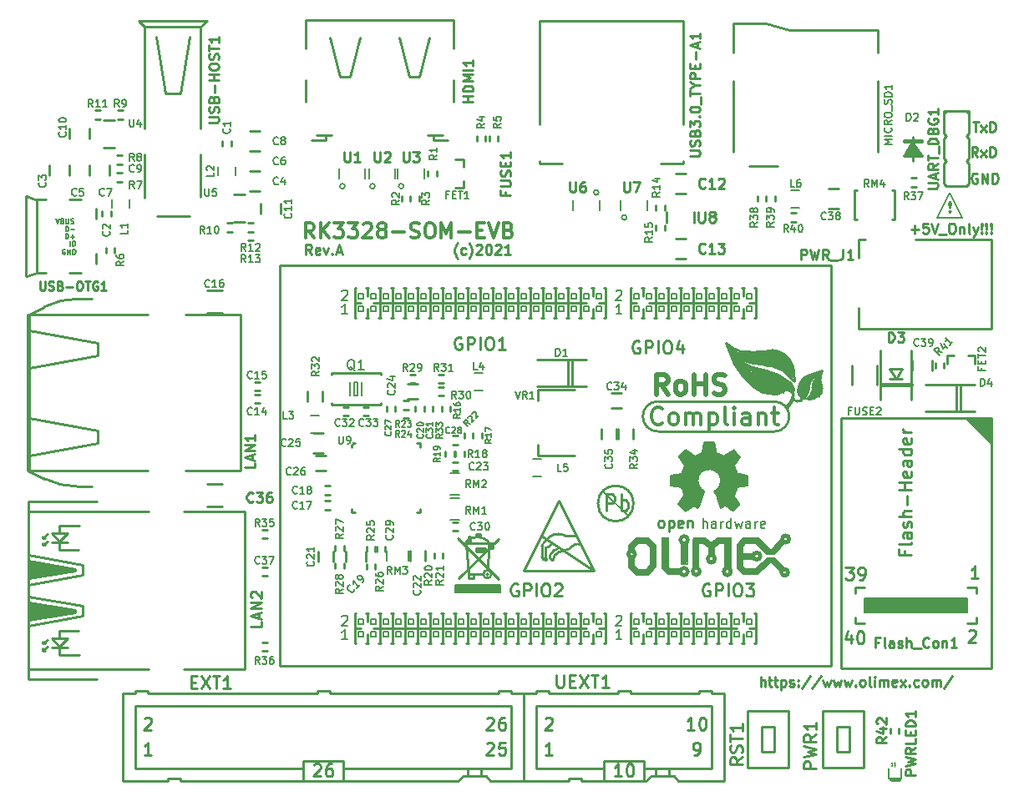
<source format=gbr>
%TF.GenerationSoftware,KiCad,Pcbnew,5.1.6-c6e7f7d~87~ubuntu18.04.1*%
%TF.CreationDate,2021-03-11T13:08:45+02:00*%
%TF.ProjectId,RK3328-SOM-EVB_Rev_A,524b3333-3238-42d5-934f-4d2d4556425f,A*%
%TF.SameCoordinates,Original*%
%TF.FileFunction,Legend,Top*%
%TF.FilePolarity,Positive*%
%FSLAX46Y46*%
G04 Gerber Fmt 4.6, Leading zero omitted, Abs format (unit mm)*
G04 Created by KiCad (PCBNEW 5.1.6-c6e7f7d~87~ubuntu18.04.1) date 2021-03-11 13:08:45*
%MOMM*%
%LPD*%
G01*
G04 APERTURE LIST*
%ADD10C,0.254000*%
%ADD11C,0.150000*%
%ADD12C,0.355600*%
%ADD13C,0.420000*%
%ADD14C,0.370000*%
%ADD15C,0.400000*%
%ADD16C,0.380000*%
%ADD17C,1.000000*%
%ADD18C,0.508000*%
%ADD19C,0.127000*%
%ADD20C,0.200000*%
%ADD21C,0.100000*%
%ADD22C,0.700000*%
%ADD23C,0.500000*%
%ADD24C,0.203200*%
%ADD25C,0.050000*%
%ADD26C,0.180000*%
%ADD27C,0.350000*%
%ADD28C,0.190500*%
%ADD29C,0.222250*%
%ADD30C,0.158750*%
G04 APERTURE END LIST*
D10*
X176403000Y-121236619D02*
X176403000Y-120220619D01*
X176838428Y-121236619D02*
X176838428Y-120704428D01*
X176790047Y-120607666D01*
X176693285Y-120559285D01*
X176548142Y-120559285D01*
X176451380Y-120607666D01*
X176403000Y-120656047D01*
X177177095Y-120559285D02*
X177564142Y-120559285D01*
X177322238Y-120220619D02*
X177322238Y-121091476D01*
X177370619Y-121188238D01*
X177467380Y-121236619D01*
X177564142Y-121236619D01*
X177757666Y-120559285D02*
X178144714Y-120559285D01*
X177902809Y-120220619D02*
X177902809Y-121091476D01*
X177951190Y-121188238D01*
X178047952Y-121236619D01*
X178144714Y-121236619D01*
X178483380Y-120559285D02*
X178483380Y-121575285D01*
X178483380Y-120607666D02*
X178580142Y-120559285D01*
X178773666Y-120559285D01*
X178870428Y-120607666D01*
X178918809Y-120656047D01*
X178967190Y-120752809D01*
X178967190Y-121043095D01*
X178918809Y-121139857D01*
X178870428Y-121188238D01*
X178773666Y-121236619D01*
X178580142Y-121236619D01*
X178483380Y-121188238D01*
X179354238Y-121188238D02*
X179451000Y-121236619D01*
X179644523Y-121236619D01*
X179741285Y-121188238D01*
X179789666Y-121091476D01*
X179789666Y-121043095D01*
X179741285Y-120946333D01*
X179644523Y-120897952D01*
X179499380Y-120897952D01*
X179402619Y-120849571D01*
X179354238Y-120752809D01*
X179354238Y-120704428D01*
X179402619Y-120607666D01*
X179499380Y-120559285D01*
X179644523Y-120559285D01*
X179741285Y-120607666D01*
X180225095Y-121139857D02*
X180273476Y-121188238D01*
X180225095Y-121236619D01*
X180176714Y-121188238D01*
X180225095Y-121139857D01*
X180225095Y-121236619D01*
X180225095Y-120607666D02*
X180273476Y-120656047D01*
X180225095Y-120704428D01*
X180176714Y-120656047D01*
X180225095Y-120607666D01*
X180225095Y-120704428D01*
X181434619Y-120172238D02*
X180563761Y-121478523D01*
X182499000Y-120172238D02*
X181628142Y-121478523D01*
X182740904Y-120559285D02*
X182934428Y-121236619D01*
X183127952Y-120752809D01*
X183321476Y-121236619D01*
X183515000Y-120559285D01*
X183805285Y-120559285D02*
X183998809Y-121236619D01*
X184192333Y-120752809D01*
X184385857Y-121236619D01*
X184579380Y-120559285D01*
X184869666Y-120559285D02*
X185063190Y-121236619D01*
X185256714Y-120752809D01*
X185450238Y-121236619D01*
X185643761Y-120559285D01*
X186030809Y-121139857D02*
X186079190Y-121188238D01*
X186030809Y-121236619D01*
X185982428Y-121188238D01*
X186030809Y-121139857D01*
X186030809Y-121236619D01*
X186659761Y-121236619D02*
X186563000Y-121188238D01*
X186514619Y-121139857D01*
X186466238Y-121043095D01*
X186466238Y-120752809D01*
X186514619Y-120656047D01*
X186563000Y-120607666D01*
X186659761Y-120559285D01*
X186804904Y-120559285D01*
X186901666Y-120607666D01*
X186950047Y-120656047D01*
X186998428Y-120752809D01*
X186998428Y-121043095D01*
X186950047Y-121139857D01*
X186901666Y-121188238D01*
X186804904Y-121236619D01*
X186659761Y-121236619D01*
X187579000Y-121236619D02*
X187482238Y-121188238D01*
X187433857Y-121091476D01*
X187433857Y-120220619D01*
X187966047Y-121236619D02*
X187966047Y-120559285D01*
X187966047Y-120220619D02*
X187917666Y-120269000D01*
X187966047Y-120317380D01*
X188014428Y-120269000D01*
X187966047Y-120220619D01*
X187966047Y-120317380D01*
X188449857Y-121236619D02*
X188449857Y-120559285D01*
X188449857Y-120656047D02*
X188498238Y-120607666D01*
X188595000Y-120559285D01*
X188740142Y-120559285D01*
X188836904Y-120607666D01*
X188885285Y-120704428D01*
X188885285Y-121236619D01*
X188885285Y-120704428D02*
X188933666Y-120607666D01*
X189030428Y-120559285D01*
X189175571Y-120559285D01*
X189272333Y-120607666D01*
X189320714Y-120704428D01*
X189320714Y-121236619D01*
X190191571Y-121188238D02*
X190094809Y-121236619D01*
X189901285Y-121236619D01*
X189804523Y-121188238D01*
X189756142Y-121091476D01*
X189756142Y-120704428D01*
X189804523Y-120607666D01*
X189901285Y-120559285D01*
X190094809Y-120559285D01*
X190191571Y-120607666D01*
X190239952Y-120704428D01*
X190239952Y-120801190D01*
X189756142Y-120897952D01*
X190578619Y-121236619D02*
X191110809Y-120559285D01*
X190578619Y-120559285D02*
X191110809Y-121236619D01*
X191497857Y-121139857D02*
X191546238Y-121188238D01*
X191497857Y-121236619D01*
X191449476Y-121188238D01*
X191497857Y-121139857D01*
X191497857Y-121236619D01*
X192417095Y-121188238D02*
X192320333Y-121236619D01*
X192126809Y-121236619D01*
X192030047Y-121188238D01*
X191981666Y-121139857D01*
X191933285Y-121043095D01*
X191933285Y-120752809D01*
X191981666Y-120656047D01*
X192030047Y-120607666D01*
X192126809Y-120559285D01*
X192320333Y-120559285D01*
X192417095Y-120607666D01*
X192997666Y-121236619D02*
X192900904Y-121188238D01*
X192852523Y-121139857D01*
X192804142Y-121043095D01*
X192804142Y-120752809D01*
X192852523Y-120656047D01*
X192900904Y-120607666D01*
X192997666Y-120559285D01*
X193142809Y-120559285D01*
X193239571Y-120607666D01*
X193287952Y-120656047D01*
X193336333Y-120752809D01*
X193336333Y-121043095D01*
X193287952Y-121139857D01*
X193239571Y-121188238D01*
X193142809Y-121236619D01*
X192997666Y-121236619D01*
X193771761Y-121236619D02*
X193771761Y-120559285D01*
X193771761Y-120656047D02*
X193820142Y-120607666D01*
X193916904Y-120559285D01*
X194062047Y-120559285D01*
X194158809Y-120607666D01*
X194207190Y-120704428D01*
X194207190Y-121236619D01*
X194207190Y-120704428D02*
X194255571Y-120607666D01*
X194352333Y-120559285D01*
X194497476Y-120559285D01*
X194594238Y-120607666D01*
X194642619Y-120704428D01*
X194642619Y-121236619D01*
X195852142Y-120172238D02*
X194981285Y-121478523D01*
X195580000Y-73006857D02*
X195628380Y-73055238D01*
X195580000Y-73103619D01*
X195531619Y-73055238D01*
X195580000Y-73006857D01*
X195580000Y-73103619D01*
X195580000Y-72716571D02*
X195531619Y-72136000D01*
X195580000Y-72087619D01*
X195628380Y-72136000D01*
X195580000Y-72716571D01*
X195580000Y-72087619D01*
D11*
X195580000Y-71120000D02*
X194310000Y-73660000D01*
X196850000Y-73660000D02*
X195580000Y-71120000D01*
X194310000Y-73660000D02*
X196850000Y-73660000D01*
D10*
X191643000Y-74875571D02*
X192417095Y-74875571D01*
X192030047Y-75262619D02*
X192030047Y-74488523D01*
X193384714Y-74246619D02*
X192900904Y-74246619D01*
X192852523Y-74730428D01*
X192900904Y-74682047D01*
X192997666Y-74633666D01*
X193239571Y-74633666D01*
X193336333Y-74682047D01*
X193384714Y-74730428D01*
X193433095Y-74827190D01*
X193433095Y-75069095D01*
X193384714Y-75165857D01*
X193336333Y-75214238D01*
X193239571Y-75262619D01*
X192997666Y-75262619D01*
X192900904Y-75214238D01*
X192852523Y-75165857D01*
X193723380Y-74246619D02*
X194062047Y-75262619D01*
X194400714Y-74246619D01*
X194497476Y-75359380D02*
X195271571Y-75359380D01*
X195707000Y-74246619D02*
X195900523Y-74246619D01*
X195997285Y-74295000D01*
X196094047Y-74391761D01*
X196142428Y-74585285D01*
X196142428Y-74923952D01*
X196094047Y-75117476D01*
X195997285Y-75214238D01*
X195900523Y-75262619D01*
X195707000Y-75262619D01*
X195610238Y-75214238D01*
X195513476Y-75117476D01*
X195465095Y-74923952D01*
X195465095Y-74585285D01*
X195513476Y-74391761D01*
X195610238Y-74295000D01*
X195707000Y-74246619D01*
X196577857Y-74585285D02*
X196577857Y-75262619D01*
X196577857Y-74682047D02*
X196626238Y-74633666D01*
X196723000Y-74585285D01*
X196868142Y-74585285D01*
X196964904Y-74633666D01*
X197013285Y-74730428D01*
X197013285Y-75262619D01*
X197642238Y-75262619D02*
X197545476Y-75214238D01*
X197497095Y-75117476D01*
X197497095Y-74246619D01*
X197932523Y-74585285D02*
X198174428Y-75262619D01*
X198416333Y-74585285D02*
X198174428Y-75262619D01*
X198077666Y-75504523D01*
X198029285Y-75552904D01*
X197932523Y-75601285D01*
X198803380Y-75165857D02*
X198851761Y-75214238D01*
X198803380Y-75262619D01*
X198755000Y-75214238D01*
X198803380Y-75165857D01*
X198803380Y-75262619D01*
X198803380Y-74875571D02*
X198755000Y-74295000D01*
X198803380Y-74246619D01*
X198851761Y-74295000D01*
X198803380Y-74875571D01*
X198803380Y-74246619D01*
X199287190Y-75165857D02*
X199335571Y-75214238D01*
X199287190Y-75262619D01*
X199238809Y-75214238D01*
X199287190Y-75165857D01*
X199287190Y-75262619D01*
X199287190Y-74875571D02*
X199238809Y-74295000D01*
X199287190Y-74246619D01*
X199335571Y-74295000D01*
X199287190Y-74875571D01*
X199287190Y-74246619D01*
X199771000Y-75165857D02*
X199819380Y-75214238D01*
X199771000Y-75262619D01*
X199722619Y-75214238D01*
X199771000Y-75165857D01*
X199771000Y-75262619D01*
X199771000Y-74875571D02*
X199722619Y-74295000D01*
X199771000Y-74246619D01*
X199819380Y-74295000D01*
X199771000Y-74875571D01*
X199771000Y-74246619D01*
X198361904Y-69215000D02*
X198265142Y-69166619D01*
X198120000Y-69166619D01*
X197974857Y-69215000D01*
X197878095Y-69311761D01*
X197829714Y-69408523D01*
X197781333Y-69602047D01*
X197781333Y-69747190D01*
X197829714Y-69940714D01*
X197878095Y-70037476D01*
X197974857Y-70134238D01*
X198120000Y-70182619D01*
X198216761Y-70182619D01*
X198361904Y-70134238D01*
X198410285Y-70085857D01*
X198410285Y-69747190D01*
X198216761Y-69747190D01*
X198845714Y-70182619D02*
X198845714Y-69166619D01*
X199426285Y-70182619D01*
X199426285Y-69166619D01*
X199910095Y-70182619D02*
X199910095Y-69166619D01*
X200152000Y-69166619D01*
X200297142Y-69215000D01*
X200393904Y-69311761D01*
X200442285Y-69408523D01*
X200490666Y-69602047D01*
X200490666Y-69747190D01*
X200442285Y-69940714D01*
X200393904Y-70037476D01*
X200297142Y-70134238D01*
X200152000Y-70182619D01*
X199910095Y-70182619D01*
X198404238Y-67515619D02*
X198065571Y-67031809D01*
X197823666Y-67515619D02*
X197823666Y-66499619D01*
X198210714Y-66499619D01*
X198307476Y-66548000D01*
X198355857Y-66596380D01*
X198404238Y-66693142D01*
X198404238Y-66838285D01*
X198355857Y-66935047D01*
X198307476Y-66983428D01*
X198210714Y-67031809D01*
X197823666Y-67031809D01*
X198742904Y-67515619D02*
X199275095Y-66838285D01*
X198742904Y-66838285D02*
X199275095Y-67515619D01*
X199662142Y-67515619D02*
X199662142Y-66499619D01*
X199904047Y-66499619D01*
X200049190Y-66548000D01*
X200145952Y-66644761D01*
X200194333Y-66741523D01*
X200242714Y-66935047D01*
X200242714Y-67080190D01*
X200194333Y-67273714D01*
X200145952Y-67370476D01*
X200049190Y-67467238D01*
X199904047Y-67515619D01*
X199662142Y-67515619D01*
X197926476Y-63959619D02*
X198507047Y-63959619D01*
X198216761Y-64975619D02*
X198216761Y-63959619D01*
X198748952Y-64975619D02*
X199281142Y-64298285D01*
X198748952Y-64298285D02*
X199281142Y-64975619D01*
X199668190Y-64975619D02*
X199668190Y-63959619D01*
X199910095Y-63959619D01*
X200055238Y-64008000D01*
X200152000Y-64104761D01*
X200200380Y-64201523D01*
X200248761Y-64395047D01*
X200248761Y-64540190D01*
X200200380Y-64733714D01*
X200152000Y-64830476D01*
X200055238Y-64927238D01*
X199910095Y-64975619D01*
X199668190Y-64975619D01*
X127635000Y-78486000D02*
X183515000Y-78486000D01*
X127635000Y-119126000D02*
X127635000Y-78486000D01*
X183515000Y-119126000D02*
X127635000Y-119126000D01*
X183515000Y-78486000D02*
X183515000Y-119126000D01*
D12*
X131136571Y-75746428D02*
X130628571Y-75020714D01*
X130265714Y-75746428D02*
X130265714Y-74222428D01*
X130846285Y-74222428D01*
X130991428Y-74295000D01*
X131064000Y-74367571D01*
X131136571Y-74512714D01*
X131136571Y-74730428D01*
X131064000Y-74875571D01*
X130991428Y-74948142D01*
X130846285Y-75020714D01*
X130265714Y-75020714D01*
X131789714Y-75746428D02*
X131789714Y-74222428D01*
X132660571Y-75746428D02*
X132007428Y-74875571D01*
X132660571Y-74222428D02*
X131789714Y-75093285D01*
X133168571Y-74222428D02*
X134112000Y-74222428D01*
X133604000Y-74803000D01*
X133821714Y-74803000D01*
X133966857Y-74875571D01*
X134039428Y-74948142D01*
X134112000Y-75093285D01*
X134112000Y-75456142D01*
X134039428Y-75601285D01*
X133966857Y-75673857D01*
X133821714Y-75746428D01*
X133386285Y-75746428D01*
X133241142Y-75673857D01*
X133168571Y-75601285D01*
X134620000Y-74222428D02*
X135563428Y-74222428D01*
X135055428Y-74803000D01*
X135273142Y-74803000D01*
X135418285Y-74875571D01*
X135490857Y-74948142D01*
X135563428Y-75093285D01*
X135563428Y-75456142D01*
X135490857Y-75601285D01*
X135418285Y-75673857D01*
X135273142Y-75746428D01*
X134837714Y-75746428D01*
X134692571Y-75673857D01*
X134620000Y-75601285D01*
X136144000Y-74367571D02*
X136216571Y-74295000D01*
X136361714Y-74222428D01*
X136724571Y-74222428D01*
X136869714Y-74295000D01*
X136942285Y-74367571D01*
X137014857Y-74512714D01*
X137014857Y-74657857D01*
X136942285Y-74875571D01*
X136071428Y-75746428D01*
X137014857Y-75746428D01*
X137885714Y-74875571D02*
X137740571Y-74803000D01*
X137668000Y-74730428D01*
X137595428Y-74585285D01*
X137595428Y-74512714D01*
X137668000Y-74367571D01*
X137740571Y-74295000D01*
X137885714Y-74222428D01*
X138176000Y-74222428D01*
X138321142Y-74295000D01*
X138393714Y-74367571D01*
X138466285Y-74512714D01*
X138466285Y-74585285D01*
X138393714Y-74730428D01*
X138321142Y-74803000D01*
X138176000Y-74875571D01*
X137885714Y-74875571D01*
X137740571Y-74948142D01*
X137668000Y-75020714D01*
X137595428Y-75165857D01*
X137595428Y-75456142D01*
X137668000Y-75601285D01*
X137740571Y-75673857D01*
X137885714Y-75746428D01*
X138176000Y-75746428D01*
X138321142Y-75673857D01*
X138393714Y-75601285D01*
X138466285Y-75456142D01*
X138466285Y-75165857D01*
X138393714Y-75020714D01*
X138321142Y-74948142D01*
X138176000Y-74875571D01*
X139119428Y-75165857D02*
X140280571Y-75165857D01*
X140933714Y-75673857D02*
X141151428Y-75746428D01*
X141514285Y-75746428D01*
X141659428Y-75673857D01*
X141732000Y-75601285D01*
X141804571Y-75456142D01*
X141804571Y-75311000D01*
X141732000Y-75165857D01*
X141659428Y-75093285D01*
X141514285Y-75020714D01*
X141224000Y-74948142D01*
X141078857Y-74875571D01*
X141006285Y-74803000D01*
X140933714Y-74657857D01*
X140933714Y-74512714D01*
X141006285Y-74367571D01*
X141078857Y-74295000D01*
X141224000Y-74222428D01*
X141586857Y-74222428D01*
X141804571Y-74295000D01*
X142748000Y-74222428D02*
X143038285Y-74222428D01*
X143183428Y-74295000D01*
X143328571Y-74440142D01*
X143401142Y-74730428D01*
X143401142Y-75238428D01*
X143328571Y-75528714D01*
X143183428Y-75673857D01*
X143038285Y-75746428D01*
X142748000Y-75746428D01*
X142602857Y-75673857D01*
X142457714Y-75528714D01*
X142385142Y-75238428D01*
X142385142Y-74730428D01*
X142457714Y-74440142D01*
X142602857Y-74295000D01*
X142748000Y-74222428D01*
X144054285Y-75746428D02*
X144054285Y-74222428D01*
X144562285Y-75311000D01*
X145070285Y-74222428D01*
X145070285Y-75746428D01*
X145796000Y-75165857D02*
X146957142Y-75165857D01*
X147682857Y-74948142D02*
X148190857Y-74948142D01*
X148408571Y-75746428D02*
X147682857Y-75746428D01*
X147682857Y-74222428D01*
X148408571Y-74222428D01*
X148844000Y-74222428D02*
X149352000Y-75746428D01*
X149860000Y-74222428D01*
X150876000Y-74948142D02*
X151093714Y-75020714D01*
X151166285Y-75093285D01*
X151238857Y-75238428D01*
X151238857Y-75456142D01*
X151166285Y-75601285D01*
X151093714Y-75673857D01*
X150948571Y-75746428D01*
X150368000Y-75746428D01*
X150368000Y-74222428D01*
X150876000Y-74222428D01*
X151021142Y-74295000D01*
X151093714Y-74367571D01*
X151166285Y-74512714D01*
X151166285Y-74657857D01*
X151093714Y-74803000D01*
X151021142Y-74875571D01*
X150876000Y-74948142D01*
X150368000Y-74948142D01*
D10*
X145693190Y-77808666D02*
X145644809Y-77760285D01*
X145548047Y-77615142D01*
X145499666Y-77518380D01*
X145451285Y-77373238D01*
X145402904Y-77131333D01*
X145402904Y-76937809D01*
X145451285Y-76695904D01*
X145499666Y-76550761D01*
X145548047Y-76454000D01*
X145644809Y-76308857D01*
X145693190Y-76260476D01*
X146515666Y-77373238D02*
X146418904Y-77421619D01*
X146225380Y-77421619D01*
X146128619Y-77373238D01*
X146080238Y-77324857D01*
X146031857Y-77228095D01*
X146031857Y-76937809D01*
X146080238Y-76841047D01*
X146128619Y-76792666D01*
X146225380Y-76744285D01*
X146418904Y-76744285D01*
X146515666Y-76792666D01*
X146854333Y-77808666D02*
X146902714Y-77760285D01*
X146999476Y-77615142D01*
X147047857Y-77518380D01*
X147096238Y-77373238D01*
X147144619Y-77131333D01*
X147144619Y-76937809D01*
X147096238Y-76695904D01*
X147047857Y-76550761D01*
X146999476Y-76454000D01*
X146902714Y-76308857D01*
X146854333Y-76260476D01*
X147580047Y-76502380D02*
X147628428Y-76454000D01*
X147725190Y-76405619D01*
X147967095Y-76405619D01*
X148063857Y-76454000D01*
X148112238Y-76502380D01*
X148160619Y-76599142D01*
X148160619Y-76695904D01*
X148112238Y-76841047D01*
X147531666Y-77421619D01*
X148160619Y-77421619D01*
X148789571Y-76405619D02*
X148886333Y-76405619D01*
X148983095Y-76454000D01*
X149031476Y-76502380D01*
X149079857Y-76599142D01*
X149128238Y-76792666D01*
X149128238Y-77034571D01*
X149079857Y-77228095D01*
X149031476Y-77324857D01*
X148983095Y-77373238D01*
X148886333Y-77421619D01*
X148789571Y-77421619D01*
X148692809Y-77373238D01*
X148644428Y-77324857D01*
X148596047Y-77228095D01*
X148547666Y-77034571D01*
X148547666Y-76792666D01*
X148596047Y-76599142D01*
X148644428Y-76502380D01*
X148692809Y-76454000D01*
X148789571Y-76405619D01*
X149515285Y-76502380D02*
X149563666Y-76454000D01*
X149660428Y-76405619D01*
X149902333Y-76405619D01*
X149999095Y-76454000D01*
X150047476Y-76502380D01*
X150095857Y-76599142D01*
X150095857Y-76695904D01*
X150047476Y-76841047D01*
X149466904Y-77421619D01*
X150095857Y-77421619D01*
X151063476Y-77421619D02*
X150482904Y-77421619D01*
X150773190Y-77421619D02*
X150773190Y-76405619D01*
X150676428Y-76550761D01*
X150579666Y-76647523D01*
X150482904Y-76695904D01*
X130894666Y-77421619D02*
X130556000Y-76937809D01*
X130314095Y-77421619D02*
X130314095Y-76405619D01*
X130701142Y-76405619D01*
X130797904Y-76454000D01*
X130846285Y-76502380D01*
X130894666Y-76599142D01*
X130894666Y-76744285D01*
X130846285Y-76841047D01*
X130797904Y-76889428D01*
X130701142Y-76937809D01*
X130314095Y-76937809D01*
X131717142Y-77373238D02*
X131620380Y-77421619D01*
X131426857Y-77421619D01*
X131330095Y-77373238D01*
X131281714Y-77276476D01*
X131281714Y-76889428D01*
X131330095Y-76792666D01*
X131426857Y-76744285D01*
X131620380Y-76744285D01*
X131717142Y-76792666D01*
X131765523Y-76889428D01*
X131765523Y-76986190D01*
X131281714Y-77082952D01*
X132104190Y-76744285D02*
X132346095Y-77421619D01*
X132588000Y-76744285D01*
X132975047Y-77324857D02*
X133023428Y-77373238D01*
X132975047Y-77421619D01*
X132926666Y-77373238D01*
X132975047Y-77324857D01*
X132975047Y-77421619D01*
X133410476Y-77131333D02*
X133894285Y-77131333D01*
X133313714Y-77421619D02*
X133652380Y-76405619D01*
X133991047Y-77421619D01*
D13*
%TO.C,Sign_OSHW*%
X169969180Y-102918260D02*
X170520360Y-101495860D01*
D14*
X169623740Y-102732840D02*
X169941240Y-102938580D01*
D15*
X168833800Y-103281480D02*
X169613580Y-102750620D01*
D16*
X168257220Y-102743000D02*
X168821100Y-103281480D01*
D14*
X168272460Y-102743000D02*
X168805860Y-101909880D01*
X168447720Y-100982780D02*
X168805860Y-101866700D01*
X167469820Y-100741480D02*
X168419780Y-100959920D01*
D16*
X167479980Y-99964240D02*
X167474900Y-100751640D01*
D14*
X167467280Y-99951540D02*
X168485820Y-99771200D01*
X168516300Y-99735640D02*
X168864280Y-98869500D01*
X168287700Y-97967800D02*
X168843960Y-98818700D01*
D16*
X168277540Y-97944940D02*
X168777920Y-97411540D01*
D14*
X168826180Y-97386140D02*
X169654220Y-98038920D01*
X169715180Y-98028760D02*
X170561000Y-97622360D01*
X170820080Y-96588580D02*
X170614340Y-97602040D01*
X170812460Y-96575880D02*
X171597320Y-96575880D01*
X171579540Y-96596200D02*
X171792900Y-97614740D01*
X171792900Y-97614740D02*
X172694600Y-98064320D01*
X172707300Y-98059240D02*
X173611540Y-97424800D01*
X173611540Y-97426780D02*
X174165260Y-97972880D01*
X174165260Y-97975420D02*
X173548040Y-98765360D01*
X173548040Y-98765360D02*
X173888400Y-99702620D01*
X173888400Y-99702620D02*
X174970440Y-99931220D01*
X174970440Y-99931220D02*
X174970440Y-100766880D01*
X174970440Y-100766880D02*
X173956980Y-100937060D01*
X173956980Y-100937060D02*
X173550580Y-101848920D01*
X173601380Y-103296720D02*
X172765720Y-102730300D01*
X172765720Y-102730300D02*
X172427900Y-102915720D01*
X172427900Y-102915720D02*
X171853860Y-101475540D01*
X173550580Y-101848920D02*
X174170340Y-102735380D01*
X173616620Y-103289100D02*
X174170340Y-102743000D01*
D11*
X170050460Y-103098600D02*
X170700700Y-101429820D01*
X169666920Y-102895400D02*
X170012360Y-103116380D01*
X169654220Y-102885240D02*
X168828720Y-103449120D01*
X168821100Y-103456740D02*
X168099740Y-102763320D01*
X168092120Y-102760780D02*
X168689020Y-101897180D01*
X167330120Y-100853240D02*
X168402000Y-101048820D01*
X167330120Y-99860100D02*
X167330120Y-100845620D01*
X167327580Y-99857560D02*
X168498520Y-99654360D01*
X168396920Y-99659440D02*
X168732200Y-98826320D01*
X168135300Y-97975420D02*
X168729660Y-98828860D01*
X168114980Y-97939860D02*
X168788080Y-97226120D01*
X168800780Y-97223580D02*
X169771060Y-97939860D01*
X169735500Y-97871280D02*
X170639740Y-97492820D01*
X170723560Y-96476820D02*
X170522900Y-97502980D01*
X170733720Y-96469200D02*
X171698920Y-96469200D01*
X171698920Y-96469200D02*
X171924980Y-97640140D01*
X171914820Y-97558860D02*
X172720000Y-97896680D01*
X172600620Y-97944940D02*
X173611540Y-97271840D01*
X173616620Y-97269300D02*
X174310040Y-97960180D01*
X174315120Y-97967800D02*
X173611540Y-98958400D01*
X173700440Y-98849180D02*
X174066200Y-99717860D01*
X175003460Y-100619560D02*
X173896020Y-100843080D01*
X175087280Y-99877880D02*
X175084740Y-100835460D01*
X173949360Y-101066600D02*
X175072040Y-100855780D01*
X174053500Y-101033580D02*
X173672500Y-102014020D01*
X174020480Y-102669340D02*
X173535340Y-103200200D01*
X173624240Y-103444040D02*
X174307500Y-102753160D01*
X172737780Y-102829360D02*
X173614080Y-103449120D01*
X173601380Y-103134160D02*
X172780960Y-102605840D01*
X172918120Y-102801420D02*
X172389800Y-103129080D01*
X172389800Y-103129080D02*
X172003720Y-102148640D01*
X171998640Y-101450140D02*
X172526960Y-102831900D01*
X167622220Y-100048060D02*
X167622220Y-100698300D01*
X167479980Y-100103940D02*
X168595040Y-99857560D01*
X169009060Y-98836480D02*
X168622980Y-99834700D01*
X169014140Y-98841560D02*
X168412160Y-97932240D01*
X168770300Y-97487740D02*
X169654220Y-98209100D01*
X172041820Y-101508560D02*
X172219620Y-101386640D01*
X172219620Y-101386640D02*
X172595540Y-100675440D01*
X172595540Y-100675440D02*
X172595540Y-100157280D01*
X172600620Y-100169980D02*
X172366940Y-99496880D01*
X172366940Y-99496880D02*
X171856400Y-99067620D01*
X171856400Y-99067620D02*
X171041060Y-98907600D01*
X171041060Y-98899980D02*
X170169840Y-99329240D01*
X170169840Y-99329240D02*
X169750740Y-100060760D01*
X169745660Y-100065840D02*
X169877740Y-100888800D01*
X169882820Y-100919280D02*
X169976800Y-101089460D01*
X169882820Y-100919280D02*
X169976800Y-101089460D01*
X170106340Y-101140260D02*
X170365420Y-101478080D01*
X170474640Y-101254560D02*
X170700700Y-101429820D01*
X171975780Y-101257100D02*
X171721780Y-101422200D01*
X171838620Y-101711760D02*
X171716700Y-101427280D01*
X169659300Y-98206560D02*
X170642280Y-97713800D01*
X169989500Y-101119940D02*
X170296840Y-101386640D01*
D17*
X168973500Y-102549960D02*
X169826940Y-101528880D01*
X167937180Y-100345240D02*
X169354500Y-100284280D01*
X168922700Y-98059240D02*
X169984420Y-99166680D01*
X171183300Y-97083880D02*
X171188380Y-98597720D01*
X173448980Y-98140520D02*
X172336460Y-99207320D01*
X174439580Y-100324920D02*
X172971460Y-100411280D01*
X169649140Y-102377240D02*
X170014900Y-101615240D01*
X168983660Y-101478080D02*
X169547540Y-100998020D01*
X168734740Y-100832920D02*
X169440860Y-100705920D01*
X169059860Y-99588320D02*
X169501820Y-99748340D01*
X169235120Y-99108260D02*
X169692320Y-99397820D01*
X170233340Y-98331020D02*
X170408600Y-98689160D01*
X170667680Y-98071940D02*
X170835320Y-98681540D01*
X171932600Y-98087180D02*
X171711620Y-98772980D01*
X172519340Y-98338640D02*
X172100240Y-98925380D01*
X173388020Y-99207320D02*
X172732700Y-99573080D01*
X173629320Y-99900740D02*
X172907960Y-100048060D01*
X172793660Y-101058980D02*
X173403260Y-101165660D01*
X172473620Y-101478080D02*
X173090840Y-101805740D01*
X172359320Y-101615240D02*
X173540420Y-102628700D01*
X172359320Y-101523800D02*
X172692060Y-102255320D01*
D14*
X171864020Y-101473000D02*
G75*
G03*
X172234860Y-99608640I-746760J1117600D01*
G01*
X172245020Y-99623880D02*
G75*
G03*
X170319700Y-99425760I-1061720J-863600D01*
G01*
X170294300Y-99451160D02*
G75*
G03*
X170370500Y-101305360I965200J-889000D01*
G01*
D10*
%TO.C,Sign_RoHS*%
X181356000Y-91948000D02*
X181864000Y-91948000D01*
X181483000Y-91821000D02*
X182118000Y-91821000D01*
X181610000Y-91694000D02*
X182245000Y-91694000D01*
X181610000Y-91567000D02*
X182372000Y-91567000D01*
X181660800Y-91440000D02*
X182499000Y-91440000D01*
X181737000Y-91313000D02*
X182499000Y-91313000D01*
X181737000Y-91186000D02*
X182499000Y-91186000D01*
X181737000Y-91059000D02*
X182499000Y-91059000D01*
X181737000Y-90932000D02*
X182499000Y-90932000D01*
X181737000Y-90805000D02*
X182499000Y-90805000D01*
X181737000Y-90678000D02*
X182499000Y-90678000D01*
X181737000Y-90551000D02*
X182372000Y-90551000D01*
X181864000Y-90424000D02*
X182372000Y-90424000D01*
X181864000Y-90297000D02*
X182372000Y-90297000D01*
X182245000Y-89789000D02*
X182245000Y-90297000D01*
X182118000Y-89789000D02*
X182118000Y-90297000D01*
X181991000Y-89408000D02*
X182499000Y-89408000D01*
X181864000Y-89535000D02*
X182499000Y-89535000D01*
X181610000Y-89662000D02*
X182372000Y-89662000D01*
X182118000Y-89789000D02*
X181229000Y-89789000D01*
X182245000Y-89789000D02*
X182118000Y-89789000D01*
X182372000Y-89789000D02*
X182245000Y-89789000D01*
X181610000Y-89916000D02*
X181102000Y-89916000D01*
X181483000Y-90043000D02*
X180848000Y-90043000D01*
X181483000Y-90170000D02*
X180721000Y-90170000D01*
X181356000Y-90297000D02*
X180594000Y-90297000D01*
X181356000Y-90424000D02*
X180467000Y-90424000D01*
X181229000Y-90551000D02*
X180467000Y-90551000D01*
X181229000Y-90678000D02*
X180467000Y-90678000D01*
X181229000Y-90805000D02*
X180340000Y-90805000D01*
X181229000Y-90932000D02*
X180340000Y-90932000D01*
X180467000Y-91694000D02*
X180975000Y-91694000D01*
X180467000Y-91567000D02*
X181102000Y-91567000D01*
X180340000Y-91440000D02*
X181102000Y-91440000D01*
X180340000Y-91313000D02*
X181102000Y-91313000D01*
X180467000Y-91186000D02*
X181102000Y-91186000D01*
X180975000Y-91059000D02*
X180975000Y-91567000D01*
X181229000Y-91059000D02*
X180721000Y-91948000D01*
X180975000Y-91059000D02*
X181229000Y-91059000D01*
X180594000Y-91059000D02*
X180975000Y-91059000D01*
X180467000Y-91694000D02*
X180467000Y-91821000D01*
X180467000Y-91567000D02*
X180467000Y-91694000D01*
X180467000Y-91186000D02*
X180467000Y-91567000D01*
X180467000Y-91059000D02*
X180467000Y-91186000D01*
X180594000Y-91059000D02*
X180594000Y-91694000D01*
X180467000Y-91059000D02*
X180594000Y-91059000D01*
X180340000Y-91059000D02*
X180467000Y-91059000D01*
X180340000Y-91313000D02*
X180340000Y-91059000D01*
X180340000Y-91335860D02*
X180340000Y-91313000D01*
X181279800Y-90881200D02*
X181279800Y-90873580D01*
X180896260Y-91950540D02*
X180868320Y-91978480D01*
D18*
X177546000Y-90551000D02*
X176276000Y-90297000D01*
X177927000Y-90678000D02*
X177546000Y-90551000D01*
X178054000Y-90551000D02*
X177927000Y-90678000D01*
X178054000Y-90424000D02*
X178054000Y-90551000D01*
X177546000Y-90170000D02*
X178054000Y-90424000D01*
X177292000Y-90170000D02*
X177546000Y-90170000D01*
X176276000Y-89916000D02*
X177292000Y-90170000D01*
X175768000Y-89916000D02*
X176276000Y-89916000D01*
X175641000Y-90043000D02*
X175768000Y-89916000D01*
X175768000Y-90170000D02*
X175641000Y-90043000D01*
X176403000Y-90678000D02*
X175768000Y-90170000D01*
X176911000Y-90805000D02*
X176403000Y-90678000D01*
X177292000Y-90932000D02*
X176911000Y-90805000D01*
X177927000Y-90932000D02*
X177292000Y-90932000D01*
X178308000Y-90805000D02*
X177927000Y-90932000D01*
X178562000Y-90805000D02*
X178308000Y-90805000D01*
X178689000Y-90551000D02*
X178562000Y-90805000D01*
X178562000Y-90424000D02*
X178689000Y-90551000D01*
X177927000Y-89916000D02*
X178562000Y-90424000D01*
X176911000Y-89662000D02*
X177927000Y-89916000D01*
X175768000Y-89535000D02*
X176911000Y-89662000D01*
X175641000Y-89535000D02*
X175768000Y-89535000D01*
X175514000Y-89662000D02*
X175641000Y-89535000D01*
X174752000Y-89027000D02*
X175514000Y-89662000D01*
X175387000Y-89027000D02*
X174625000Y-88646000D01*
X176123600Y-89281000D02*
X175387000Y-89027000D01*
X176733200Y-89281000D02*
X176123600Y-89281000D01*
X178130200Y-89763600D02*
X176733200Y-89281000D01*
X178816000Y-90170000D02*
X178130200Y-89763600D01*
X179324000Y-90678000D02*
X178816000Y-90170000D01*
X179578000Y-91186000D02*
X179324000Y-90678000D01*
X179324000Y-90932000D02*
X179578000Y-91186000D01*
X178943000Y-90805000D02*
X179324000Y-90932000D01*
X178181000Y-91313000D02*
X178943000Y-90805000D01*
X177292000Y-91313000D02*
X178181000Y-91313000D01*
X176403000Y-91059000D02*
X177292000Y-91313000D01*
X175895000Y-90678000D02*
X176403000Y-91059000D01*
X175006000Y-89789000D02*
X175895000Y-90678000D01*
X174752000Y-89408000D02*
X175006000Y-89789000D01*
X174371000Y-88900000D02*
X174752000Y-89408000D01*
X174241460Y-88392000D02*
X173863000Y-87505540D01*
X174241460Y-88773000D02*
X174241460Y-88392000D01*
X173863000Y-88265000D02*
X174241460Y-88773000D01*
X173736000Y-87757000D02*
X173863000Y-88265000D01*
X173228000Y-86868000D02*
X173736000Y-87757000D01*
X178816000Y-88392000D02*
X177165000Y-88392000D01*
X178689000Y-88011000D02*
X173736000Y-87934800D01*
X178689000Y-88265000D02*
X178689000Y-88011000D01*
X178689000Y-87757000D02*
X178689000Y-88011000D01*
X174117000Y-87757000D02*
X178689000Y-87757000D01*
X174625000Y-87884000D02*
X174117000Y-87757000D01*
X175895000Y-88265000D02*
X174625000Y-87884000D01*
X177038000Y-88392000D02*
X175895000Y-88265000D01*
X177165000Y-88392000D02*
X177038000Y-88392000D01*
X177673000Y-88392000D02*
X177165000Y-88392000D01*
X178308000Y-88773000D02*
X177673000Y-88392000D01*
X178689000Y-88265000D02*
X179070000Y-88773000D01*
X178435000Y-88773000D02*
X178689000Y-88265000D01*
X179070000Y-89154000D02*
X178435000Y-88773000D01*
X179578000Y-89789000D02*
X179070000Y-89154000D01*
X179451000Y-88773000D02*
X179578000Y-89789000D01*
X179197000Y-88265000D02*
X179451000Y-88773000D01*
X178689000Y-87757000D02*
X179197000Y-88265000D01*
X178054000Y-87376000D02*
X178689000Y-87757000D01*
X176403000Y-87376000D02*
X178054000Y-87376000D01*
X175387000Y-87505540D02*
X176403000Y-87376000D01*
X174241460Y-87505540D02*
X175387000Y-87505540D01*
D10*
X173228000Y-86868000D02*
X174241460Y-87505540D01*
X181686200Y-90883740D02*
X181660800Y-91274900D01*
X180606700Y-92075000D02*
X180594000Y-92075000D01*
X181508400Y-92075000D02*
X181152800Y-92075000D01*
X182311040Y-91754960D02*
X182288180Y-91777820D01*
X182626000Y-89154000D02*
X182491380Y-89692480D01*
X181610000Y-89535000D02*
X182626000Y-89154000D01*
X181188360Y-89715340D02*
X181610000Y-89535000D01*
X180413660Y-90454480D02*
X180467000Y-90360500D01*
X180594000Y-92075000D02*
X180296820Y-91655900D01*
X180459380Y-92209620D02*
X180594000Y-92075000D01*
X179705000Y-92075000D02*
X179809140Y-92181680D01*
X178943000Y-92837000D02*
X179433220Y-92346780D01*
X179705000Y-91739720D02*
X179705000Y-91694000D01*
X179070000Y-92964000D02*
X179578000Y-92202000D01*
X175628300Y-88425020D02*
X174241460Y-88011000D01*
X177495200Y-88714580D02*
X176977040Y-88640920D01*
X178770280Y-89222580D02*
X178762660Y-89217500D01*
X179829460Y-90297000D02*
X179826920Y-90294460D01*
X179415440Y-90441780D02*
X179585620Y-90629740D01*
X176550320Y-89110820D02*
X176860200Y-89171780D01*
X174241460Y-88011000D02*
X174523400Y-88358980D01*
X179070000Y-92837000D02*
X179255420Y-92651580D01*
X179727860Y-91521280D02*
X179705000Y-91567000D01*
X179829460Y-89916000D02*
X179829460Y-90297000D01*
X179623720Y-88638380D02*
X179771040Y-89237820D01*
X175425100Y-87317580D02*
X177573940Y-87122000D01*
X172847000Y-86360000D02*
X173708060Y-86979760D01*
X177601880Y-91567000D02*
X178117500Y-91567000D01*
X175696880Y-90863420D02*
X175732440Y-90898980D01*
X172847000Y-86360000D02*
X173713140Y-88475820D01*
X179428140Y-91292680D02*
X179705000Y-91567000D01*
X178655980Y-91346020D02*
X178709320Y-91292680D01*
X165989000Y-95377000D02*
X177800000Y-95377000D01*
X177800000Y-92329000D02*
X165989000Y-92329000D01*
X180340444Y-91337371D02*
G75*
G03*
X180594000Y-91948000I865696J1511D01*
G01*
X181786980Y-89842180D02*
G75*
G03*
X181279800Y-90873580I991420J-1127920D01*
G01*
X180869660Y-91978046D02*
G75*
G03*
X181279800Y-90881200I-1118940J1043506D01*
G01*
X180592212Y-92076791D02*
G75*
G03*
X180896260Y-91950540I-752J431051D01*
G01*
X181158660Y-92070613D02*
G75*
G03*
X181660800Y-91274900I-709440J1003993D01*
G01*
X182040205Y-89936066D02*
G75*
G03*
X181686200Y-90926920I1408755J-1061974D01*
G01*
X181507073Y-92076303D02*
G75*
G03*
X181706520Y-92052140I1327J824263D01*
G01*
X181708503Y-92051453D02*
G75*
G03*
X182288180Y-91777820I-205183J1185493D01*
G01*
X182312054Y-91755974D02*
G75*
G03*
X182626000Y-90998040I-757934J757934D01*
G01*
X182625717Y-90998487D02*
G75*
G03*
X182554880Y-90629740I-992857J447D01*
G01*
X182490852Y-89695136D02*
G75*
G03*
X182554880Y-90629740I1478808J-368184D01*
G01*
X181189000Y-89716511D02*
G75*
G03*
X180467000Y-90360500I601340J-1400909D01*
G01*
X180413206Y-90456321D02*
G75*
G03*
X180213000Y-91211400I1323794J-755079D01*
G01*
X180211126Y-91211901D02*
G75*
G03*
X180296820Y-91655900I1195674J501D01*
G01*
X180167280Y-92330612D02*
G75*
G03*
X180459380Y-92209620I0J413092D01*
G01*
X179809866Y-92180954D02*
G75*
G03*
X180167280Y-92329000I357414J357414D01*
G01*
X179436742Y-92346710D02*
G75*
G03*
X179705000Y-91694000I-653762J650170D01*
G01*
X179199022Y-92964280D02*
G75*
G03*
X179705000Y-91739720I-1228842J1224560D01*
G01*
X175634621Y-88425186D02*
G75*
G03*
X176977040Y-88640920I1812319J6992786D01*
G01*
X178758870Y-89214934D02*
G75*
G03*
X177495200Y-88714580I-2134890J-3545866D01*
G01*
X179825359Y-90292765D02*
G75*
G03*
X178770280Y-89222580I-3831299J-2722035D01*
G01*
X179705845Y-91567069D02*
G75*
G03*
X179585620Y-90629740I-762845J378529D01*
G01*
X179414527Y-90441156D02*
G75*
G03*
X176860200Y-89171780I-3654147J-4148444D01*
G01*
X174523459Y-88360778D02*
G75*
G03*
X176550320Y-89110820I2631381J3997218D01*
G01*
X179257451Y-92652559D02*
G75*
G03*
X179705000Y-91567000I-1086611J1083019D01*
G01*
X179831240Y-89915243D02*
G75*
G03*
X179771040Y-89237820I-3049780J70363D01*
G01*
X179624264Y-88634585D02*
G75*
G03*
X177573940Y-87122000I-2144304J-760715D01*
G01*
X173710048Y-86977522D02*
G75*
G03*
X175425100Y-87317580I1268012J1900222D01*
G01*
X175736067Y-90901013D02*
G75*
G03*
X177601880Y-91567000I1738813J1924813D01*
G01*
X173715536Y-88481447D02*
G75*
G03*
X175696880Y-90863420I8344044J4925607D01*
G01*
X179428140Y-91290140D02*
G75*
G03*
X178709320Y-91292680I-358140J-360680D01*
G01*
X178117500Y-91569066D02*
G75*
G03*
X178655980Y-91346020I0J761526D01*
G01*
X177800000Y-95377000D02*
G75*
G03*
X179324000Y-93853000I0J1524000D01*
G01*
X164465000Y-93853000D02*
G75*
G03*
X165989000Y-95377000I1524000J0D01*
G01*
X165989000Y-92329000D02*
G75*
G03*
X164465000Y-93853000I0J-1524000D01*
G01*
X179324000Y-93853000D02*
G75*
G03*
X177800000Y-92329000I-1524000J0D01*
G01*
D11*
%TO.C,Sign_RecycleBin*%
X150035000Y-110948000D02*
X150035000Y-111710000D01*
X145463000Y-110948000D02*
X150035000Y-110948000D01*
X145463000Y-111710000D02*
X145463000Y-110948000D01*
X150035000Y-111710000D02*
X145463000Y-111710000D01*
X149984200Y-110998800D02*
X145564600Y-110998800D01*
X145513800Y-111100400D02*
X149984200Y-111100400D01*
X149984200Y-111252800D02*
X145564600Y-111252800D01*
X149984200Y-111405200D02*
X145564600Y-111405200D01*
X145513800Y-111151200D02*
X149933400Y-111151200D01*
X145513800Y-111303600D02*
X149984200Y-111303600D01*
X149933400Y-111506800D02*
X145564600Y-111506800D01*
X145513800Y-111608400D02*
X149933400Y-111608400D01*
D10*
X145669000Y-106172000D02*
X149860000Y-110363000D01*
X145796000Y-110236000D02*
X149860000Y-106299000D01*
X146812000Y-109855000D02*
X148209000Y-109855000D01*
X146812000Y-109855000D02*
X146558000Y-106807000D01*
X146304000Y-106680000D02*
X149225000Y-106680000D01*
X147320000Y-110236000D02*
X147320000Y-109982000D01*
X146812000Y-110236000D02*
X147320000Y-110236000D01*
X146812000Y-109855000D02*
X146812000Y-110236000D01*
X148717000Y-109347000D02*
X148844000Y-107315000D01*
X149118609Y-109855000D02*
G75*
G03*
X149118609Y-109855000I-401609J0D01*
G01*
X146939000Y-106045000D02*
X146939000Y-106553000D01*
X146812000Y-106045000D02*
X146939000Y-106045000D01*
X146812000Y-106553000D02*
X146812000Y-106045000D01*
X149225000Y-107188000D02*
X149225000Y-106680000D01*
X148844000Y-107188000D02*
X149225000Y-107188000D01*
X148844000Y-106680000D02*
X148844000Y-107188000D01*
X148971000Y-106807000D02*
X148971000Y-106934000D01*
X148971000Y-106680000D02*
X149098000Y-107061000D01*
X148971000Y-106807000D02*
X148971000Y-106934000D01*
X149098000Y-106807000D02*
X149098000Y-107188000D01*
X148971000Y-106807000D02*
X149098000Y-106807000D01*
X148971000Y-107188000D02*
X148971000Y-106807000D01*
X147574000Y-107569000D02*
X147574000Y-107188000D01*
X148463000Y-107569000D02*
X147574000Y-107569000D01*
X148463000Y-107188000D02*
X148463000Y-107569000D01*
X147574000Y-107188000D02*
X148463000Y-107188000D01*
X147701000Y-107315000D02*
X148336000Y-107315000D01*
X147955000Y-105791000D02*
X147574000Y-105791000D01*
X147955000Y-105918000D02*
X147955000Y-105791000D01*
X147574000Y-105918000D02*
X147955000Y-105918000D01*
X147574000Y-105791000D02*
X147574000Y-105918000D01*
D19*
X148844000Y-109855000D02*
G75*
G03*
X148844000Y-109855000I-127000J0D01*
G01*
D10*
X148844000Y-106553000D02*
G75*
G03*
X146558000Y-106553000I-1143000J-1143000D01*
G01*
%TO.C,Sign_PB-Free*%
X163524037Y-102682040D02*
G75*
G03*
X163524037Y-102682040I-1802237J0D01*
G01*
D20*
X160561020Y-101518720D02*
X162994340Y-103939340D01*
D10*
%TO.C,Sign_Antistatic*%
X154622500Y-108204000D02*
X154559000Y-108204000D01*
X154622500Y-108204000D02*
X154622500Y-107188000D01*
X154686000Y-108394500D02*
X154686000Y-108267500D01*
X154241500Y-106997500D02*
X154241500Y-108077000D01*
X155194000Y-108394500D02*
X155346400Y-108394500D01*
X158178500Y-106807000D02*
X157861000Y-106807000D01*
X156552900Y-105918000D02*
X157734000Y-105918000D01*
X154178000Y-105981500D02*
X159512000Y-109474000D01*
X157734000Y-105918000D02*
X155956000Y-102362000D01*
X158178500Y-106807000D02*
X157734000Y-105918000D01*
X159512000Y-109474000D02*
X158178500Y-106807000D01*
X152400000Y-109474000D02*
X159512000Y-109474000D01*
X155956000Y-102362000D02*
X152400000Y-109474000D01*
X154559000Y-108204000D02*
G75*
G03*
X154432000Y-108331000I0J-127000D01*
G01*
X154686000Y-108267500D02*
G75*
G03*
X154622500Y-108204000I-63500J0D01*
G01*
X154624929Y-108460545D02*
G75*
G03*
X154686000Y-108394500I-2429J63505D01*
G01*
X154241500Y-108077000D02*
G75*
G03*
X154622500Y-108458000I381000J0D01*
G01*
X154430952Y-106681575D02*
G75*
G03*
X154241500Y-106997500I168688J-315925D01*
G01*
X154433451Y-106680142D02*
G75*
G03*
X154749500Y-106362500I-478971J792622D01*
G01*
X154624065Y-107189845D02*
G75*
G03*
X155321000Y-106743500I-153965J1007685D01*
G01*
X155067932Y-107950674D02*
G75*
G03*
X155067000Y-108267500I316568J-159346D01*
G01*
X155067033Y-108267600D02*
G75*
G03*
X155194000Y-108394500I190467J63600D01*
G01*
X156395725Y-107506493D02*
G75*
G03*
X155956000Y-107632500I825195J-3709947D01*
G01*
X155956085Y-107633965D02*
G75*
G03*
X155384500Y-108394500I284395J-808795D01*
G01*
X156018292Y-107189166D02*
G75*
G03*
X155067000Y-107950000I285688J-1332334D01*
G01*
X156530539Y-107443576D02*
G75*
G03*
X157353000Y-106997500I-147819J1253796D01*
G01*
X157861699Y-106807474D02*
G75*
G03*
X157353000Y-106997500I-64199J-604046D01*
G01*
X156337085Y-105856114D02*
G75*
G03*
X156552900Y-105918000I182795J230214D01*
G01*
X156336279Y-105854678D02*
G75*
G03*
X154749500Y-106362500I-466639J-1274902D01*
G01*
D19*
%TO.C,GPIO3*%
X163576000Y-114935000D02*
X164084000Y-114935000D01*
X164084000Y-114935000D02*
X164084000Y-114427000D01*
X163576000Y-114427000D02*
X164084000Y-114427000D01*
X163576000Y-114935000D02*
X163576000Y-114427000D01*
X164846000Y-114935000D02*
X165354000Y-114935000D01*
X165354000Y-114935000D02*
X165354000Y-114427000D01*
X164846000Y-114427000D02*
X165354000Y-114427000D01*
X164846000Y-114935000D02*
X164846000Y-114427000D01*
X166116000Y-114935000D02*
X166624000Y-114935000D01*
X166624000Y-114935000D02*
X166624000Y-114427000D01*
X166116000Y-114427000D02*
X166624000Y-114427000D01*
X166116000Y-114935000D02*
X166116000Y-114427000D01*
X167386000Y-114935000D02*
X167894000Y-114935000D01*
X167894000Y-114935000D02*
X167894000Y-114427000D01*
X167386000Y-114427000D02*
X167894000Y-114427000D01*
X167386000Y-114935000D02*
X167386000Y-114427000D01*
X168656000Y-114935000D02*
X169164000Y-114935000D01*
X169164000Y-114935000D02*
X169164000Y-114427000D01*
X168656000Y-114427000D02*
X169164000Y-114427000D01*
X168656000Y-114935000D02*
X168656000Y-114427000D01*
X169926000Y-114935000D02*
X170434000Y-114935000D01*
X170434000Y-114935000D02*
X170434000Y-114427000D01*
X169926000Y-114427000D02*
X170434000Y-114427000D01*
X169926000Y-114935000D02*
X169926000Y-114427000D01*
X171196000Y-114935000D02*
X171704000Y-114935000D01*
X171704000Y-114935000D02*
X171704000Y-114427000D01*
X171196000Y-114427000D02*
X171704000Y-114427000D01*
X171196000Y-114935000D02*
X171196000Y-114427000D01*
X172466000Y-114935000D02*
X172974000Y-114935000D01*
X172974000Y-114935000D02*
X172974000Y-114427000D01*
X172466000Y-114427000D02*
X172974000Y-114427000D01*
X172466000Y-114935000D02*
X172466000Y-114427000D01*
X173736000Y-114935000D02*
X174244000Y-114935000D01*
X174244000Y-114935000D02*
X174244000Y-114427000D01*
X173736000Y-114427000D02*
X174244000Y-114427000D01*
X173736000Y-114935000D02*
X173736000Y-114427000D01*
X175006000Y-114935000D02*
X175514000Y-114935000D01*
X175514000Y-114935000D02*
X175514000Y-114427000D01*
X175006000Y-114427000D02*
X175514000Y-114427000D01*
X175006000Y-114935000D02*
X175006000Y-114427000D01*
X163576000Y-116205000D02*
X164084000Y-116205000D01*
X164084000Y-116205000D02*
X164084000Y-115697000D01*
X163576000Y-115697000D02*
X164084000Y-115697000D01*
X163576000Y-116205000D02*
X163576000Y-115697000D01*
X164846000Y-116205000D02*
X165354000Y-116205000D01*
X165354000Y-116205000D02*
X165354000Y-115697000D01*
X164846000Y-115697000D02*
X165354000Y-115697000D01*
X164846000Y-116205000D02*
X164846000Y-115697000D01*
X166116000Y-116205000D02*
X166624000Y-116205000D01*
X166624000Y-116205000D02*
X166624000Y-115697000D01*
X166116000Y-115697000D02*
X166624000Y-115697000D01*
X166116000Y-116205000D02*
X166116000Y-115697000D01*
X167386000Y-116205000D02*
X167894000Y-116205000D01*
X167894000Y-116205000D02*
X167894000Y-115697000D01*
X167386000Y-115697000D02*
X167894000Y-115697000D01*
X167386000Y-116205000D02*
X167386000Y-115697000D01*
X168656000Y-116205000D02*
X169164000Y-116205000D01*
X169164000Y-116205000D02*
X169164000Y-115697000D01*
X168656000Y-115697000D02*
X169164000Y-115697000D01*
X168656000Y-116205000D02*
X168656000Y-115697000D01*
X169926000Y-116205000D02*
X170434000Y-116205000D01*
X170434000Y-116205000D02*
X170434000Y-115697000D01*
X169926000Y-115697000D02*
X170434000Y-115697000D01*
X169926000Y-116205000D02*
X169926000Y-115697000D01*
X171196000Y-116205000D02*
X171704000Y-116205000D01*
X171704000Y-116205000D02*
X171704000Y-115697000D01*
X171196000Y-115697000D02*
X171704000Y-115697000D01*
X171196000Y-116205000D02*
X171196000Y-115697000D01*
X172466000Y-116205000D02*
X172974000Y-116205000D01*
X172974000Y-116205000D02*
X172974000Y-115697000D01*
X172466000Y-115697000D02*
X172974000Y-115697000D01*
X172466000Y-116205000D02*
X172466000Y-115697000D01*
X173736000Y-116205000D02*
X174244000Y-116205000D01*
X174244000Y-116205000D02*
X174244000Y-115697000D01*
X173736000Y-115697000D02*
X174244000Y-115697000D01*
X173736000Y-116205000D02*
X173736000Y-115697000D01*
X175006000Y-116205000D02*
X175514000Y-116205000D01*
X175514000Y-116205000D02*
X175514000Y-115697000D01*
X175006000Y-115697000D02*
X175514000Y-115697000D01*
X175006000Y-116205000D02*
X175006000Y-115697000D01*
D10*
X163322000Y-113792000D02*
X163195000Y-113792000D01*
X163195000Y-113792000D02*
X163195000Y-115316000D01*
X163195000Y-115316000D02*
X163195000Y-116840000D01*
X163195000Y-116840000D02*
X163322000Y-116840000D01*
X175768000Y-113792000D02*
X175895000Y-113792000D01*
X175895000Y-113792000D02*
X175895000Y-115316000D01*
X175895000Y-115316000D02*
X175895000Y-116840000D01*
X175895000Y-116840000D02*
X175768000Y-116840000D01*
X163195000Y-115316000D02*
X163830000Y-115316000D01*
X165100000Y-115316000D02*
X165735000Y-115316000D01*
X165735000Y-115316000D02*
X167005000Y-115316000D01*
X167005000Y-115316000D02*
X168275000Y-115316000D01*
X168275000Y-115316000D02*
X169545000Y-115316000D01*
X169545000Y-115316000D02*
X170815000Y-115316000D01*
X170815000Y-115316000D02*
X172085000Y-115316000D01*
X172085000Y-115316000D02*
X173355000Y-115316000D01*
X173355000Y-115316000D02*
X173990000Y-115316000D01*
X175260000Y-115316000D02*
X175895000Y-115316000D01*
X164338000Y-116840000D02*
X164465000Y-116840000D01*
X164465000Y-116840000D02*
X164592000Y-116840000D01*
X165608000Y-116840000D02*
X165735000Y-116840000D01*
X165735000Y-116840000D02*
X165862000Y-116840000D01*
X166878000Y-116840000D02*
X167005000Y-116840000D01*
X167005000Y-116840000D02*
X167132000Y-116840000D01*
X168148000Y-116840000D02*
X168275000Y-116840000D01*
X168275000Y-116840000D02*
X168402000Y-116840000D01*
X169418000Y-116840000D02*
X169545000Y-116840000D01*
X169545000Y-116840000D02*
X169672000Y-116840000D01*
X170688000Y-116840000D02*
X170815000Y-116840000D01*
X170815000Y-116840000D02*
X170942000Y-116840000D01*
X171958000Y-116840000D02*
X172085000Y-116840000D01*
X172085000Y-116840000D02*
X172212000Y-116840000D01*
X173228000Y-116840000D02*
X173355000Y-116840000D01*
X173355000Y-116840000D02*
X173482000Y-116840000D01*
X174498000Y-116840000D02*
X174625000Y-116840000D01*
X174625000Y-116840000D02*
X174752000Y-116840000D01*
X174498000Y-113792000D02*
X174752000Y-113792000D01*
X173228000Y-113792000D02*
X173355000Y-113792000D01*
X173355000Y-113792000D02*
X173482000Y-113792000D01*
X171958000Y-113792000D02*
X172085000Y-113792000D01*
X172085000Y-113792000D02*
X172212000Y-113792000D01*
X170688000Y-113792000D02*
X170815000Y-113792000D01*
X170815000Y-113792000D02*
X170942000Y-113792000D01*
X169418000Y-113792000D02*
X169545000Y-113792000D01*
X169545000Y-113792000D02*
X169672000Y-113792000D01*
X168148000Y-113792000D02*
X168275000Y-113792000D01*
X168275000Y-113792000D02*
X168402000Y-113792000D01*
X166878000Y-113792000D02*
X167005000Y-113792000D01*
X167005000Y-113792000D02*
X167132000Y-113792000D01*
X165608000Y-113792000D02*
X165735000Y-113792000D01*
X165735000Y-113792000D02*
X165862000Y-113792000D01*
X164338000Y-113792000D02*
X164465000Y-113792000D01*
X164465000Y-113792000D02*
X164592000Y-113792000D01*
X164465000Y-116840000D02*
X164465000Y-115951000D01*
X165735000Y-116840000D02*
X165735000Y-115316000D01*
X167005000Y-116840000D02*
X167005000Y-115316000D01*
X168275000Y-116840000D02*
X168275000Y-115316000D01*
X169545000Y-116840000D02*
X169545000Y-115316000D01*
X170815000Y-116840000D02*
X170815000Y-115316000D01*
X172085000Y-116840000D02*
X172085000Y-115316000D01*
X173355000Y-116840000D02*
X173355000Y-115316000D01*
X164465000Y-114681000D02*
X164465000Y-113792000D01*
X165735000Y-115316000D02*
X165735000Y-113792000D01*
X167005000Y-115316000D02*
X167005000Y-113792000D01*
X168275000Y-115316000D02*
X168275000Y-113792000D01*
X169545000Y-115316000D02*
X169545000Y-113792000D01*
X170815000Y-115316000D02*
X170815000Y-113792000D01*
X172085000Y-115316000D02*
X172085000Y-113792000D01*
X173355000Y-115316000D02*
X173355000Y-113792000D01*
X174625000Y-116840000D02*
X174625000Y-115951000D01*
X174625000Y-114681000D02*
X174625000Y-113792000D01*
%TO.C,GPIO2*%
X146685000Y-115316000D02*
X146685000Y-113792000D01*
X146685000Y-116840000D02*
X146685000Y-115316000D01*
X145415000Y-115316000D02*
X145415000Y-113792000D01*
X144145000Y-115316000D02*
X144145000Y-113792000D01*
X142875000Y-115316000D02*
X142875000Y-113792000D01*
X141605000Y-115316000D02*
X141605000Y-113792000D01*
X140335000Y-115316000D02*
X140335000Y-113792000D01*
X139065000Y-115316000D02*
X139065000Y-113792000D01*
X137795000Y-115316000D02*
X137795000Y-113792000D01*
X136525000Y-114681000D02*
X136525000Y-113792000D01*
X145415000Y-116840000D02*
X145415000Y-115316000D01*
X144145000Y-116840000D02*
X144145000Y-115316000D01*
X142875000Y-116840000D02*
X142875000Y-115316000D01*
X141605000Y-116840000D02*
X141605000Y-115316000D01*
X140335000Y-116840000D02*
X140335000Y-115316000D01*
X139065000Y-116840000D02*
X139065000Y-115316000D01*
X137795000Y-116840000D02*
X137795000Y-115316000D01*
X136525000Y-116840000D02*
X136525000Y-115951000D01*
X136525000Y-113792000D02*
X136652000Y-113792000D01*
X136398000Y-113792000D02*
X136525000Y-113792000D01*
X137795000Y-113792000D02*
X137922000Y-113792000D01*
X137668000Y-113792000D02*
X137795000Y-113792000D01*
X139065000Y-113792000D02*
X139192000Y-113792000D01*
X138938000Y-113792000D02*
X139065000Y-113792000D01*
X140335000Y-113792000D02*
X140462000Y-113792000D01*
X140208000Y-113792000D02*
X140335000Y-113792000D01*
X141605000Y-113792000D02*
X141732000Y-113792000D01*
X141478000Y-113792000D02*
X141605000Y-113792000D01*
X142875000Y-113792000D02*
X143002000Y-113792000D01*
X142748000Y-113792000D02*
X142875000Y-113792000D01*
X144145000Y-113792000D02*
X144272000Y-113792000D01*
X144018000Y-113792000D02*
X144145000Y-113792000D01*
X145415000Y-113792000D02*
X145542000Y-113792000D01*
X145288000Y-113792000D02*
X145415000Y-113792000D01*
X146558000Y-113792000D02*
X146812000Y-113792000D01*
X146685000Y-116840000D02*
X146812000Y-116840000D01*
X146558000Y-116840000D02*
X146685000Y-116840000D01*
X145415000Y-116840000D02*
X145542000Y-116840000D01*
X145288000Y-116840000D02*
X145415000Y-116840000D01*
X144145000Y-116840000D02*
X144272000Y-116840000D01*
X144018000Y-116840000D02*
X144145000Y-116840000D01*
X142875000Y-116840000D02*
X143002000Y-116840000D01*
X142748000Y-116840000D02*
X142875000Y-116840000D01*
X141605000Y-116840000D02*
X141732000Y-116840000D01*
X141478000Y-116840000D02*
X141605000Y-116840000D01*
X140335000Y-116840000D02*
X140462000Y-116840000D01*
X140208000Y-116840000D02*
X140335000Y-116840000D01*
X139065000Y-116840000D02*
X139192000Y-116840000D01*
X138938000Y-116840000D02*
X139065000Y-116840000D01*
X137795000Y-116840000D02*
X137922000Y-116840000D01*
X137668000Y-116840000D02*
X137795000Y-116840000D01*
X136525000Y-116840000D02*
X136652000Y-116840000D01*
X136398000Y-116840000D02*
X136525000Y-116840000D01*
X146685000Y-115316000D02*
X147955000Y-115316000D01*
X145415000Y-115316000D02*
X146685000Y-115316000D01*
X144145000Y-115316000D02*
X145415000Y-115316000D01*
X142875000Y-115316000D02*
X144145000Y-115316000D01*
X141605000Y-115316000D02*
X142875000Y-115316000D01*
X140335000Y-115316000D02*
X141605000Y-115316000D01*
X139065000Y-115316000D02*
X140335000Y-115316000D01*
X137795000Y-115316000D02*
X139065000Y-115316000D01*
X137160000Y-115316000D02*
X137795000Y-115316000D01*
X135255000Y-115316000D02*
X135890000Y-115316000D01*
X147955000Y-116840000D02*
X147828000Y-116840000D01*
X147955000Y-115316000D02*
X147955000Y-116840000D01*
X147955000Y-113792000D02*
X147955000Y-115316000D01*
X147828000Y-113792000D02*
X147955000Y-113792000D01*
X135255000Y-116840000D02*
X135382000Y-116840000D01*
X135255000Y-115316000D02*
X135255000Y-116840000D01*
X135255000Y-113792000D02*
X135255000Y-115316000D01*
X135382000Y-113792000D02*
X135255000Y-113792000D01*
D19*
X147066000Y-116205000D02*
X147066000Y-115697000D01*
X147066000Y-115697000D02*
X147574000Y-115697000D01*
X147574000Y-116205000D02*
X147574000Y-115697000D01*
X147066000Y-116205000D02*
X147574000Y-116205000D01*
X145796000Y-116205000D02*
X145796000Y-115697000D01*
X145796000Y-115697000D02*
X146304000Y-115697000D01*
X146304000Y-116205000D02*
X146304000Y-115697000D01*
X145796000Y-116205000D02*
X146304000Y-116205000D01*
X144526000Y-116205000D02*
X144526000Y-115697000D01*
X144526000Y-115697000D02*
X145034000Y-115697000D01*
X145034000Y-116205000D02*
X145034000Y-115697000D01*
X144526000Y-116205000D02*
X145034000Y-116205000D01*
X143256000Y-116205000D02*
X143256000Y-115697000D01*
X143256000Y-115697000D02*
X143764000Y-115697000D01*
X143764000Y-116205000D02*
X143764000Y-115697000D01*
X143256000Y-116205000D02*
X143764000Y-116205000D01*
X141986000Y-116205000D02*
X141986000Y-115697000D01*
X141986000Y-115697000D02*
X142494000Y-115697000D01*
X142494000Y-116205000D02*
X142494000Y-115697000D01*
X141986000Y-116205000D02*
X142494000Y-116205000D01*
X140716000Y-116205000D02*
X140716000Y-115697000D01*
X140716000Y-115697000D02*
X141224000Y-115697000D01*
X141224000Y-116205000D02*
X141224000Y-115697000D01*
X140716000Y-116205000D02*
X141224000Y-116205000D01*
X139446000Y-116205000D02*
X139446000Y-115697000D01*
X139446000Y-115697000D02*
X139954000Y-115697000D01*
X139954000Y-116205000D02*
X139954000Y-115697000D01*
X139446000Y-116205000D02*
X139954000Y-116205000D01*
X138176000Y-116205000D02*
X138176000Y-115697000D01*
X138176000Y-115697000D02*
X138684000Y-115697000D01*
X138684000Y-116205000D02*
X138684000Y-115697000D01*
X138176000Y-116205000D02*
X138684000Y-116205000D01*
X136906000Y-116205000D02*
X136906000Y-115697000D01*
X136906000Y-115697000D02*
X137414000Y-115697000D01*
X137414000Y-116205000D02*
X137414000Y-115697000D01*
X136906000Y-116205000D02*
X137414000Y-116205000D01*
X135636000Y-116205000D02*
X135636000Y-115697000D01*
X135636000Y-115697000D02*
X136144000Y-115697000D01*
X136144000Y-116205000D02*
X136144000Y-115697000D01*
X135636000Y-116205000D02*
X136144000Y-116205000D01*
X147066000Y-114935000D02*
X147066000Y-114427000D01*
X147066000Y-114427000D02*
X147574000Y-114427000D01*
X147574000Y-114935000D02*
X147574000Y-114427000D01*
X147066000Y-114935000D02*
X147574000Y-114935000D01*
X145796000Y-114935000D02*
X145796000Y-114427000D01*
X145796000Y-114427000D02*
X146304000Y-114427000D01*
X146304000Y-114935000D02*
X146304000Y-114427000D01*
X145796000Y-114935000D02*
X146304000Y-114935000D01*
X144526000Y-114935000D02*
X144526000Y-114427000D01*
X144526000Y-114427000D02*
X145034000Y-114427000D01*
X145034000Y-114935000D02*
X145034000Y-114427000D01*
X144526000Y-114935000D02*
X145034000Y-114935000D01*
X143256000Y-114935000D02*
X143256000Y-114427000D01*
X143256000Y-114427000D02*
X143764000Y-114427000D01*
X143764000Y-114935000D02*
X143764000Y-114427000D01*
X143256000Y-114935000D02*
X143764000Y-114935000D01*
X141986000Y-114935000D02*
X141986000Y-114427000D01*
X141986000Y-114427000D02*
X142494000Y-114427000D01*
X142494000Y-114935000D02*
X142494000Y-114427000D01*
X141986000Y-114935000D02*
X142494000Y-114935000D01*
X140716000Y-114935000D02*
X140716000Y-114427000D01*
X140716000Y-114427000D02*
X141224000Y-114427000D01*
X141224000Y-114935000D02*
X141224000Y-114427000D01*
X140716000Y-114935000D02*
X141224000Y-114935000D01*
X139446000Y-114935000D02*
X139446000Y-114427000D01*
X139446000Y-114427000D02*
X139954000Y-114427000D01*
X139954000Y-114935000D02*
X139954000Y-114427000D01*
X139446000Y-114935000D02*
X139954000Y-114935000D01*
X138176000Y-114935000D02*
X138176000Y-114427000D01*
X138176000Y-114427000D02*
X138684000Y-114427000D01*
X138684000Y-114935000D02*
X138684000Y-114427000D01*
X138176000Y-114935000D02*
X138684000Y-114935000D01*
X136906000Y-114935000D02*
X136906000Y-114427000D01*
X136906000Y-114427000D02*
X137414000Y-114427000D01*
X137414000Y-114935000D02*
X137414000Y-114427000D01*
X136906000Y-114935000D02*
X137414000Y-114935000D01*
X135636000Y-114935000D02*
X135636000Y-114427000D01*
X135636000Y-114427000D02*
X136144000Y-114427000D01*
X136144000Y-114935000D02*
X136144000Y-114427000D01*
X135636000Y-114935000D02*
X136144000Y-114935000D01*
X148336000Y-114935000D02*
X148844000Y-114935000D01*
X148844000Y-114935000D02*
X148844000Y-114427000D01*
X148336000Y-114427000D02*
X148844000Y-114427000D01*
X148336000Y-114935000D02*
X148336000Y-114427000D01*
X149606000Y-114935000D02*
X150114000Y-114935000D01*
X150114000Y-114935000D02*
X150114000Y-114427000D01*
X149606000Y-114427000D02*
X150114000Y-114427000D01*
X149606000Y-114935000D02*
X149606000Y-114427000D01*
X150876000Y-114935000D02*
X151384000Y-114935000D01*
X151384000Y-114935000D02*
X151384000Y-114427000D01*
X150876000Y-114427000D02*
X151384000Y-114427000D01*
X150876000Y-114935000D02*
X150876000Y-114427000D01*
X152146000Y-114935000D02*
X152654000Y-114935000D01*
X152654000Y-114935000D02*
X152654000Y-114427000D01*
X152146000Y-114427000D02*
X152654000Y-114427000D01*
X152146000Y-114935000D02*
X152146000Y-114427000D01*
X153416000Y-114935000D02*
X153924000Y-114935000D01*
X153924000Y-114935000D02*
X153924000Y-114427000D01*
X153416000Y-114427000D02*
X153924000Y-114427000D01*
X153416000Y-114935000D02*
X153416000Y-114427000D01*
X154686000Y-114935000D02*
X155194000Y-114935000D01*
X155194000Y-114935000D02*
X155194000Y-114427000D01*
X154686000Y-114427000D02*
X155194000Y-114427000D01*
X154686000Y-114935000D02*
X154686000Y-114427000D01*
X155956000Y-114935000D02*
X156464000Y-114935000D01*
X156464000Y-114935000D02*
X156464000Y-114427000D01*
X155956000Y-114427000D02*
X156464000Y-114427000D01*
X155956000Y-114935000D02*
X155956000Y-114427000D01*
X157226000Y-114935000D02*
X157734000Y-114935000D01*
X157734000Y-114935000D02*
X157734000Y-114427000D01*
X157226000Y-114427000D02*
X157734000Y-114427000D01*
X157226000Y-114935000D02*
X157226000Y-114427000D01*
X158496000Y-114935000D02*
X159004000Y-114935000D01*
X159004000Y-114935000D02*
X159004000Y-114427000D01*
X158496000Y-114427000D02*
X159004000Y-114427000D01*
X158496000Y-114935000D02*
X158496000Y-114427000D01*
X159766000Y-114935000D02*
X160274000Y-114935000D01*
X160274000Y-114935000D02*
X160274000Y-114427000D01*
X159766000Y-114427000D02*
X160274000Y-114427000D01*
X159766000Y-114935000D02*
X159766000Y-114427000D01*
X148336000Y-116205000D02*
X148844000Y-116205000D01*
X148844000Y-116205000D02*
X148844000Y-115697000D01*
X148336000Y-115697000D02*
X148844000Y-115697000D01*
X148336000Y-116205000D02*
X148336000Y-115697000D01*
X149606000Y-116205000D02*
X150114000Y-116205000D01*
X150114000Y-116205000D02*
X150114000Y-115697000D01*
X149606000Y-115697000D02*
X150114000Y-115697000D01*
X149606000Y-116205000D02*
X149606000Y-115697000D01*
X150876000Y-116205000D02*
X151384000Y-116205000D01*
X151384000Y-116205000D02*
X151384000Y-115697000D01*
X150876000Y-115697000D02*
X151384000Y-115697000D01*
X150876000Y-116205000D02*
X150876000Y-115697000D01*
X152146000Y-116205000D02*
X152654000Y-116205000D01*
X152654000Y-116205000D02*
X152654000Y-115697000D01*
X152146000Y-115697000D02*
X152654000Y-115697000D01*
X152146000Y-116205000D02*
X152146000Y-115697000D01*
X153416000Y-116205000D02*
X153924000Y-116205000D01*
X153924000Y-116205000D02*
X153924000Y-115697000D01*
X153416000Y-115697000D02*
X153924000Y-115697000D01*
X153416000Y-116205000D02*
X153416000Y-115697000D01*
X154686000Y-116205000D02*
X155194000Y-116205000D01*
X155194000Y-116205000D02*
X155194000Y-115697000D01*
X154686000Y-115697000D02*
X155194000Y-115697000D01*
X154686000Y-116205000D02*
X154686000Y-115697000D01*
X155956000Y-116205000D02*
X156464000Y-116205000D01*
X156464000Y-116205000D02*
X156464000Y-115697000D01*
X155956000Y-115697000D02*
X156464000Y-115697000D01*
X155956000Y-116205000D02*
X155956000Y-115697000D01*
X157226000Y-116205000D02*
X157734000Y-116205000D01*
X157734000Y-116205000D02*
X157734000Y-115697000D01*
X157226000Y-115697000D02*
X157734000Y-115697000D01*
X157226000Y-116205000D02*
X157226000Y-115697000D01*
X158496000Y-116205000D02*
X159004000Y-116205000D01*
X159004000Y-116205000D02*
X159004000Y-115697000D01*
X158496000Y-115697000D02*
X159004000Y-115697000D01*
X158496000Y-116205000D02*
X158496000Y-115697000D01*
X159766000Y-116205000D02*
X160274000Y-116205000D01*
X160274000Y-116205000D02*
X160274000Y-115697000D01*
X159766000Y-115697000D02*
X160274000Y-115697000D01*
X159766000Y-116205000D02*
X159766000Y-115697000D01*
D10*
X148082000Y-113792000D02*
X147955000Y-113792000D01*
X147955000Y-116840000D02*
X148082000Y-116840000D01*
X160528000Y-113792000D02*
X160655000Y-113792000D01*
X160655000Y-113792000D02*
X160655000Y-115316000D01*
X160655000Y-115316000D02*
X160655000Y-116840000D01*
X160655000Y-116840000D02*
X160528000Y-116840000D01*
X147955000Y-115316000D02*
X149225000Y-115316000D01*
X149225000Y-115316000D02*
X150495000Y-115316000D01*
X150495000Y-115316000D02*
X151765000Y-115316000D01*
X151765000Y-115316000D02*
X153035000Y-115316000D01*
X153035000Y-115316000D02*
X154305000Y-115316000D01*
X154305000Y-115316000D02*
X155575000Y-115316000D01*
X155575000Y-115316000D02*
X156845000Y-115316000D01*
X156845000Y-115316000D02*
X158115000Y-115316000D01*
X158115000Y-115316000D02*
X158750000Y-115316000D01*
X160020000Y-115316000D02*
X160655000Y-115316000D01*
X149098000Y-116840000D02*
X149225000Y-116840000D01*
X149225000Y-116840000D02*
X149352000Y-116840000D01*
X150368000Y-116840000D02*
X150495000Y-116840000D01*
X150495000Y-116840000D02*
X150622000Y-116840000D01*
X151638000Y-116840000D02*
X151765000Y-116840000D01*
X151765000Y-116840000D02*
X151892000Y-116840000D01*
X152908000Y-116840000D02*
X153035000Y-116840000D01*
X153035000Y-116840000D02*
X153162000Y-116840000D01*
X154178000Y-116840000D02*
X154305000Y-116840000D01*
X154305000Y-116840000D02*
X154432000Y-116840000D01*
X155448000Y-116840000D02*
X155575000Y-116840000D01*
X155575000Y-116840000D02*
X155702000Y-116840000D01*
X156718000Y-116840000D02*
X156845000Y-116840000D01*
X156845000Y-116840000D02*
X156972000Y-116840000D01*
X157988000Y-116840000D02*
X158115000Y-116840000D01*
X158115000Y-116840000D02*
X158242000Y-116840000D01*
X159258000Y-116840000D02*
X159385000Y-116840000D01*
X159385000Y-116840000D02*
X159512000Y-116840000D01*
X159258000Y-113792000D02*
X159512000Y-113792000D01*
X157988000Y-113792000D02*
X158115000Y-113792000D01*
X158115000Y-113792000D02*
X158242000Y-113792000D01*
X156718000Y-113792000D02*
X156845000Y-113792000D01*
X156845000Y-113792000D02*
X156972000Y-113792000D01*
X155448000Y-113792000D02*
X155575000Y-113792000D01*
X155575000Y-113792000D02*
X155702000Y-113792000D01*
X154178000Y-113792000D02*
X154305000Y-113792000D01*
X154305000Y-113792000D02*
X154432000Y-113792000D01*
X152908000Y-113792000D02*
X153035000Y-113792000D01*
X153035000Y-113792000D02*
X153162000Y-113792000D01*
X151638000Y-113792000D02*
X151765000Y-113792000D01*
X151765000Y-113792000D02*
X151892000Y-113792000D01*
X150368000Y-113792000D02*
X150495000Y-113792000D01*
X150495000Y-113792000D02*
X150622000Y-113792000D01*
X149098000Y-113792000D02*
X149225000Y-113792000D01*
X149225000Y-113792000D02*
X149352000Y-113792000D01*
X149225000Y-116840000D02*
X149225000Y-115316000D01*
X150495000Y-116840000D02*
X150495000Y-115316000D01*
X151765000Y-116840000D02*
X151765000Y-115316000D01*
X153035000Y-116840000D02*
X153035000Y-115316000D01*
X154305000Y-116840000D02*
X154305000Y-115316000D01*
X155575000Y-116840000D02*
X155575000Y-115316000D01*
X156845000Y-116840000D02*
X156845000Y-115316000D01*
X158115000Y-116840000D02*
X158115000Y-115316000D01*
X149225000Y-115316000D02*
X149225000Y-113792000D01*
X150495000Y-115316000D02*
X150495000Y-113792000D01*
X151765000Y-115316000D02*
X151765000Y-113792000D01*
X153035000Y-115316000D02*
X153035000Y-113792000D01*
X154305000Y-115316000D02*
X154305000Y-113792000D01*
X155575000Y-115316000D02*
X155575000Y-113792000D01*
X156845000Y-115316000D02*
X156845000Y-113792000D01*
X158115000Y-115316000D02*
X158115000Y-113792000D01*
X159385000Y-116840000D02*
X159385000Y-115951000D01*
X159385000Y-114681000D02*
X159385000Y-113792000D01*
%TO.C,GPIO1*%
X159385000Y-81661000D02*
X159385000Y-80772000D01*
X159385000Y-83820000D02*
X159385000Y-82931000D01*
X158115000Y-82296000D02*
X158115000Y-80772000D01*
X156845000Y-82296000D02*
X156845000Y-80772000D01*
X155575000Y-82296000D02*
X155575000Y-80772000D01*
X154305000Y-82296000D02*
X154305000Y-80772000D01*
X153035000Y-82296000D02*
X153035000Y-80772000D01*
X151765000Y-82296000D02*
X151765000Y-80772000D01*
X150495000Y-82296000D02*
X150495000Y-80772000D01*
X149225000Y-82296000D02*
X149225000Y-80772000D01*
X158115000Y-83820000D02*
X158115000Y-82296000D01*
X156845000Y-83820000D02*
X156845000Y-82296000D01*
X155575000Y-83820000D02*
X155575000Y-82296000D01*
X154305000Y-83820000D02*
X154305000Y-82296000D01*
X153035000Y-83820000D02*
X153035000Y-82296000D01*
X151765000Y-83820000D02*
X151765000Y-82296000D01*
X150495000Y-83820000D02*
X150495000Y-82296000D01*
X149225000Y-83820000D02*
X149225000Y-82296000D01*
X149225000Y-80772000D02*
X149352000Y-80772000D01*
X149098000Y-80772000D02*
X149225000Y-80772000D01*
X150495000Y-80772000D02*
X150622000Y-80772000D01*
X150368000Y-80772000D02*
X150495000Y-80772000D01*
X151765000Y-80772000D02*
X151892000Y-80772000D01*
X151638000Y-80772000D02*
X151765000Y-80772000D01*
X153035000Y-80772000D02*
X153162000Y-80772000D01*
X152908000Y-80772000D02*
X153035000Y-80772000D01*
X154305000Y-80772000D02*
X154432000Y-80772000D01*
X154178000Y-80772000D02*
X154305000Y-80772000D01*
X155575000Y-80772000D02*
X155702000Y-80772000D01*
X155448000Y-80772000D02*
X155575000Y-80772000D01*
X156845000Y-80772000D02*
X156972000Y-80772000D01*
X156718000Y-80772000D02*
X156845000Y-80772000D01*
X158115000Y-80772000D02*
X158242000Y-80772000D01*
X157988000Y-80772000D02*
X158115000Y-80772000D01*
X159258000Y-80772000D02*
X159512000Y-80772000D01*
X159385000Y-83820000D02*
X159512000Y-83820000D01*
X159258000Y-83820000D02*
X159385000Y-83820000D01*
X158115000Y-83820000D02*
X158242000Y-83820000D01*
X157988000Y-83820000D02*
X158115000Y-83820000D01*
X156845000Y-83820000D02*
X156972000Y-83820000D01*
X156718000Y-83820000D02*
X156845000Y-83820000D01*
X155575000Y-83820000D02*
X155702000Y-83820000D01*
X155448000Y-83820000D02*
X155575000Y-83820000D01*
X154305000Y-83820000D02*
X154432000Y-83820000D01*
X154178000Y-83820000D02*
X154305000Y-83820000D01*
X153035000Y-83820000D02*
X153162000Y-83820000D01*
X152908000Y-83820000D02*
X153035000Y-83820000D01*
X151765000Y-83820000D02*
X151892000Y-83820000D01*
X151638000Y-83820000D02*
X151765000Y-83820000D01*
X150495000Y-83820000D02*
X150622000Y-83820000D01*
X150368000Y-83820000D02*
X150495000Y-83820000D01*
X149225000Y-83820000D02*
X149352000Y-83820000D01*
X149098000Y-83820000D02*
X149225000Y-83820000D01*
X160020000Y-82296000D02*
X160655000Y-82296000D01*
X158115000Y-82296000D02*
X158750000Y-82296000D01*
X156845000Y-82296000D02*
X158115000Y-82296000D01*
X155575000Y-82296000D02*
X156845000Y-82296000D01*
X154305000Y-82296000D02*
X155575000Y-82296000D01*
X153035000Y-82296000D02*
X154305000Y-82296000D01*
X151765000Y-82296000D02*
X153035000Y-82296000D01*
X150495000Y-82296000D02*
X151765000Y-82296000D01*
X149225000Y-82296000D02*
X150495000Y-82296000D01*
X147955000Y-82296000D02*
X149225000Y-82296000D01*
X160655000Y-83820000D02*
X160528000Y-83820000D01*
X160655000Y-82296000D02*
X160655000Y-83820000D01*
X160655000Y-80772000D02*
X160655000Y-82296000D01*
X160528000Y-80772000D02*
X160655000Y-80772000D01*
X147955000Y-83820000D02*
X148082000Y-83820000D01*
X148082000Y-80772000D02*
X147955000Y-80772000D01*
D19*
X159766000Y-83185000D02*
X159766000Y-82677000D01*
X159766000Y-82677000D02*
X160274000Y-82677000D01*
X160274000Y-83185000D02*
X160274000Y-82677000D01*
X159766000Y-83185000D02*
X160274000Y-83185000D01*
X158496000Y-83185000D02*
X158496000Y-82677000D01*
X158496000Y-82677000D02*
X159004000Y-82677000D01*
X159004000Y-83185000D02*
X159004000Y-82677000D01*
X158496000Y-83185000D02*
X159004000Y-83185000D01*
X157226000Y-83185000D02*
X157226000Y-82677000D01*
X157226000Y-82677000D02*
X157734000Y-82677000D01*
X157734000Y-83185000D02*
X157734000Y-82677000D01*
X157226000Y-83185000D02*
X157734000Y-83185000D01*
X155956000Y-83185000D02*
X155956000Y-82677000D01*
X155956000Y-82677000D02*
X156464000Y-82677000D01*
X156464000Y-83185000D02*
X156464000Y-82677000D01*
X155956000Y-83185000D02*
X156464000Y-83185000D01*
X154686000Y-83185000D02*
X154686000Y-82677000D01*
X154686000Y-82677000D02*
X155194000Y-82677000D01*
X155194000Y-83185000D02*
X155194000Y-82677000D01*
X154686000Y-83185000D02*
X155194000Y-83185000D01*
X153416000Y-83185000D02*
X153416000Y-82677000D01*
X153416000Y-82677000D02*
X153924000Y-82677000D01*
X153924000Y-83185000D02*
X153924000Y-82677000D01*
X153416000Y-83185000D02*
X153924000Y-83185000D01*
X152146000Y-83185000D02*
X152146000Y-82677000D01*
X152146000Y-82677000D02*
X152654000Y-82677000D01*
X152654000Y-83185000D02*
X152654000Y-82677000D01*
X152146000Y-83185000D02*
X152654000Y-83185000D01*
X150876000Y-83185000D02*
X150876000Y-82677000D01*
X150876000Y-82677000D02*
X151384000Y-82677000D01*
X151384000Y-83185000D02*
X151384000Y-82677000D01*
X150876000Y-83185000D02*
X151384000Y-83185000D01*
X149606000Y-83185000D02*
X149606000Y-82677000D01*
X149606000Y-82677000D02*
X150114000Y-82677000D01*
X150114000Y-83185000D02*
X150114000Y-82677000D01*
X149606000Y-83185000D02*
X150114000Y-83185000D01*
X148336000Y-83185000D02*
X148336000Y-82677000D01*
X148336000Y-82677000D02*
X148844000Y-82677000D01*
X148844000Y-83185000D02*
X148844000Y-82677000D01*
X148336000Y-83185000D02*
X148844000Y-83185000D01*
X159766000Y-81915000D02*
X159766000Y-81407000D01*
X159766000Y-81407000D02*
X160274000Y-81407000D01*
X160274000Y-81915000D02*
X160274000Y-81407000D01*
X159766000Y-81915000D02*
X160274000Y-81915000D01*
X158496000Y-81915000D02*
X158496000Y-81407000D01*
X158496000Y-81407000D02*
X159004000Y-81407000D01*
X159004000Y-81915000D02*
X159004000Y-81407000D01*
X158496000Y-81915000D02*
X159004000Y-81915000D01*
X157226000Y-81915000D02*
X157226000Y-81407000D01*
X157226000Y-81407000D02*
X157734000Y-81407000D01*
X157734000Y-81915000D02*
X157734000Y-81407000D01*
X157226000Y-81915000D02*
X157734000Y-81915000D01*
X155956000Y-81915000D02*
X155956000Y-81407000D01*
X155956000Y-81407000D02*
X156464000Y-81407000D01*
X156464000Y-81915000D02*
X156464000Y-81407000D01*
X155956000Y-81915000D02*
X156464000Y-81915000D01*
X154686000Y-81915000D02*
X154686000Y-81407000D01*
X154686000Y-81407000D02*
X155194000Y-81407000D01*
X155194000Y-81915000D02*
X155194000Y-81407000D01*
X154686000Y-81915000D02*
X155194000Y-81915000D01*
X153416000Y-81915000D02*
X153416000Y-81407000D01*
X153416000Y-81407000D02*
X153924000Y-81407000D01*
X153924000Y-81915000D02*
X153924000Y-81407000D01*
X153416000Y-81915000D02*
X153924000Y-81915000D01*
X152146000Y-81915000D02*
X152146000Y-81407000D01*
X152146000Y-81407000D02*
X152654000Y-81407000D01*
X152654000Y-81915000D02*
X152654000Y-81407000D01*
X152146000Y-81915000D02*
X152654000Y-81915000D01*
X150876000Y-81915000D02*
X150876000Y-81407000D01*
X150876000Y-81407000D02*
X151384000Y-81407000D01*
X151384000Y-81915000D02*
X151384000Y-81407000D01*
X150876000Y-81915000D02*
X151384000Y-81915000D01*
X149606000Y-81915000D02*
X149606000Y-81407000D01*
X149606000Y-81407000D02*
X150114000Y-81407000D01*
X150114000Y-81915000D02*
X150114000Y-81407000D01*
X149606000Y-81915000D02*
X150114000Y-81915000D01*
X148336000Y-81915000D02*
X148336000Y-81407000D01*
X148336000Y-81407000D02*
X148844000Y-81407000D01*
X148844000Y-81915000D02*
X148844000Y-81407000D01*
X148336000Y-81915000D02*
X148844000Y-81915000D01*
X135636000Y-81915000D02*
X136144000Y-81915000D01*
X136144000Y-81915000D02*
X136144000Y-81407000D01*
X135636000Y-81407000D02*
X136144000Y-81407000D01*
X135636000Y-81915000D02*
X135636000Y-81407000D01*
X136906000Y-81915000D02*
X137414000Y-81915000D01*
X137414000Y-81915000D02*
X137414000Y-81407000D01*
X136906000Y-81407000D02*
X137414000Y-81407000D01*
X136906000Y-81915000D02*
X136906000Y-81407000D01*
X138176000Y-81915000D02*
X138684000Y-81915000D01*
X138684000Y-81915000D02*
X138684000Y-81407000D01*
X138176000Y-81407000D02*
X138684000Y-81407000D01*
X138176000Y-81915000D02*
X138176000Y-81407000D01*
X139446000Y-81915000D02*
X139954000Y-81915000D01*
X139954000Y-81915000D02*
X139954000Y-81407000D01*
X139446000Y-81407000D02*
X139954000Y-81407000D01*
X139446000Y-81915000D02*
X139446000Y-81407000D01*
X140716000Y-81915000D02*
X141224000Y-81915000D01*
X141224000Y-81915000D02*
X141224000Y-81407000D01*
X140716000Y-81407000D02*
X141224000Y-81407000D01*
X140716000Y-81915000D02*
X140716000Y-81407000D01*
X141986000Y-81915000D02*
X142494000Y-81915000D01*
X142494000Y-81915000D02*
X142494000Y-81407000D01*
X141986000Y-81407000D02*
X142494000Y-81407000D01*
X141986000Y-81915000D02*
X141986000Y-81407000D01*
X143256000Y-81915000D02*
X143764000Y-81915000D01*
X143764000Y-81915000D02*
X143764000Y-81407000D01*
X143256000Y-81407000D02*
X143764000Y-81407000D01*
X143256000Y-81915000D02*
X143256000Y-81407000D01*
X144526000Y-81915000D02*
X145034000Y-81915000D01*
X145034000Y-81915000D02*
X145034000Y-81407000D01*
X144526000Y-81407000D02*
X145034000Y-81407000D01*
X144526000Y-81915000D02*
X144526000Y-81407000D01*
X145796000Y-81915000D02*
X146304000Y-81915000D01*
X146304000Y-81915000D02*
X146304000Y-81407000D01*
X145796000Y-81407000D02*
X146304000Y-81407000D01*
X145796000Y-81915000D02*
X145796000Y-81407000D01*
X147066000Y-81915000D02*
X147574000Y-81915000D01*
X147574000Y-81915000D02*
X147574000Y-81407000D01*
X147066000Y-81407000D02*
X147574000Y-81407000D01*
X147066000Y-81915000D02*
X147066000Y-81407000D01*
X135636000Y-83185000D02*
X136144000Y-83185000D01*
X136144000Y-83185000D02*
X136144000Y-82677000D01*
X135636000Y-82677000D02*
X136144000Y-82677000D01*
X135636000Y-83185000D02*
X135636000Y-82677000D01*
X136906000Y-83185000D02*
X137414000Y-83185000D01*
X137414000Y-83185000D02*
X137414000Y-82677000D01*
X136906000Y-82677000D02*
X137414000Y-82677000D01*
X136906000Y-83185000D02*
X136906000Y-82677000D01*
X138176000Y-83185000D02*
X138684000Y-83185000D01*
X138684000Y-83185000D02*
X138684000Y-82677000D01*
X138176000Y-82677000D02*
X138684000Y-82677000D01*
X138176000Y-83185000D02*
X138176000Y-82677000D01*
X139446000Y-83185000D02*
X139954000Y-83185000D01*
X139954000Y-83185000D02*
X139954000Y-82677000D01*
X139446000Y-82677000D02*
X139954000Y-82677000D01*
X139446000Y-83185000D02*
X139446000Y-82677000D01*
X140716000Y-83185000D02*
X141224000Y-83185000D01*
X141224000Y-83185000D02*
X141224000Y-82677000D01*
X140716000Y-82677000D02*
X141224000Y-82677000D01*
X140716000Y-83185000D02*
X140716000Y-82677000D01*
X141986000Y-83185000D02*
X142494000Y-83185000D01*
X142494000Y-83185000D02*
X142494000Y-82677000D01*
X141986000Y-82677000D02*
X142494000Y-82677000D01*
X141986000Y-83185000D02*
X141986000Y-82677000D01*
X143256000Y-83185000D02*
X143764000Y-83185000D01*
X143764000Y-83185000D02*
X143764000Y-82677000D01*
X143256000Y-82677000D02*
X143764000Y-82677000D01*
X143256000Y-83185000D02*
X143256000Y-82677000D01*
X144526000Y-83185000D02*
X145034000Y-83185000D01*
X145034000Y-83185000D02*
X145034000Y-82677000D01*
X144526000Y-82677000D02*
X145034000Y-82677000D01*
X144526000Y-83185000D02*
X144526000Y-82677000D01*
X145796000Y-83185000D02*
X146304000Y-83185000D01*
X146304000Y-83185000D02*
X146304000Y-82677000D01*
X145796000Y-82677000D02*
X146304000Y-82677000D01*
X145796000Y-83185000D02*
X145796000Y-82677000D01*
X147066000Y-83185000D02*
X147574000Y-83185000D01*
X147574000Y-83185000D02*
X147574000Y-82677000D01*
X147066000Y-82677000D02*
X147574000Y-82677000D01*
X147066000Y-83185000D02*
X147066000Y-82677000D01*
D10*
X135382000Y-80772000D02*
X135255000Y-80772000D01*
X135255000Y-80772000D02*
X135255000Y-82296000D01*
X135255000Y-82296000D02*
X135255000Y-83820000D01*
X135255000Y-83820000D02*
X135382000Y-83820000D01*
X147828000Y-80772000D02*
X147955000Y-80772000D01*
X147955000Y-80772000D02*
X147955000Y-82296000D01*
X147955000Y-82296000D02*
X147955000Y-83820000D01*
X147955000Y-83820000D02*
X147828000Y-83820000D01*
X135255000Y-82296000D02*
X135890000Y-82296000D01*
X137160000Y-82296000D02*
X137795000Y-82296000D01*
X137795000Y-82296000D02*
X139065000Y-82296000D01*
X139065000Y-82296000D02*
X140335000Y-82296000D01*
X140335000Y-82296000D02*
X141605000Y-82296000D01*
X141605000Y-82296000D02*
X142875000Y-82296000D01*
X142875000Y-82296000D02*
X144145000Y-82296000D01*
X144145000Y-82296000D02*
X145415000Y-82296000D01*
X145415000Y-82296000D02*
X146685000Y-82296000D01*
X146685000Y-82296000D02*
X147955000Y-82296000D01*
X136398000Y-83820000D02*
X136525000Y-83820000D01*
X136525000Y-83820000D02*
X136652000Y-83820000D01*
X137668000Y-83820000D02*
X137795000Y-83820000D01*
X137795000Y-83820000D02*
X137922000Y-83820000D01*
X138938000Y-83820000D02*
X139065000Y-83820000D01*
X139065000Y-83820000D02*
X139192000Y-83820000D01*
X140208000Y-83820000D02*
X140335000Y-83820000D01*
X140335000Y-83820000D02*
X140462000Y-83820000D01*
X141478000Y-83820000D02*
X141605000Y-83820000D01*
X141605000Y-83820000D02*
X141732000Y-83820000D01*
X142748000Y-83820000D02*
X142875000Y-83820000D01*
X142875000Y-83820000D02*
X143002000Y-83820000D01*
X144018000Y-83820000D02*
X144145000Y-83820000D01*
X144145000Y-83820000D02*
X144272000Y-83820000D01*
X145288000Y-83820000D02*
X145415000Y-83820000D01*
X145415000Y-83820000D02*
X145542000Y-83820000D01*
X146558000Y-83820000D02*
X146685000Y-83820000D01*
X146685000Y-83820000D02*
X146812000Y-83820000D01*
X146558000Y-80772000D02*
X146812000Y-80772000D01*
X145288000Y-80772000D02*
X145415000Y-80772000D01*
X145415000Y-80772000D02*
X145542000Y-80772000D01*
X144018000Y-80772000D02*
X144145000Y-80772000D01*
X144145000Y-80772000D02*
X144272000Y-80772000D01*
X142748000Y-80772000D02*
X142875000Y-80772000D01*
X142875000Y-80772000D02*
X143002000Y-80772000D01*
X141478000Y-80772000D02*
X141605000Y-80772000D01*
X141605000Y-80772000D02*
X141732000Y-80772000D01*
X140208000Y-80772000D02*
X140335000Y-80772000D01*
X140335000Y-80772000D02*
X140462000Y-80772000D01*
X138938000Y-80772000D02*
X139065000Y-80772000D01*
X139065000Y-80772000D02*
X139192000Y-80772000D01*
X137668000Y-80772000D02*
X137795000Y-80772000D01*
X137795000Y-80772000D02*
X137922000Y-80772000D01*
X136398000Y-80772000D02*
X136525000Y-80772000D01*
X136525000Y-80772000D02*
X136652000Y-80772000D01*
X136525000Y-83820000D02*
X136525000Y-82931000D01*
X137795000Y-83820000D02*
X137795000Y-82296000D01*
X139065000Y-83820000D02*
X139065000Y-82296000D01*
X140335000Y-83820000D02*
X140335000Y-82296000D01*
X141605000Y-83820000D02*
X141605000Y-82296000D01*
X142875000Y-83820000D02*
X142875000Y-82296000D01*
X144145000Y-83820000D02*
X144145000Y-82296000D01*
X145415000Y-83820000D02*
X145415000Y-82296000D01*
X136525000Y-81661000D02*
X136525000Y-80772000D01*
X137795000Y-82296000D02*
X137795000Y-80772000D01*
X139065000Y-82296000D02*
X139065000Y-80772000D01*
X140335000Y-82296000D02*
X140335000Y-80772000D01*
X141605000Y-82296000D02*
X141605000Y-80772000D01*
X142875000Y-82296000D02*
X142875000Y-80772000D01*
X144145000Y-82296000D02*
X144145000Y-80772000D01*
X145415000Y-82296000D02*
X145415000Y-80772000D01*
X146685000Y-83820000D02*
X146685000Y-82296000D01*
X146685000Y-82296000D02*
X146685000Y-80772000D01*
%TO.C,GPIO4*%
X174625000Y-81661000D02*
X174625000Y-80772000D01*
X174625000Y-83820000D02*
X174625000Y-82931000D01*
X173355000Y-82296000D02*
X173355000Y-80772000D01*
X172085000Y-82296000D02*
X172085000Y-80772000D01*
X170815000Y-82296000D02*
X170815000Y-80772000D01*
X169545000Y-82296000D02*
X169545000Y-80772000D01*
X168275000Y-82296000D02*
X168275000Y-80772000D01*
X167005000Y-82296000D02*
X167005000Y-80772000D01*
X165735000Y-82296000D02*
X165735000Y-80772000D01*
X164465000Y-81661000D02*
X164465000Y-80772000D01*
X173355000Y-83820000D02*
X173355000Y-82296000D01*
X172085000Y-83820000D02*
X172085000Y-82296000D01*
X170815000Y-83820000D02*
X170815000Y-82296000D01*
X169545000Y-83820000D02*
X169545000Y-82296000D01*
X168275000Y-83820000D02*
X168275000Y-82296000D01*
X167005000Y-83820000D02*
X167005000Y-82296000D01*
X165735000Y-83820000D02*
X165735000Y-82296000D01*
X164465000Y-83820000D02*
X164465000Y-82931000D01*
X164465000Y-80772000D02*
X164592000Y-80772000D01*
X164338000Y-80772000D02*
X164465000Y-80772000D01*
X165735000Y-80772000D02*
X165862000Y-80772000D01*
X165608000Y-80772000D02*
X165735000Y-80772000D01*
X167005000Y-80772000D02*
X167132000Y-80772000D01*
X166878000Y-80772000D02*
X167005000Y-80772000D01*
X168275000Y-80772000D02*
X168402000Y-80772000D01*
X168148000Y-80772000D02*
X168275000Y-80772000D01*
X169545000Y-80772000D02*
X169672000Y-80772000D01*
X169418000Y-80772000D02*
X169545000Y-80772000D01*
X170815000Y-80772000D02*
X170942000Y-80772000D01*
X170688000Y-80772000D02*
X170815000Y-80772000D01*
X172085000Y-80772000D02*
X172212000Y-80772000D01*
X171958000Y-80772000D02*
X172085000Y-80772000D01*
X173355000Y-80772000D02*
X173482000Y-80772000D01*
X173228000Y-80772000D02*
X173355000Y-80772000D01*
X174498000Y-80772000D02*
X174752000Y-80772000D01*
X174625000Y-83820000D02*
X174752000Y-83820000D01*
X174498000Y-83820000D02*
X174625000Y-83820000D01*
X173355000Y-83820000D02*
X173482000Y-83820000D01*
X173228000Y-83820000D02*
X173355000Y-83820000D01*
X172085000Y-83820000D02*
X172212000Y-83820000D01*
X171958000Y-83820000D02*
X172085000Y-83820000D01*
X170815000Y-83820000D02*
X170942000Y-83820000D01*
X170688000Y-83820000D02*
X170815000Y-83820000D01*
X169545000Y-83820000D02*
X169672000Y-83820000D01*
X169418000Y-83820000D02*
X169545000Y-83820000D01*
X168275000Y-83820000D02*
X168402000Y-83820000D01*
X168148000Y-83820000D02*
X168275000Y-83820000D01*
X167005000Y-83820000D02*
X167132000Y-83820000D01*
X166878000Y-83820000D02*
X167005000Y-83820000D01*
X165735000Y-83820000D02*
X165862000Y-83820000D01*
X165608000Y-83820000D02*
X165735000Y-83820000D01*
X164465000Y-83820000D02*
X164592000Y-83820000D01*
X164338000Y-83820000D02*
X164465000Y-83820000D01*
X175260000Y-82296000D02*
X175895000Y-82296000D01*
X173355000Y-82296000D02*
X173990000Y-82296000D01*
X172085000Y-82296000D02*
X173355000Y-82296000D01*
X170815000Y-82296000D02*
X172085000Y-82296000D01*
X169545000Y-82296000D02*
X170815000Y-82296000D01*
X168275000Y-82296000D02*
X169545000Y-82296000D01*
X167005000Y-82296000D02*
X168275000Y-82296000D01*
X165735000Y-82296000D02*
X167005000Y-82296000D01*
X165100000Y-82296000D02*
X165735000Y-82296000D01*
X163195000Y-82296000D02*
X163830000Y-82296000D01*
X175895000Y-83820000D02*
X175768000Y-83820000D01*
X175895000Y-82296000D02*
X175895000Y-83820000D01*
X175895000Y-80772000D02*
X175895000Y-82296000D01*
X175768000Y-80772000D02*
X175895000Y-80772000D01*
X163195000Y-83820000D02*
X163322000Y-83820000D01*
X163195000Y-82296000D02*
X163195000Y-83820000D01*
X163195000Y-80772000D02*
X163195000Y-82296000D01*
X163322000Y-80772000D02*
X163195000Y-80772000D01*
D19*
X175006000Y-83185000D02*
X175006000Y-82677000D01*
X175006000Y-82677000D02*
X175514000Y-82677000D01*
X175514000Y-83185000D02*
X175514000Y-82677000D01*
X175006000Y-83185000D02*
X175514000Y-83185000D01*
X173736000Y-83185000D02*
X173736000Y-82677000D01*
X173736000Y-82677000D02*
X174244000Y-82677000D01*
X174244000Y-83185000D02*
X174244000Y-82677000D01*
X173736000Y-83185000D02*
X174244000Y-83185000D01*
X172466000Y-83185000D02*
X172466000Y-82677000D01*
X172466000Y-82677000D02*
X172974000Y-82677000D01*
X172974000Y-83185000D02*
X172974000Y-82677000D01*
X172466000Y-83185000D02*
X172974000Y-83185000D01*
X171196000Y-83185000D02*
X171196000Y-82677000D01*
X171196000Y-82677000D02*
X171704000Y-82677000D01*
X171704000Y-83185000D02*
X171704000Y-82677000D01*
X171196000Y-83185000D02*
X171704000Y-83185000D01*
X169926000Y-83185000D02*
X169926000Y-82677000D01*
X169926000Y-82677000D02*
X170434000Y-82677000D01*
X170434000Y-83185000D02*
X170434000Y-82677000D01*
X169926000Y-83185000D02*
X170434000Y-83185000D01*
X168656000Y-83185000D02*
X168656000Y-82677000D01*
X168656000Y-82677000D02*
X169164000Y-82677000D01*
X169164000Y-83185000D02*
X169164000Y-82677000D01*
X168656000Y-83185000D02*
X169164000Y-83185000D01*
X167386000Y-83185000D02*
X167386000Y-82677000D01*
X167386000Y-82677000D02*
X167894000Y-82677000D01*
X167894000Y-83185000D02*
X167894000Y-82677000D01*
X167386000Y-83185000D02*
X167894000Y-83185000D01*
X166116000Y-83185000D02*
X166116000Y-82677000D01*
X166116000Y-82677000D02*
X166624000Y-82677000D01*
X166624000Y-83185000D02*
X166624000Y-82677000D01*
X166116000Y-83185000D02*
X166624000Y-83185000D01*
X164846000Y-83185000D02*
X164846000Y-82677000D01*
X164846000Y-82677000D02*
X165354000Y-82677000D01*
X165354000Y-83185000D02*
X165354000Y-82677000D01*
X164846000Y-83185000D02*
X165354000Y-83185000D01*
X163576000Y-83185000D02*
X163576000Y-82677000D01*
X163576000Y-82677000D02*
X164084000Y-82677000D01*
X164084000Y-83185000D02*
X164084000Y-82677000D01*
X163576000Y-83185000D02*
X164084000Y-83185000D01*
X175006000Y-81915000D02*
X175006000Y-81407000D01*
X175006000Y-81407000D02*
X175514000Y-81407000D01*
X175514000Y-81915000D02*
X175514000Y-81407000D01*
X175006000Y-81915000D02*
X175514000Y-81915000D01*
X173736000Y-81915000D02*
X173736000Y-81407000D01*
X173736000Y-81407000D02*
X174244000Y-81407000D01*
X174244000Y-81915000D02*
X174244000Y-81407000D01*
X173736000Y-81915000D02*
X174244000Y-81915000D01*
X172466000Y-81915000D02*
X172466000Y-81407000D01*
X172466000Y-81407000D02*
X172974000Y-81407000D01*
X172974000Y-81915000D02*
X172974000Y-81407000D01*
X172466000Y-81915000D02*
X172974000Y-81915000D01*
X171196000Y-81915000D02*
X171196000Y-81407000D01*
X171196000Y-81407000D02*
X171704000Y-81407000D01*
X171704000Y-81915000D02*
X171704000Y-81407000D01*
X171196000Y-81915000D02*
X171704000Y-81915000D01*
X169926000Y-81915000D02*
X169926000Y-81407000D01*
X169926000Y-81407000D02*
X170434000Y-81407000D01*
X170434000Y-81915000D02*
X170434000Y-81407000D01*
X169926000Y-81915000D02*
X170434000Y-81915000D01*
X168656000Y-81915000D02*
X168656000Y-81407000D01*
X168656000Y-81407000D02*
X169164000Y-81407000D01*
X169164000Y-81915000D02*
X169164000Y-81407000D01*
X168656000Y-81915000D02*
X169164000Y-81915000D01*
X167386000Y-81915000D02*
X167386000Y-81407000D01*
X167386000Y-81407000D02*
X167894000Y-81407000D01*
X167894000Y-81915000D02*
X167894000Y-81407000D01*
X167386000Y-81915000D02*
X167894000Y-81915000D01*
X166116000Y-81915000D02*
X166116000Y-81407000D01*
X166116000Y-81407000D02*
X166624000Y-81407000D01*
X166624000Y-81915000D02*
X166624000Y-81407000D01*
X166116000Y-81915000D02*
X166624000Y-81915000D01*
X164846000Y-81915000D02*
X164846000Y-81407000D01*
X164846000Y-81407000D02*
X165354000Y-81407000D01*
X165354000Y-81915000D02*
X165354000Y-81407000D01*
X164846000Y-81915000D02*
X165354000Y-81915000D01*
X163576000Y-81915000D02*
X163576000Y-81407000D01*
X163576000Y-81407000D02*
X164084000Y-81407000D01*
X164084000Y-81915000D02*
X164084000Y-81407000D01*
X163576000Y-81915000D02*
X164084000Y-81915000D01*
D21*
%TO.C,Olimex logo*%
X174739300Y-106121200D02*
X176110900Y-106121200D01*
X176110900Y-106121200D02*
X176161700Y-106121200D01*
X176161700Y-106121200D02*
X177419000Y-107365800D01*
X173215300Y-106235500D02*
X173316900Y-106235500D01*
X173367700Y-106172000D02*
X173367700Y-106159300D01*
X173367700Y-106159300D02*
X172072300Y-106159300D01*
X172072300Y-106159300D02*
X172046900Y-106159300D01*
X172046900Y-106159300D02*
X171424600Y-106654600D01*
X173367700Y-109181900D02*
X173367700Y-106172000D01*
X169710100Y-106222800D02*
X169633900Y-106222800D01*
X169557700Y-106159300D02*
X170802300Y-106159300D01*
X170802300Y-106159300D02*
X171386500Y-106641900D01*
X169557700Y-109156500D02*
X169557700Y-106172000D01*
X168821100Y-108750100D02*
X168910000Y-108750100D01*
X168478200Y-108750100D02*
X168414700Y-108750100D01*
X168338500Y-108813600D02*
X168948100Y-108813600D01*
X168948100Y-108813600D02*
X168973500Y-108813600D01*
X168973500Y-108813600D02*
X168973500Y-106794300D01*
X168338500Y-106794300D02*
X168338500Y-108813600D01*
X166839900Y-106184700D02*
X166954200Y-106184700D01*
X166712900Y-106108500D02*
X167017700Y-106108500D01*
X167017700Y-106108500D02*
X167017700Y-109143800D01*
X166535100Y-106197400D02*
X166471600Y-106184700D01*
X166420800Y-106108500D02*
X166408100Y-106108500D01*
X166408100Y-106108500D02*
X166395400Y-106108500D01*
X166395400Y-106108500D02*
X166395400Y-109258100D01*
X166700200Y-106108500D02*
X166420800Y-106108500D01*
D22*
X166700200Y-109181900D02*
X166700200Y-106451400D01*
X173037500Y-106464100D02*
X173037500Y-109067600D01*
X164922200Y-106451400D02*
X163918900Y-106451400D01*
X165544500Y-107061000D02*
X165544500Y-108991400D01*
X163322000Y-107099100D02*
X163322000Y-107340400D01*
X163322000Y-109067600D02*
X163906200Y-109639100D01*
X163334700Y-109080300D02*
X163334700Y-108318300D01*
X163893500Y-109639100D02*
X164934900Y-109639100D01*
D15*
X176381659Y-108026200D02*
G75*
G03*
X176381659Y-108026200I-359659J0D01*
G01*
D22*
X175514000Y-108026200D02*
X174294800Y-108026200D01*
D15*
X179315135Y-106286300D02*
G75*
G03*
X179315135Y-106286300I-359435J0D01*
G01*
D22*
X178587400Y-106641900D02*
X177723800Y-107535600D01*
D23*
X177165000Y-107632500D02*
X177723800Y-107632500D01*
D22*
X176047400Y-106451400D02*
X177139600Y-107518200D01*
X174825500Y-106451400D02*
X176047400Y-106451400D01*
X174294800Y-106934000D02*
X174777400Y-106426000D01*
X174294800Y-106959400D02*
X174294800Y-109194600D01*
X174294800Y-109194600D02*
X174726600Y-109626400D01*
X174726600Y-109626400D02*
X176047400Y-109626400D01*
X176047400Y-109626400D02*
X177190400Y-108508800D01*
D23*
X177190400Y-108407200D02*
X177723800Y-108407200D01*
D22*
X178536600Y-109321600D02*
X177698400Y-108508800D01*
D15*
X179196266Y-109677200D02*
G75*
G03*
X179196266Y-109677200I-329466J0D01*
G01*
X173400729Y-109588300D02*
G75*
G03*
X173400729Y-109588300I-363229J0D01*
G01*
D22*
X172135800Y-106476800D02*
X173024800Y-106476800D01*
D15*
X171795518Y-108305600D02*
G75*
G03*
X171795518Y-108305600I-370918J0D01*
G01*
D22*
X171500800Y-106984800D02*
X172135800Y-106476800D01*
X171424600Y-107772200D02*
X171424600Y-107061000D01*
X170713400Y-106476800D02*
X171323000Y-106984800D01*
X169875200Y-106476800D02*
X170713400Y-106476800D01*
X169875200Y-109067600D02*
X169875200Y-106476800D01*
D15*
X170247559Y-109575600D02*
G75*
G03*
X170247559Y-109575600I-359659J0D01*
G01*
X169042218Y-106375200D02*
G75*
G03*
X169042218Y-106375200I-373518J0D01*
G01*
D22*
X168656000Y-106908600D02*
X168656000Y-108508800D01*
D15*
X169022324Y-109601000D02*
G75*
G03*
X169022324Y-109601000I-366324J0D01*
G01*
D22*
X168143200Y-109626400D02*
X167157400Y-109626400D01*
X167157400Y-109626400D02*
X166700200Y-109169200D01*
X165531800Y-109029500D02*
X164973000Y-109613700D01*
X164922200Y-106464100D02*
X165557200Y-107073700D01*
X163322000Y-107048300D02*
X163830000Y-106540300D01*
D15*
X163672147Y-107823000D02*
G75*
G03*
X163672147Y-107823000I-337447J0D01*
G01*
D10*
%TO.C,C1*%
X121856500Y-66167000D02*
X121856500Y-65913000D01*
X121856500Y-66167000D02*
X121856500Y-66421000D01*
X122745500Y-66167000D02*
X122745500Y-66421000D01*
X122745500Y-66167000D02*
X122745500Y-65913000D01*
%TO.C,C2*%
X110553500Y-73279000D02*
X110553500Y-73025000D01*
X110553500Y-73279000D02*
X110553500Y-73533000D01*
X109664500Y-73279000D02*
X109664500Y-73533000D01*
X109664500Y-73279000D02*
X109664500Y-73025000D01*
%TO.C,C3*%
X106299000Y-68326000D02*
X106299000Y-69342000D01*
X104267000Y-68326000D02*
X104267000Y-69342000D01*
%TO.C,C4*%
X125603000Y-70992999D02*
X124587000Y-70992999D01*
X125603000Y-68960999D02*
X124587000Y-68960999D01*
%TO.C,C5*%
X106299000Y-68326000D02*
X106299000Y-69342000D01*
X108331000Y-68326000D02*
X108331000Y-69342000D01*
%TO.C,C6*%
X125603000Y-66928999D02*
X124587000Y-66928999D01*
X125603000Y-68960999D02*
X124587000Y-68960999D01*
%TO.C,C7*%
X110363000Y-68326000D02*
X110363000Y-69342000D01*
X108331000Y-68326000D02*
X108331000Y-69342000D01*
%TO.C,C8*%
X125603000Y-66928999D02*
X124587000Y-66928999D01*
X125603000Y-64896999D02*
X124587000Y-64896999D01*
%TO.C,C9*%
X111379000Y-69151500D02*
X111125000Y-69151500D01*
X111379000Y-69151500D02*
X111633000Y-69151500D01*
X111379000Y-68262500D02*
X111633000Y-68262500D01*
X111379000Y-68262500D02*
X111125000Y-68262500D01*
%TO.C,C10*%
X108331000Y-65659000D02*
X108331000Y-64643000D01*
X106299000Y-65659000D02*
X106299000Y-64643000D01*
%TO.C,C11*%
X125730000Y-72263000D02*
X125730000Y-73279000D01*
X127762000Y-72263000D02*
X127762000Y-73279000D01*
%TO.C,FET1*%
X146304000Y-70637400D02*
X146304000Y-69926200D01*
X145465800Y-70637400D02*
X146304000Y-70637400D01*
X145465800Y-67792600D02*
X146304000Y-67792600D01*
X146304000Y-68503800D02*
X146304000Y-67792600D01*
%TO.C,HDMI1*%
X144193260Y-65288160D02*
X143294100Y-65288160D01*
X143294100Y-65288160D02*
X142694660Y-65288160D01*
X132895340Y-65288160D02*
X132295900Y-65288160D01*
X132295900Y-65288160D02*
X131396740Y-65288160D01*
X130296920Y-61889640D02*
X130296920Y-59738260D01*
X130296920Y-56540400D02*
X130296920Y-53632100D01*
X130296920Y-53632100D02*
X145293080Y-53632100D01*
X145293080Y-53632100D02*
X145293080Y-56540400D01*
X145293080Y-59738260D02*
X145293080Y-61889640D01*
X130921760Y-65788540D02*
X132295900Y-65788540D01*
X132295900Y-65788540D02*
X132295900Y-65288160D01*
X143294100Y-65288160D02*
X143294100Y-65788540D01*
X143294100Y-65788540D02*
X144680940Y-65788540D01*
X135796020Y-55372000D02*
X134795260Y-59372500D01*
X134795260Y-59372500D02*
X133797040Y-59372500D01*
X133797040Y-59372500D02*
X132796280Y-55372000D01*
X139793980Y-55372000D02*
X140794740Y-59372500D01*
X140794740Y-59372500D02*
X141792960Y-59372500D01*
X141792960Y-59372500D02*
X142793720Y-55372000D01*
D19*
%TO.C,L1*%
X110617000Y-72694800D02*
X110617000Y-71856600D01*
X112395000Y-72694800D02*
X112395000Y-71856600D01*
%TO.C,L2*%
X121412000Y-68529200D02*
X121412000Y-69367400D01*
X123190000Y-68529200D02*
X123190000Y-69367400D01*
D10*
%TO.C,R1*%
X143573500Y-69215000D02*
X143573500Y-69469000D01*
X143573500Y-69215000D02*
X143573500Y-68961000D01*
X142684500Y-69215000D02*
X142684500Y-68961000D01*
X142684500Y-69215000D02*
X142684500Y-69469000D01*
%TO.C,R2*%
X140017500Y-71755000D02*
X140017500Y-71501000D01*
X140017500Y-71755000D02*
X140017500Y-72009000D01*
X140906500Y-71755000D02*
X140906500Y-72009000D01*
X140906500Y-71755000D02*
X140906500Y-71501000D01*
%TO.C,R3*%
X141795500Y-71755000D02*
X141795500Y-71501000D01*
X141795500Y-71755000D02*
X141795500Y-72009000D01*
X140906500Y-71755000D02*
X140906500Y-72009000D01*
X140906500Y-71755000D02*
X140906500Y-71501000D01*
%TO.C,R4*%
X148526500Y-65659000D02*
X148526500Y-65405000D01*
X148526500Y-65659000D02*
X148526500Y-65913000D01*
X147637500Y-65659000D02*
X147637500Y-65913000D01*
X147637500Y-65659000D02*
X147637500Y-65405000D01*
%TO.C,R5*%
X148907500Y-65659000D02*
X148907500Y-65405000D01*
X148907500Y-65659000D02*
X148907500Y-65913000D01*
X149796500Y-65659000D02*
X149796500Y-65913000D01*
X149796500Y-65659000D02*
X149796500Y-65405000D01*
%TO.C,R6*%
X110045500Y-76962000D02*
X110045500Y-77216000D01*
X110045500Y-76962000D02*
X110045500Y-76708000D01*
X110934500Y-76962000D02*
X110934500Y-76708000D01*
X110934500Y-76962000D02*
X110934500Y-77216000D01*
%TO.C,R7*%
X111379000Y-69151500D02*
X111633000Y-69151500D01*
X111379000Y-69151500D02*
X111125000Y-69151500D01*
X111379000Y-70040500D02*
X111125000Y-70040500D01*
X111379000Y-70040500D02*
X111633000Y-70040500D01*
%TO.C,R8*%
X111379000Y-67373500D02*
X111125000Y-67373500D01*
X111379000Y-67373500D02*
X111633000Y-67373500D01*
X111379000Y-68262500D02*
X111633000Y-68262500D01*
X111379000Y-68262500D02*
X111125000Y-68262500D01*
%TO.C,R9*%
X111506000Y-62801500D02*
X111252000Y-62801500D01*
X111506000Y-62801500D02*
X111760000Y-62801500D01*
X111506000Y-63690500D02*
X111760000Y-63690500D01*
X111506000Y-63690500D02*
X111252000Y-63690500D01*
%TO.C,R10*%
X122555000Y-74231500D02*
X122809000Y-74231500D01*
X122555000Y-74231500D02*
X122301000Y-74231500D01*
X122555000Y-75120500D02*
X122301000Y-75120500D01*
X122555000Y-75120500D02*
X122809000Y-75120500D01*
%TO.C,R11*%
X109220000Y-62801500D02*
X109474000Y-62801500D01*
X109220000Y-62801500D02*
X108966000Y-62801500D01*
X109220000Y-63690500D02*
X108966000Y-63690500D01*
X109220000Y-63690500D02*
X109474000Y-63690500D01*
%TO.C,R12*%
X124714000Y-74231500D02*
X124460000Y-74231500D01*
X124714000Y-74231500D02*
X124968000Y-74231500D01*
X124714000Y-75120500D02*
X124968000Y-75120500D01*
X124714000Y-75120500D02*
X124460000Y-75120500D01*
%TO.C,R13*%
X124714000Y-76009500D02*
X124460000Y-76009500D01*
X124714000Y-76009500D02*
X124968000Y-76009500D01*
X124714000Y-75120500D02*
X124968000Y-75120500D01*
X124714000Y-75120500D02*
X124460000Y-75120500D01*
D24*
%TO.C,U1*%
X134264400Y-70485000D02*
G75*
G03*
X134264400Y-70485000I-254000J0D01*
G01*
X133677660Y-69712840D02*
X133677660Y-68717160D01*
X136324340Y-69712840D02*
X136324340Y-68717160D01*
%TO.C,U2*%
X139372340Y-69712840D02*
X139372340Y-68717160D01*
X136725660Y-69712840D02*
X136725660Y-68717160D01*
X137312400Y-70485000D02*
G75*
G03*
X137312400Y-70485000I-254000J0D01*
G01*
%TO.C,U3*%
X140233400Y-70485000D02*
G75*
G03*
X140233400Y-70485000I-254000J0D01*
G01*
X139646660Y-69712840D02*
X139646660Y-68717160D01*
X142293340Y-69712840D02*
X142293340Y-68717160D01*
D10*
%TO.C,U4*%
X109804200Y-63754000D02*
X110934500Y-63754000D01*
X109804200Y-66560700D02*
X110934500Y-66560700D01*
%TO.C,U5*%
X124109800Y-71299298D02*
X122979500Y-71299298D01*
X124109800Y-74105998D02*
X122979500Y-74105998D01*
%TO.C,USB-HOST1*%
X120282380Y-53671000D02*
X113360880Y-53671000D01*
X119667700Y-54295840D02*
X113975560Y-54295840D01*
X120277300Y-53671000D02*
X119662620Y-54288220D01*
X113975560Y-54298380D02*
X113360880Y-53673540D01*
X116048200Y-61062400D02*
X115133800Y-55347400D01*
X117572200Y-61062400D02*
X116048200Y-61062400D01*
X118524700Y-55347400D02*
X117572200Y-61062400D01*
X118499300Y-73495700D02*
X115222700Y-73495700D01*
X119655000Y-71616100D02*
X119667700Y-67247300D01*
X113978100Y-71628800D02*
X113990800Y-67221900D01*
X113965400Y-64605700D02*
X113978100Y-54306000D01*
X119655000Y-64656500D02*
X119655000Y-54306000D01*
%TO.C,USB-OTG1*%
X101981000Y-71501000D02*
X102997000Y-71882000D01*
X101981000Y-79629000D02*
X102997000Y-79248000D01*
X107510000Y-79265000D02*
X106310000Y-79265000D01*
X103010000Y-71865000D02*
X104010000Y-71865000D01*
X101910000Y-79629000D02*
X101910000Y-71501000D01*
X104010000Y-79265000D02*
X103010000Y-79265000D01*
X109010000Y-78365000D02*
X109010000Y-77365000D01*
X109010000Y-73765000D02*
X109010000Y-72765000D01*
X107510000Y-71865000D02*
X106310000Y-71865000D01*
X103010000Y-79265000D02*
X103010000Y-71865000D01*
%TO.C,C12*%
X167767001Y-71247000D02*
X168783001Y-71247000D01*
X167767001Y-69215000D02*
X168783001Y-69215000D01*
%TO.C,C13*%
X167767001Y-75819000D02*
X168783001Y-75819000D01*
X167767001Y-77851000D02*
X168783001Y-77851000D01*
%TO.C,C14*%
X125349000Y-91630500D02*
X125603000Y-91630500D01*
X125349000Y-91630500D02*
X125095000Y-91630500D01*
X125349000Y-92519500D02*
X125095000Y-92519500D01*
X125349000Y-92519500D02*
X125603000Y-92519500D01*
%TO.C,C15*%
X125349000Y-91249500D02*
X125603000Y-91249500D01*
X125349000Y-91249500D02*
X125095000Y-91249500D01*
X125349000Y-90360500D02*
X125095000Y-90360500D01*
X125349000Y-90360500D02*
X125603000Y-90360500D01*
%TO.C,C16*%
X120269000Y-83312000D02*
X121793000Y-83312000D01*
X120269000Y-81026000D02*
X121793000Y-81026000D01*
%TO.C,C17*%
X132461000Y-102425500D02*
X132715000Y-102425500D01*
X132461000Y-102425500D02*
X132207000Y-102425500D01*
X132461000Y-103314500D02*
X132207000Y-103314500D01*
X132461000Y-103314500D02*
X132715000Y-103314500D01*
%TO.C,C18*%
X132461000Y-100901500D02*
X132715000Y-100901500D01*
X132461000Y-100901500D02*
X132207000Y-100901500D01*
X132461000Y-101790500D02*
X132207000Y-101790500D01*
X132461000Y-101790500D02*
X132715000Y-101790500D01*
%TO.C,C19*%
X134366000Y-108585000D02*
X134366000Y-107569000D01*
X136398000Y-108585000D02*
X136398000Y-107569000D01*
%TO.C,C20*%
X141414500Y-93091000D02*
X141414500Y-93345000D01*
X141414500Y-93091000D02*
X141414500Y-92837000D01*
X142303500Y-93091000D02*
X142303500Y-92837000D01*
X142303500Y-93091000D02*
X142303500Y-93345000D01*
%TO.C,C21*%
X133096000Y-107569000D02*
X133096000Y-108585000D01*
X131572000Y-107569000D02*
X131572000Y-108585000D01*
%TO.C,C22*%
X140843000Y-107442000D02*
X140843000Y-108458000D01*
X142367000Y-107442000D02*
X142367000Y-108458000D01*
%TO.C,C23*%
X145415000Y-99377501D02*
X145161000Y-99377501D01*
X145415000Y-99377501D02*
X145669000Y-99377501D01*
X145415000Y-98488501D02*
X145669000Y-98488501D01*
X145415000Y-98488501D02*
X145161000Y-98488501D01*
%TO.C,C24*%
X140589000Y-92075000D02*
X141605000Y-92075000D01*
X140589000Y-90551000D02*
X141605000Y-90551000D01*
%TO.C,C25*%
X131064000Y-97536000D02*
X132080000Y-97536000D01*
X131064000Y-95504000D02*
X132080000Y-95504000D01*
%TO.C,C26*%
X132334000Y-97790000D02*
X131318000Y-97790000D01*
X132334000Y-99314000D02*
X131318000Y-99314000D01*
%TO.C,C27*%
X139382500Y-93091000D02*
X139382500Y-93345000D01*
X139382500Y-93091000D02*
X139382500Y-92837000D01*
X138493500Y-93091000D02*
X138493500Y-92837000D01*
X138493500Y-93091000D02*
X138493500Y-93345000D01*
%TO.C,C28*%
X145415000Y-95821500D02*
X145161000Y-95821500D01*
X145415000Y-95821500D02*
X145669000Y-95821500D01*
X145415000Y-96710500D02*
X145669000Y-96710500D01*
X145415000Y-96710500D02*
X145161000Y-96710500D01*
%TO.C,C29*%
X138366500Y-107315001D02*
X138366500Y-107061001D01*
X138366500Y-107315001D02*
X138366500Y-107569001D01*
X137477500Y-107315001D02*
X137477500Y-107569001D01*
X137477500Y-107315001D02*
X137477500Y-107061001D01*
%TO.C,C30*%
X145414999Y-104584500D02*
X145160999Y-104584500D01*
X145414999Y-104584500D02*
X145668999Y-104584500D01*
X145414999Y-105473500D02*
X145668999Y-105473500D01*
X145414999Y-105473500D02*
X145160999Y-105473500D01*
%TO.C,C31*%
X142303500Y-93091000D02*
X142303500Y-93345000D01*
X142303500Y-93091000D02*
X142303500Y-92837000D01*
X143192500Y-93091000D02*
X143192500Y-92837000D01*
X143192500Y-93091000D02*
X143192500Y-93345000D01*
%TO.C,C32*%
X134366000Y-92900500D02*
X134112000Y-92900500D01*
X134366000Y-92900500D02*
X134620000Y-92900500D01*
X134366000Y-93789500D02*
X134620000Y-93789500D01*
X134366000Y-93789500D02*
X134112000Y-93789500D01*
%TO.C,C33*%
X136398000Y-92900500D02*
X136652000Y-92900500D01*
X136398000Y-92900500D02*
X136144000Y-92900500D01*
X136398000Y-93789500D02*
X136144000Y-93789500D01*
X136398000Y-93789500D02*
X136652000Y-93789500D01*
%TO.C,C34*%
X161290000Y-91440000D02*
X162306000Y-91440000D01*
X161290000Y-92964000D02*
X162306000Y-92964000D01*
%TO.C,C35*%
X161798000Y-95123000D02*
X161798000Y-96139000D01*
X160274000Y-95123000D02*
X160274000Y-96139000D01*
%TO.C,C36*%
X121793000Y-102997000D02*
X120269000Y-102997000D01*
X121793000Y-100711000D02*
X120269000Y-100711000D01*
%TO.C,C38*%
X183261000Y-70739000D02*
X184277000Y-70739000D01*
X183261000Y-72771000D02*
X184277000Y-72771000D01*
%TO.C,C39*%
X191770000Y-88137999D02*
X191770000Y-89153999D01*
X193802000Y-88137999D02*
X193802000Y-89153999D01*
%TO.C,D1*%
X158710000Y-88058000D02*
X153710000Y-88058000D01*
X157340000Y-90758000D02*
X157340000Y-88058000D01*
X153710000Y-90758000D02*
X158710000Y-90758000D01*
X156900000Y-90758000D02*
X156900000Y-88058000D01*
%TO.C,D2*%
X191847399Y-67968001D02*
X191847399Y-65491501D01*
X190894899Y-67383801D02*
X191809299Y-66012201D01*
X191809299Y-66012201D02*
X192799899Y-67383801D01*
X190894899Y-66012201D02*
X192799899Y-66012201D01*
X190894899Y-67383801D02*
X192799899Y-67383801D01*
X190894899Y-65834401D02*
X192799899Y-65834401D01*
X192799899Y-66012201D02*
X192799899Y-65834401D01*
X190894899Y-66012201D02*
X190894899Y-65834401D01*
X192596699Y-67231401D02*
X191072699Y-67231401D01*
X191199699Y-67104401D02*
X192469699Y-67104401D01*
X192342699Y-66977401D02*
X191199699Y-66977401D01*
X191453699Y-66850401D02*
X192342699Y-66850401D01*
X191453699Y-66723401D02*
X192215699Y-66723401D01*
X191580699Y-66596401D02*
X192215699Y-66596401D01*
X191707699Y-66469401D02*
X192088699Y-66469401D01*
%TO.C,D3*%
X190754000Y-90043000D02*
X189484000Y-90043000D01*
X190754000Y-89027000D02*
X190119000Y-90043000D01*
X189484000Y-89027000D02*
X190119000Y-90043000D01*
X190754000Y-89027000D02*
X189484000Y-89027000D01*
X191721740Y-87162640D02*
X191721740Y-92161360D01*
X188516260Y-92161360D02*
X188516260Y-87162640D01*
D15*
X188644000Y-90612000D02*
X191644000Y-90612000D01*
D10*
%TO.C,D4*%
X196269999Y-93298000D02*
X196269999Y-90598000D01*
X193079999Y-93298000D02*
X198079999Y-93298000D01*
X196709999Y-93298000D02*
X196709999Y-90598000D01*
X198079999Y-90598000D02*
X193079999Y-90598000D01*
%TO.C,EXT1*%
X117602000Y-130556000D02*
X117602000Y-130810000D01*
X116332000Y-130556000D02*
X117602000Y-130556000D01*
X130048000Y-128778000D02*
X134112000Y-128778000D01*
X130048000Y-130810000D02*
X130048000Y-128778000D01*
X148590000Y-130302000D02*
X148971000Y-130810000D01*
X146304000Y-130302000D02*
X148590000Y-130302000D01*
X145669000Y-130810000D02*
X146304000Y-130302000D01*
X134112000Y-128778000D02*
X134112000Y-130810000D01*
X148971000Y-130810000D02*
X152400000Y-130810000D01*
X113030000Y-121666000D02*
X113030000Y-121920000D01*
X114300000Y-121666000D02*
X113030000Y-121666000D01*
X131445000Y-121920000D02*
X114300000Y-121920000D01*
X132715000Y-121666000D02*
X131445000Y-121666000D01*
X149860000Y-121920000D02*
X132715000Y-121920000D01*
X151130000Y-121666000D02*
X149860000Y-121666000D01*
X152400000Y-121920000D02*
X151130000Y-121920000D01*
X130048000Y-129540000D02*
X113030000Y-129540000D01*
X117602000Y-130810000D02*
X145669000Y-130810000D01*
X113030000Y-123190000D02*
X151130000Y-123190000D01*
X111760000Y-121920000D02*
X113030000Y-121920000D01*
X111760000Y-121920000D02*
X111760000Y-130810000D01*
X113030000Y-123190000D02*
X113030000Y-129540000D01*
X151130000Y-123190000D02*
X151130000Y-129540000D01*
X134112000Y-129540000D02*
X151130000Y-129540000D01*
X111760000Y-130810000D02*
X116332000Y-130810000D01*
X152400000Y-121920000D02*
X152400000Y-130810000D01*
X146685000Y-129552700D02*
X146685000Y-130200400D01*
X148082000Y-129540000D02*
X148082000Y-130200400D01*
X116332000Y-130556000D02*
X116332000Y-130810000D01*
X114300000Y-121666000D02*
X114300000Y-121920000D01*
X131445000Y-121666000D02*
X131445000Y-121920000D01*
X132715000Y-121666000D02*
X132715000Y-121920000D01*
X149860000Y-121666000D02*
X149860000Y-121920000D01*
X151130000Y-121666000D02*
X151130000Y-121920000D01*
%TO.C,FET2*%
X196011801Y-87630000D02*
X195300601Y-87630000D01*
X195300601Y-88468200D02*
X195300601Y-87630000D01*
X198145401Y-88468200D02*
X198145401Y-87630000D01*
X198145401Y-87630000D02*
X197434201Y-87630000D01*
%TO.C,Flash_Con1*%
X197351000Y-114830000D02*
X198251000Y-114830000D01*
X198251000Y-114830000D02*
X198251000Y-114230000D01*
X186051000Y-114830000D02*
X186951000Y-114830000D01*
X186051000Y-114230000D02*
X186051000Y-114830000D01*
X198251000Y-111230000D02*
X197351000Y-111230000D01*
X198251000Y-111830000D02*
X198251000Y-111230000D01*
X186051000Y-111230000D02*
X186051000Y-111830000D01*
X186951000Y-111230000D02*
X186051000Y-111230000D01*
D20*
G36*
X186951000Y-112330000D02*
G01*
X197351000Y-112330000D01*
X197351000Y-113730000D01*
X186951000Y-113730000D01*
X186951000Y-112330000D01*
G37*
X186951000Y-112330000D02*
X197351000Y-112330000D01*
X197351000Y-113730000D01*
X186951000Y-113730000D01*
X186951000Y-112330000D01*
D10*
X184531000Y-119380000D02*
X199771000Y-119380000D01*
X199771000Y-119380000D02*
X199771000Y-93980000D01*
X199771000Y-93980000D02*
X184531000Y-93980000D01*
X184531000Y-93980000D02*
X184531000Y-118110000D01*
X184531000Y-118110000D02*
X184531000Y-119380000D01*
G36*
X197231000Y-93980000D02*
G01*
X199771000Y-93980000D01*
X199771000Y-96520000D01*
X197231000Y-93980000D01*
G37*
X197231000Y-93980000D02*
X199771000Y-93980000D01*
X199771000Y-96520000D01*
X197231000Y-93980000D01*
%TO.C,FUSE2*%
X185644000Y-88661999D02*
X185644000Y-90661999D01*
X188244000Y-88661999D02*
X188244000Y-90661999D01*
D19*
%TO.C,L3*%
X131622800Y-93726000D02*
X130784600Y-93726000D01*
X131622800Y-95504000D02*
X130784600Y-95504000D01*
%TO.C,L4*%
X147396200Y-89408000D02*
X148234400Y-89408000D01*
X147396200Y-91186000D02*
X148234400Y-91186000D01*
%TO.C,L5*%
X153365200Y-99949000D02*
X154203400Y-99949000D01*
X153365200Y-98171000D02*
X154203400Y-98171000D01*
%TO.C,L6*%
X179527200Y-70866000D02*
X180365400Y-70866000D01*
X179527200Y-72644000D02*
X180365400Y-72644000D01*
D10*
%TO.C,LAN1*%
X123698000Y-83540000D02*
X118130000Y-83540000D01*
X123698000Y-99340000D02*
X118130000Y-99340000D01*
X114330000Y-83540000D02*
X102108000Y-83540000D01*
X102108000Y-83540600D02*
X102108000Y-83566000D01*
X102108000Y-83566000D02*
X102108000Y-99314000D01*
X102108000Y-99314000D02*
X102108000Y-99339400D01*
X102108000Y-99340000D02*
X114330000Y-99340000D01*
X123698000Y-99340000D02*
X123698000Y-83540000D01*
X102108000Y-99314000D02*
X103802180Y-100159820D01*
X107210860Y-100965000D02*
X108585000Y-100965000D01*
X102108000Y-83566000D02*
X103802180Y-82720180D01*
X107210860Y-81915000D02*
X108585000Y-81915000D01*
X102235000Y-97790000D02*
X109220000Y-96520000D01*
X109220000Y-96520000D02*
X109220000Y-95250000D01*
X109220000Y-95250000D02*
X102235000Y-93980000D01*
X102235000Y-83566000D02*
X102235000Y-85090000D01*
X102235000Y-85090000D02*
X102235000Y-88900000D01*
X102235000Y-88900000D02*
X102235000Y-99314000D01*
X102235000Y-88900000D02*
X109220000Y-87630000D01*
X109220000Y-87630000D02*
X109220000Y-86360000D01*
X109220000Y-86360000D02*
X102235000Y-85090000D01*
X103810833Y-100164400D02*
G75*
G03*
X107210860Y-100965000I3400027J6819400D01*
G01*
X107201073Y-81915238D02*
G75*
G03*
X103802180Y-82720180I9787J-7619762D01*
G01*
%TO.C,LAN2*%
X103057000Y-113596000D02*
X102187000Y-113596000D01*
X103767000Y-113486000D02*
X102187000Y-113766000D01*
X104377000Y-113556000D02*
X102197000Y-113406000D01*
X104797000Y-113526000D02*
X102227000Y-113926000D01*
X105547000Y-113656000D02*
X102187000Y-113176000D01*
X106017000Y-113596000D02*
X102287000Y-114116000D01*
X106597000Y-113606000D02*
X102177000Y-112936000D01*
X106767000Y-113596000D02*
X102167000Y-114316000D01*
X103027000Y-109506000D02*
X102217000Y-109366000D01*
X103797000Y-109336000D02*
X102157000Y-109536000D01*
X104677000Y-109426000D02*
X102167000Y-109236000D01*
X105387000Y-109376000D02*
X102177000Y-109736000D01*
X105907000Y-109396000D02*
X102177000Y-108986000D01*
X106197000Y-109386000D02*
X102167000Y-109946000D01*
X106807000Y-109396000D02*
X102177000Y-108746000D01*
X106957000Y-109406000D02*
X102167000Y-110056000D01*
X124157000Y-103506000D02*
X124157000Y-119506000D01*
X124157000Y-119506000D02*
X117907000Y-119506000D01*
X114407000Y-119506000D02*
X102157000Y-119506000D01*
X102157000Y-119506000D02*
X102157000Y-103506000D01*
X102157000Y-103506000D02*
X114407000Y-103506000D01*
X117907000Y-103506000D02*
X124157000Y-103506000D01*
X107357000Y-104906000D02*
X105357000Y-104906000D01*
X105357000Y-104906000D02*
X105357000Y-105606000D01*
X106157000Y-105706000D02*
X104557000Y-105706000D01*
X106159300Y-105707180D02*
X105359200Y-106507280D01*
X105359200Y-106507280D02*
X104559100Y-105707180D01*
X106159300Y-106606340D02*
X104559100Y-106606340D01*
X105359200Y-106707940D02*
X105359200Y-107406440D01*
X105357000Y-107406000D02*
X107257000Y-107406000D01*
X104157780Y-105806240D02*
X103657400Y-106207560D01*
X103657400Y-106207560D02*
X103657400Y-106006900D01*
X103657400Y-106207560D02*
X103858060Y-106207560D01*
X104157780Y-106507280D02*
X103657400Y-106906060D01*
X103657400Y-106906060D02*
X103657400Y-106707940D01*
X103657400Y-106906060D02*
X103858060Y-106906060D01*
X107386120Y-118071900D02*
X105359200Y-118071900D01*
X105359200Y-118071900D02*
X105359200Y-117373400D01*
X104559100Y-116372640D02*
X106159300Y-116372640D01*
X104559100Y-116372640D02*
X105359200Y-117172740D01*
X105359200Y-117172740D02*
X106159300Y-116372640D01*
X104559100Y-117271800D02*
X106159300Y-117271800D01*
X105359200Y-116273580D02*
X105359200Y-115572540D01*
X105359200Y-115572540D02*
X107297220Y-115572540D01*
X104157780Y-116504720D02*
X103657400Y-116903500D01*
X103657400Y-116903500D02*
X103657400Y-116705380D01*
X103657400Y-116903500D02*
X103858060Y-116903500D01*
X104157780Y-117205760D02*
X103657400Y-117604540D01*
X103657400Y-117604540D02*
X103657400Y-117403880D01*
X103657400Y-117604540D02*
X103858060Y-117604540D01*
X102158800Y-107906820D02*
X107657900Y-108907580D01*
X107657900Y-108907580D02*
X107657900Y-109908340D01*
X107657900Y-109908340D02*
X102158800Y-110906560D01*
X102158800Y-112105440D02*
X107657900Y-113103660D01*
X107657900Y-113103660D02*
X107657900Y-114104420D01*
X107657900Y-114104420D02*
X102158800Y-115105180D01*
X102157000Y-119506000D02*
X102157000Y-120506000D01*
X102157000Y-120506000D02*
X109157000Y-120506000D01*
X102157000Y-103506000D02*
X102157000Y-102506000D01*
X102157000Y-102506000D02*
X109157000Y-102506000D01*
X102158800Y-108506260D02*
X106959400Y-109306360D01*
X106959400Y-109306360D02*
X106959400Y-109507020D01*
X106959400Y-109507020D02*
X102158800Y-110307120D01*
X102158800Y-110307120D02*
X102158800Y-108506260D01*
X102158800Y-112704880D02*
X106959400Y-113504980D01*
X106959400Y-113504980D02*
X106959400Y-113705640D01*
X106959400Y-113705640D02*
X102158800Y-114505740D01*
X102158800Y-114505740D02*
X102158800Y-112704880D01*
%TO.C,MICRO_SD1*%
X176926240Y-53964840D02*
X179326540Y-54665880D01*
X188323220Y-56964580D02*
X188323220Y-54665880D01*
X173626780Y-56964580D02*
X173626780Y-53964840D01*
X179326540Y-54665880D02*
X188323220Y-54665880D01*
X173626780Y-53964840D02*
X176926240Y-53964840D01*
X173626780Y-66962020D02*
X173626780Y-59766200D01*
X178125120Y-68463160D02*
X175226980Y-68463160D01*
X188323220Y-66962020D02*
X188323220Y-59766200D01*
%TO.C,PWR1*%
X186885000Y-123719000D02*
X182685000Y-123719000D01*
X182685000Y-123719000D02*
X182685000Y-129519000D01*
X182685000Y-129519000D02*
X186885000Y-129519000D01*
X186885000Y-129519000D02*
X186885000Y-123719000D01*
X184185000Y-125319000D02*
X184185000Y-127919000D01*
X184185000Y-127919000D02*
X185385000Y-127919000D01*
X185385000Y-125319000D02*
X185385000Y-127919000D01*
X184185000Y-125319000D02*
X185385000Y-125319000D01*
%TO.C,PWR_J1*%
X186309000Y-84917000D02*
X199809000Y-84917000D01*
X199809000Y-84917000D02*
X199809000Y-75865000D01*
X186309000Y-84917000D02*
X186309000Y-82819000D01*
X186309000Y-75864720D02*
X186309000Y-77723000D01*
X199809000Y-75865000D02*
X192109000Y-75865000D01*
X186309000Y-75865000D02*
X187009000Y-75865000D01*
%TO.C,PWRLED1*%
X189509400Y-130556000D02*
X190550800Y-130556000D01*
X190436500Y-130721100D02*
X189611000Y-130721100D01*
X189471300Y-130568700D02*
X189598300Y-130708400D01*
X190563500Y-130568700D02*
X190436500Y-130721100D01*
D25*
X189767400Y-129129800D02*
X189657400Y-128999800D01*
X189637400Y-128989800D02*
X189647400Y-129069800D01*
X189637400Y-128989800D02*
X189717400Y-128989800D01*
X189637400Y-129205200D02*
X189717400Y-129205200D01*
X189637400Y-129205200D02*
X189647400Y-129285200D01*
X189746400Y-129336800D02*
X189636400Y-129206800D01*
D21*
X190102000Y-129259000D02*
X189882000Y-129259000D01*
X189882000Y-129069000D02*
X189982000Y-129169000D01*
X190102000Y-129069000D02*
X190002000Y-129179000D01*
X190102000Y-129069000D02*
X189882000Y-129069000D01*
X189992000Y-128899000D02*
X189992000Y-129419000D01*
D19*
X190627000Y-129540000D02*
X190627000Y-130556000D01*
X189407800Y-130556000D02*
X189407800Y-129540000D01*
D10*
%TO.C,Q1*%
X132882640Y-92656660D02*
X137881360Y-92656660D01*
X137881360Y-92656660D02*
X137881360Y-92506800D01*
X137881360Y-89611200D02*
X137881360Y-89461340D01*
X137881360Y-89461340D02*
X132882640Y-89461340D01*
X132882640Y-89461340D02*
X132882640Y-89611200D01*
X132882640Y-92506800D02*
X132882640Y-92656660D01*
D24*
X135183880Y-90360500D02*
X135183880Y-91757500D01*
X135183880Y-91757500D02*
X135580120Y-91757500D01*
X135580120Y-91757500D02*
X135580120Y-90360500D01*
X135580120Y-90360500D02*
X135183880Y-90360500D01*
X134807960Y-90360500D02*
X134807960Y-91059000D01*
X134807960Y-91059000D02*
X134807960Y-91757500D01*
X135956040Y-90360500D02*
X135956040Y-91059000D01*
X135956040Y-91059000D02*
X135956040Y-91757500D01*
D10*
%TO.C,R14*%
X165798500Y-72644000D02*
X165798500Y-72390000D01*
X165798500Y-72644000D02*
X165798500Y-72898000D01*
X166687500Y-72644000D02*
X166687500Y-72898000D01*
X166687500Y-72644000D02*
X166687500Y-72390000D01*
%TO.C,R15*%
X166687500Y-74676000D02*
X166687500Y-74422000D01*
X166687500Y-74676000D02*
X166687500Y-74930000D01*
X165798500Y-74676000D02*
X165798500Y-74930000D01*
X165798500Y-74676000D02*
X165798500Y-74422000D01*
%TO.C,R16*%
X144970500Y-93091000D02*
X144970500Y-93345000D01*
X144970500Y-93091000D02*
X144970500Y-92837000D01*
X144081500Y-93091000D02*
X144081500Y-92837000D01*
X144081500Y-93091000D02*
X144081500Y-93345000D01*
%TO.C,R17*%
X148145500Y-95758000D02*
X148145500Y-96012000D01*
X148145500Y-95758000D02*
X148145500Y-95504000D01*
X147256500Y-95758000D02*
X147256500Y-95504000D01*
X147256500Y-95758000D02*
X147256500Y-96012000D01*
%TO.C,R18*%
X145478500Y-97663000D02*
X145478500Y-97409000D01*
X145478500Y-97663000D02*
X145478500Y-97917000D01*
X146367500Y-97663000D02*
X146367500Y-97917000D01*
X146367500Y-97663000D02*
X146367500Y-97409000D01*
%TO.C,R19*%
X145351500Y-97663000D02*
X145351500Y-97409000D01*
X145351500Y-97663000D02*
X145351500Y-97917000D01*
X144462500Y-97663000D02*
X144462500Y-97917000D01*
X144462500Y-97663000D02*
X144462500Y-97409000D01*
%TO.C,R20*%
X142430500Y-107950000D02*
X142430500Y-108204000D01*
X142430500Y-107950000D02*
X142430500Y-107696000D01*
X143319500Y-107950000D02*
X143319500Y-107696000D01*
X143319500Y-107950000D02*
X143319500Y-108204000D01*
%TO.C,R21*%
X143319500Y-107950000D02*
X143319500Y-108204000D01*
X143319500Y-107950000D02*
X143319500Y-107696000D01*
X144208500Y-107950000D02*
X144208500Y-107696000D01*
X144208500Y-107950000D02*
X144208500Y-108204000D01*
%TO.C,R22*%
X147256500Y-95758000D02*
X147256500Y-95504000D01*
X147256500Y-95758000D02*
X147256500Y-96012000D01*
X146367500Y-95758000D02*
X146367500Y-96012000D01*
X146367500Y-95758000D02*
X146367500Y-95504000D01*
%TO.C,R23*%
X140462000Y-93154500D02*
X140716000Y-93154500D01*
X140462000Y-93154500D02*
X140208000Y-93154500D01*
X140462000Y-92265500D02*
X140208000Y-92265500D01*
X140462000Y-92265500D02*
X140716000Y-92265500D01*
%TO.C,R24*%
X140462000Y-93154500D02*
X140716000Y-93154500D01*
X140462000Y-93154500D02*
X140208000Y-93154500D01*
X140462000Y-94043500D02*
X140208000Y-94043500D01*
X140462000Y-94043500D02*
X140716000Y-94043500D01*
%TO.C,R25*%
X137350500Y-107315000D02*
X137350500Y-107061000D01*
X137350500Y-107315000D02*
X137350500Y-107569000D01*
X136461500Y-107315000D02*
X136461500Y-107569000D01*
X136461500Y-107315000D02*
X136461500Y-107061000D01*
%TO.C,R26*%
X137350500Y-109093000D02*
X137350500Y-109347000D01*
X137350500Y-109093000D02*
X137350500Y-108839000D01*
X136461500Y-109093000D02*
X136461500Y-108839000D01*
X136461500Y-109093000D02*
X136461500Y-109347000D01*
%TO.C,R27*%
X134175500Y-107188000D02*
X134175500Y-106934000D01*
X134175500Y-107188000D02*
X134175500Y-107442000D01*
X133286500Y-107188000D02*
X133286500Y-107442000D01*
X133286500Y-107188000D02*
X133286500Y-106934000D01*
%TO.C,R28*%
X134175500Y-108966000D02*
X134175500Y-109220000D01*
X134175500Y-108966000D02*
X134175500Y-108712000D01*
X133286500Y-108966000D02*
X133286500Y-108712000D01*
X133286500Y-108966000D02*
X133286500Y-109220000D01*
%TO.C,R29*%
X141097000Y-89598500D02*
X140843000Y-89598500D01*
X141097000Y-89598500D02*
X141351000Y-89598500D01*
X141097000Y-90487500D02*
X141351000Y-90487500D01*
X141097000Y-90487500D02*
X140843000Y-90487500D01*
%TO.C,R30*%
X144017999Y-91757500D02*
X143763999Y-91757500D01*
X144017999Y-91757500D02*
X144271999Y-91757500D01*
X144017999Y-90868500D02*
X144271999Y-90868500D01*
X144017999Y-90868500D02*
X143763999Y-90868500D01*
%TO.C,R31*%
X144018000Y-89598500D02*
X143764000Y-89598500D01*
X144018000Y-89598500D02*
X144272000Y-89598500D01*
X144018000Y-90487500D02*
X144272000Y-90487500D01*
X144018000Y-90487500D02*
X143764000Y-90487500D01*
%TO.C,R32*%
X131953000Y-92329000D02*
X131953000Y-91313000D01*
X130429000Y-92329000D02*
X130429000Y-91313000D01*
%TO.C,R33*%
X144081500Y-93091000D02*
X144081500Y-93345000D01*
X144081500Y-93091000D02*
X144081500Y-92837000D01*
X143192500Y-93091000D02*
X143192500Y-92837000D01*
X143192500Y-93091000D02*
X143192500Y-93345000D01*
%TO.C,R34*%
X163448999Y-95123000D02*
X163448999Y-96139000D01*
X161924999Y-95123000D02*
X161924999Y-96139000D01*
%TO.C,R35*%
X126111000Y-105346500D02*
X125857000Y-105346500D01*
X126111000Y-105346500D02*
X126365000Y-105346500D01*
X126111000Y-106235500D02*
X126365000Y-106235500D01*
X126111000Y-106235500D02*
X125857000Y-106235500D01*
%TO.C,R36*%
X126111000Y-117665500D02*
X126365000Y-117665500D01*
X126111000Y-117665500D02*
X125857000Y-117665500D01*
X126111000Y-116776500D02*
X125857000Y-116776500D01*
X126111000Y-116776500D02*
X126365000Y-116776500D01*
%TO.C,R37*%
X191897000Y-69659500D02*
X192151000Y-69659500D01*
X191897000Y-69659500D02*
X191643000Y-69659500D01*
X191897000Y-70548500D02*
X191643000Y-70548500D01*
X191897000Y-70548500D02*
X192151000Y-70548500D01*
%TO.C,R38*%
X176085500Y-71755000D02*
X176085500Y-71501000D01*
X176085500Y-71755000D02*
X176085500Y-72009000D01*
X176974500Y-71755000D02*
X176974500Y-72009000D01*
X176974500Y-71755000D02*
X176974500Y-71501000D01*
%TO.C,R39*%
X177863500Y-71755000D02*
X177863500Y-71501000D01*
X177863500Y-71755000D02*
X177863500Y-72009000D01*
X176974500Y-71755000D02*
X176974500Y-72009000D01*
X176974500Y-71755000D02*
X176974500Y-71501000D01*
%TO.C,R40*%
X179705000Y-74104500D02*
X179959000Y-74104500D01*
X179705000Y-74104500D02*
X179451000Y-74104500D01*
X179705000Y-73215500D02*
X179451000Y-73215500D01*
X179705000Y-73215500D02*
X179959000Y-73215500D01*
%TO.C,R41*%
X195008499Y-88646000D02*
X195008499Y-88900000D01*
X195008499Y-88646000D02*
X195008499Y-88392000D01*
X194119499Y-88646000D02*
X194119499Y-88392000D01*
X194119499Y-88646000D02*
X194119499Y-88900000D01*
%TO.C,R42*%
X189547500Y-125730000D02*
X189547500Y-125476000D01*
X189547500Y-125730000D02*
X189547500Y-125984000D01*
X190436500Y-125730000D02*
X190436500Y-125984000D01*
X190436500Y-125730000D02*
X190436500Y-125476000D01*
D19*
%TO.C,RM1*%
X145912840Y-102151180D02*
X144917160Y-102151180D01*
X144917160Y-104350820D02*
X145912840Y-104350820D01*
%TO.C,RM2*%
X145912839Y-99611180D02*
X144917159Y-99611180D01*
X144917159Y-101810820D02*
X145912839Y-101810820D01*
%TO.C,RM3*%
X138473180Y-107452160D02*
X138473180Y-108447840D01*
X140672820Y-108447840D02*
X140672820Y-107452160D01*
D10*
%TO.C,RM4*%
X189966600Y-73863200D02*
X189750700Y-73863200D01*
X189966600Y-70916800D02*
X189966600Y-73863200D01*
X189776100Y-70916800D02*
X189966600Y-70916800D01*
X185953400Y-73863200D02*
X186169300Y-73863200D01*
X185978800Y-70916800D02*
X186156600Y-70916800D01*
X185966100Y-70916800D02*
X185966100Y-73863200D01*
%TO.C,RST1*%
X176565000Y-125319000D02*
X177765000Y-125319000D01*
X177765000Y-125319000D02*
X177765000Y-127919000D01*
X176565000Y-127919000D02*
X177765000Y-127919000D01*
X176565000Y-125319000D02*
X176565000Y-127919000D01*
X179265000Y-129519000D02*
X179265000Y-123719000D01*
X175065000Y-129519000D02*
X179265000Y-129519000D01*
X175065000Y-123719000D02*
X175065000Y-129519000D01*
X179265000Y-123719000D02*
X175065000Y-123719000D01*
D24*
%TO.C,U6*%
X159994600Y-71120000D02*
G75*
G03*
X159994600Y-71120000I-254000J0D01*
G01*
X160073340Y-71892160D02*
X160073340Y-72887840D01*
X157426660Y-71892160D02*
X157426660Y-72887840D01*
%TO.C,U7*%
X164899340Y-72887840D02*
X164899340Y-71892160D01*
X162252660Y-72887840D02*
X162252660Y-71892160D01*
X162839400Y-73660000D02*
G75*
G03*
X162839400Y-73660000I-254000J0D01*
G01*
D10*
%TO.C,U8*%
X169684701Y-74218800D02*
X169684701Y-73088500D01*
X166878001Y-74218800D02*
X166878001Y-73088500D01*
%TO.C,U9*%
X141927580Y-96578420D02*
X141927580Y-96951800D01*
X141927580Y-103200200D02*
X141927580Y-103573580D01*
X141927580Y-103573580D02*
X141554200Y-103573580D01*
X135305800Y-103573580D02*
X134932420Y-103573580D01*
X134932420Y-103573580D02*
X134932420Y-103200200D01*
X134932420Y-96951800D02*
X134932420Y-96776540D01*
X134932420Y-96776540D02*
X135130540Y-96578420D01*
X135130540Y-96578420D02*
X135305800Y-96578420D01*
X141554200Y-96578420D02*
X141927580Y-96578420D01*
%TO.C,UART_DBG1*%
X197485000Y-62865000D02*
X197485000Y-63119000D01*
X197485000Y-63119000D02*
X197485000Y-65151000D01*
X197485000Y-65151000D02*
X197231000Y-65405000D01*
X197231000Y-65405000D02*
X197485000Y-65659000D01*
X197485000Y-65659000D02*
X197485000Y-67691000D01*
X197485000Y-67691000D02*
X197231000Y-67945000D01*
X197231000Y-67945000D02*
X197485000Y-68199000D01*
X197485000Y-68199000D02*
X197485000Y-70231000D01*
X197485000Y-70231000D02*
X197231000Y-70485000D01*
X197231000Y-70485000D02*
X195199000Y-70485000D01*
X195199000Y-70485000D02*
X194945000Y-70231000D01*
X194945000Y-70231000D02*
X194945000Y-68199000D01*
X197231000Y-62865000D02*
X197485000Y-63119000D01*
X194945000Y-63119000D02*
X195199000Y-62865000D01*
X194945000Y-63373000D02*
X194945000Y-62865000D01*
X194945000Y-67691000D02*
X194945000Y-65659000D01*
X194945000Y-65659000D02*
X195199000Y-65405000D01*
X195199000Y-65405000D02*
X194945000Y-65151000D01*
X194945000Y-65151000D02*
X194945000Y-63373000D01*
X194945000Y-67691000D02*
X195199000Y-67945000D01*
X195199000Y-67945000D02*
X194945000Y-68199000D01*
X197485000Y-62865000D02*
X194945000Y-62865000D01*
%TO.C,UEXT1*%
X171450000Y-121666000D02*
X171450000Y-121920000D01*
X170180000Y-121666000D02*
X170180000Y-121920000D01*
X163195000Y-121666000D02*
X163195000Y-121920000D01*
X161925000Y-121666000D02*
X161925000Y-121920000D01*
X154940000Y-121666000D02*
X154940000Y-121920000D01*
X156972000Y-130556000D02*
X156972000Y-130810000D01*
X167132000Y-129540000D02*
X167132000Y-130200400D01*
X165735000Y-129552700D02*
X165735000Y-130200400D01*
X172720000Y-121920000D02*
X172720000Y-130810000D01*
X152400000Y-130810000D02*
X156972000Y-130810000D01*
X164592000Y-129540000D02*
X171450000Y-129540000D01*
X171450000Y-123190000D02*
X171450000Y-129540000D01*
X153670000Y-123190000D02*
X153670000Y-129540000D01*
X152400000Y-121920000D02*
X152400000Y-130810000D01*
X152400000Y-121920000D02*
X153670000Y-121920000D01*
X153670000Y-123190000D02*
X171450000Y-123190000D01*
X158242000Y-130810000D02*
X164719000Y-130810000D01*
X160528000Y-129540000D02*
X153670000Y-129540000D01*
X172720000Y-121920000D02*
X171450000Y-121920000D01*
X171450000Y-121666000D02*
X170180000Y-121666000D01*
X170180000Y-121920000D02*
X163195000Y-121920000D01*
X163195000Y-121666000D02*
X161925000Y-121666000D01*
X161925000Y-121920000D02*
X154940000Y-121920000D01*
X154940000Y-121666000D02*
X153670000Y-121666000D01*
X153670000Y-121666000D02*
X153670000Y-121920000D01*
X168021000Y-130810000D02*
X172720000Y-130810000D01*
X164592000Y-128778000D02*
X164592000Y-130810000D01*
X164719000Y-130810000D02*
X165354000Y-130302000D01*
X165354000Y-130302000D02*
X167640000Y-130302000D01*
X167640000Y-130302000D02*
X168021000Y-130810000D01*
X160528000Y-130810000D02*
X160528000Y-128778000D01*
X160528000Y-128778000D02*
X164592000Y-128778000D01*
X156972000Y-130556000D02*
X158242000Y-130556000D01*
X158242000Y-130556000D02*
X158242000Y-130810000D01*
%TO.C,USB3.0_TYPE-A1*%
X154040000Y-68210000D02*
X154040000Y-67960000D01*
X168540000Y-68210000D02*
X168540000Y-67960000D01*
X154040000Y-64210000D02*
X154040000Y-53710000D01*
X168540000Y-64210000D02*
X168540000Y-53710000D01*
X168540000Y-53710000D02*
X154040000Y-53710000D01*
X166290000Y-68210000D02*
X168540000Y-68210000D01*
X154040000Y-68210000D02*
X156290000Y-68210000D01*
%TO.C,VR1*%
X153831800Y-97836601D02*
X153831800Y-96719001D01*
X153831800Y-91131001D02*
X153831800Y-92197801D01*
X153831800Y-97836601D02*
X157540200Y-97836601D01*
X153831800Y-91131001D02*
X157540200Y-91131001D01*
%TO.C,C37*%
X126111000Y-109156500D02*
X125857000Y-109156500D01*
X126111000Y-109156500D02*
X126365000Y-109156500D01*
X126111000Y-110045500D02*
X126365000Y-110045500D01*
X126111000Y-110045500D02*
X125857000Y-110045500D01*
%TO.C,Sign_OSHW*%
X166249701Y-105130379D02*
X166144940Y-105077998D01*
X166092559Y-105025617D01*
X166040178Y-104920855D01*
X166040178Y-104606569D01*
X166092559Y-104501807D01*
X166144940Y-104449426D01*
X166249701Y-104397045D01*
X166406844Y-104397045D01*
X166511606Y-104449426D01*
X166563987Y-104501807D01*
X166616368Y-104606569D01*
X166616368Y-104920855D01*
X166563987Y-105025617D01*
X166511606Y-105077998D01*
X166406844Y-105130379D01*
X166249701Y-105130379D01*
X167087797Y-104397045D02*
X167087797Y-105497045D01*
X167087797Y-104449426D02*
X167192559Y-104397045D01*
X167402082Y-104397045D01*
X167506844Y-104449426D01*
X167559225Y-104501807D01*
X167611606Y-104606569D01*
X167611606Y-104920855D01*
X167559225Y-105025617D01*
X167506844Y-105077998D01*
X167402082Y-105130379D01*
X167192559Y-105130379D01*
X167087797Y-105077998D01*
X168502082Y-105077998D02*
X168397320Y-105130379D01*
X168187797Y-105130379D01*
X168083035Y-105077998D01*
X168030654Y-104973236D01*
X168030654Y-104554188D01*
X168083035Y-104449426D01*
X168187797Y-104397045D01*
X168397320Y-104397045D01*
X168502082Y-104449426D01*
X168554463Y-104554188D01*
X168554463Y-104658950D01*
X168030654Y-104763712D01*
X169025892Y-104397045D02*
X169025892Y-105130379D01*
X169025892Y-104501807D02*
X169078273Y-104449426D01*
X169183035Y-104397045D01*
X169340178Y-104397045D01*
X169444940Y-104449426D01*
X169497320Y-104554188D01*
X169497320Y-105130379D01*
D26*
X170565202Y-105176580D02*
X170565202Y-104176580D01*
X170993774Y-105176580D02*
X170993774Y-104652771D01*
X170946155Y-104557533D01*
X170850917Y-104509914D01*
X170708060Y-104509914D01*
X170612821Y-104557533D01*
X170565202Y-104605152D01*
X171898536Y-105176580D02*
X171898536Y-104652771D01*
X171850917Y-104557533D01*
X171755679Y-104509914D01*
X171565202Y-104509914D01*
X171469964Y-104557533D01*
X171898536Y-105128961D02*
X171803298Y-105176580D01*
X171565202Y-105176580D01*
X171469964Y-105128961D01*
X171422345Y-105033723D01*
X171422345Y-104938485D01*
X171469964Y-104843247D01*
X171565202Y-104795628D01*
X171803298Y-104795628D01*
X171898536Y-104748009D01*
X172374726Y-105176580D02*
X172374726Y-104509914D01*
X172374726Y-104700390D02*
X172422345Y-104605152D01*
X172469964Y-104557533D01*
X172565202Y-104509914D01*
X172660440Y-104509914D01*
X173422345Y-105176580D02*
X173422345Y-104176580D01*
X173422345Y-105128961D02*
X173327107Y-105176580D01*
X173136631Y-105176580D01*
X173041393Y-105128961D01*
X172993774Y-105081342D01*
X172946155Y-104986104D01*
X172946155Y-104700390D01*
X172993774Y-104605152D01*
X173041393Y-104557533D01*
X173136631Y-104509914D01*
X173327107Y-104509914D01*
X173422345Y-104557533D01*
X173803298Y-104509914D02*
X173993774Y-105176580D01*
X174184250Y-104700390D01*
X174374726Y-105176580D01*
X174565202Y-104509914D01*
X175374726Y-105176580D02*
X175374726Y-104652771D01*
X175327107Y-104557533D01*
X175231869Y-104509914D01*
X175041393Y-104509914D01*
X174946155Y-104557533D01*
X175374726Y-105128961D02*
X175279488Y-105176580D01*
X175041393Y-105176580D01*
X174946155Y-105128961D01*
X174898536Y-105033723D01*
X174898536Y-104938485D01*
X174946155Y-104843247D01*
X175041393Y-104795628D01*
X175279488Y-104795628D01*
X175374726Y-104748009D01*
X175850917Y-105176580D02*
X175850917Y-104509914D01*
X175850917Y-104700390D02*
X175898536Y-104605152D01*
X175946155Y-104557533D01*
X176041393Y-104509914D01*
X176136631Y-104509914D01*
X176850917Y-105128961D02*
X176755679Y-105176580D01*
X176565202Y-105176580D01*
X176469964Y-105128961D01*
X176422345Y-105033723D01*
X176422345Y-104652771D01*
X176469964Y-104557533D01*
X176565202Y-104509914D01*
X176755679Y-104509914D01*
X176850917Y-104557533D01*
X176898536Y-104652771D01*
X176898536Y-104748009D01*
X176422345Y-104843247D01*
%TO.C,Sign_RoHS*%
D27*
X166431806Y-94538800D02*
X166347140Y-94623466D01*
X166093140Y-94708133D01*
X165923806Y-94708133D01*
X165669806Y-94623466D01*
X165500473Y-94454133D01*
X165415806Y-94284800D01*
X165331140Y-93946133D01*
X165331140Y-93692133D01*
X165415806Y-93353466D01*
X165500473Y-93184133D01*
X165669806Y-93014800D01*
X165923806Y-92930133D01*
X166093140Y-92930133D01*
X166347140Y-93014800D01*
X166431806Y-93099466D01*
X167447806Y-94708133D02*
X167278473Y-94623466D01*
X167193806Y-94538800D01*
X167109140Y-94369466D01*
X167109140Y-93861466D01*
X167193806Y-93692133D01*
X167278473Y-93607466D01*
X167447806Y-93522800D01*
X167701806Y-93522800D01*
X167871140Y-93607466D01*
X167955806Y-93692133D01*
X168040473Y-93861466D01*
X168040473Y-94369466D01*
X167955806Y-94538800D01*
X167871140Y-94623466D01*
X167701806Y-94708133D01*
X167447806Y-94708133D01*
X168802473Y-94708133D02*
X168802473Y-93522800D01*
X168802473Y-93692133D02*
X168887140Y-93607466D01*
X169056473Y-93522800D01*
X169310473Y-93522800D01*
X169479806Y-93607466D01*
X169564473Y-93776800D01*
X169564473Y-94708133D01*
X169564473Y-93776800D02*
X169649140Y-93607466D01*
X169818473Y-93522800D01*
X170072473Y-93522800D01*
X170241806Y-93607466D01*
X170326473Y-93776800D01*
X170326473Y-94708133D01*
X171173140Y-93522800D02*
X171173140Y-95300800D01*
X171173140Y-93607466D02*
X171342473Y-93522800D01*
X171681140Y-93522800D01*
X171850473Y-93607466D01*
X171935140Y-93692133D01*
X172019806Y-93861466D01*
X172019806Y-94369466D01*
X171935140Y-94538800D01*
X171850473Y-94623466D01*
X171681140Y-94708133D01*
X171342473Y-94708133D01*
X171173140Y-94623466D01*
X173035806Y-94708133D02*
X172866473Y-94623466D01*
X172781806Y-94454133D01*
X172781806Y-92930133D01*
X173713140Y-94708133D02*
X173713140Y-93522800D01*
X173713140Y-92930133D02*
X173628473Y-93014800D01*
X173713140Y-93099466D01*
X173797806Y-93014800D01*
X173713140Y-92930133D01*
X173713140Y-93099466D01*
X175321806Y-94708133D02*
X175321806Y-93776800D01*
X175237140Y-93607466D01*
X175067806Y-93522800D01*
X174729140Y-93522800D01*
X174559806Y-93607466D01*
X175321806Y-94623466D02*
X175152473Y-94708133D01*
X174729140Y-94708133D01*
X174559806Y-94623466D01*
X174475140Y-94454133D01*
X174475140Y-94284800D01*
X174559806Y-94115466D01*
X174729140Y-94030800D01*
X175152473Y-94030800D01*
X175321806Y-93946133D01*
X176168473Y-93522800D02*
X176168473Y-94708133D01*
X176168473Y-93692133D02*
X176253140Y-93607466D01*
X176422473Y-93522800D01*
X176676473Y-93522800D01*
X176845806Y-93607466D01*
X176930473Y-93776800D01*
X176930473Y-94708133D01*
X177523140Y-93522800D02*
X178200473Y-93522800D01*
X177777140Y-92930133D02*
X177777140Y-94454133D01*
X177861806Y-94623466D01*
X178031140Y-94708133D01*
X178200473Y-94708133D01*
D23*
X167010365Y-91603081D02*
X166343699Y-90650700D01*
X165867508Y-91603081D02*
X165867508Y-89603081D01*
X166629413Y-89603081D01*
X166819889Y-89698320D01*
X166915127Y-89793558D01*
X167010365Y-89984034D01*
X167010365Y-90269748D01*
X166915127Y-90460224D01*
X166819889Y-90555462D01*
X166629413Y-90650700D01*
X165867508Y-90650700D01*
X168153222Y-91603081D02*
X167962746Y-91507843D01*
X167867508Y-91412605D01*
X167772270Y-91222129D01*
X167772270Y-90650700D01*
X167867508Y-90460224D01*
X167962746Y-90364986D01*
X168153222Y-90269748D01*
X168438937Y-90269748D01*
X168629413Y-90364986D01*
X168724651Y-90460224D01*
X168819889Y-90650700D01*
X168819889Y-91222129D01*
X168724651Y-91412605D01*
X168629413Y-91507843D01*
X168438937Y-91603081D01*
X168153222Y-91603081D01*
X169677032Y-91603081D02*
X169677032Y-89603081D01*
X169677032Y-90555462D02*
X170819889Y-90555462D01*
X170819889Y-91603081D02*
X170819889Y-89603081D01*
X171677032Y-91507843D02*
X171962746Y-91603081D01*
X172438937Y-91603081D01*
X172629413Y-91507843D01*
X172724651Y-91412605D01*
X172819889Y-91222129D01*
X172819889Y-91031653D01*
X172724651Y-90841177D01*
X172629413Y-90745939D01*
X172438937Y-90650700D01*
X172057984Y-90555462D01*
X171867508Y-90460224D01*
X171772270Y-90364986D01*
X171677032Y-90174510D01*
X171677032Y-89984034D01*
X171772270Y-89793558D01*
X171867508Y-89698320D01*
X172057984Y-89603081D01*
X172534175Y-89603081D01*
X172819889Y-89698320D01*
%TO.C,Sign_PB-Free*%
D10*
X160767211Y-103430767D02*
X160767211Y-101730767D01*
X161338640Y-101730767D01*
X161481497Y-101811720D01*
X161552925Y-101892672D01*
X161624354Y-102054577D01*
X161624354Y-102297434D01*
X161552925Y-102459339D01*
X161481497Y-102540291D01*
X161338640Y-102621243D01*
X160767211Y-102621243D01*
X162267211Y-103430767D02*
X162267211Y-101730767D01*
X162267211Y-102378386D02*
X162410068Y-102297434D01*
X162695782Y-102297434D01*
X162838640Y-102378386D01*
X162910068Y-102459339D01*
X162981497Y-102621243D01*
X162981497Y-103106958D01*
X162910068Y-103268862D01*
X162838640Y-103349815D01*
X162695782Y-103430767D01*
X162410068Y-103430767D01*
X162267211Y-103349815D01*
%TO.C,GPIO3*%
X171226238Y-110871000D02*
X171105285Y-110810523D01*
X170923857Y-110810523D01*
X170742428Y-110871000D01*
X170621476Y-110991952D01*
X170561000Y-111112904D01*
X170500523Y-111354809D01*
X170500523Y-111536238D01*
X170561000Y-111778142D01*
X170621476Y-111899095D01*
X170742428Y-112020047D01*
X170923857Y-112080523D01*
X171044809Y-112080523D01*
X171226238Y-112020047D01*
X171286714Y-111959571D01*
X171286714Y-111536238D01*
X171044809Y-111536238D01*
X171831000Y-112080523D02*
X171831000Y-110810523D01*
X172314809Y-110810523D01*
X172435761Y-110871000D01*
X172496238Y-110931476D01*
X172556714Y-111052428D01*
X172556714Y-111233857D01*
X172496238Y-111354809D01*
X172435761Y-111415285D01*
X172314809Y-111475761D01*
X171831000Y-111475761D01*
X173101000Y-112080523D02*
X173101000Y-110810523D01*
X173947666Y-110810523D02*
X174189571Y-110810523D01*
X174310523Y-110871000D01*
X174431476Y-110991952D01*
X174491952Y-111233857D01*
X174491952Y-111657190D01*
X174431476Y-111899095D01*
X174310523Y-112020047D01*
X174189571Y-112080523D01*
X173947666Y-112080523D01*
X173826714Y-112020047D01*
X173705761Y-111899095D01*
X173645285Y-111657190D01*
X173645285Y-111233857D01*
X173705761Y-110991952D01*
X173826714Y-110871000D01*
X173947666Y-110810523D01*
X174915285Y-110810523D02*
X175701476Y-110810523D01*
X175278142Y-111294333D01*
X175459571Y-111294333D01*
X175580523Y-111354809D01*
X175641000Y-111415285D01*
X175701476Y-111536238D01*
X175701476Y-111838619D01*
X175641000Y-111959571D01*
X175580523Y-112020047D01*
X175459571Y-112080523D01*
X175096714Y-112080523D01*
X174975761Y-112020047D01*
X174915285Y-111959571D01*
D20*
X162330714Y-116468380D02*
X161759285Y-116468380D01*
X162045000Y-116468380D02*
X162045000Y-115468380D01*
X161949761Y-115611238D01*
X161854523Y-115706476D01*
X161759285Y-115754095D01*
X161759285Y-114163619D02*
X161806904Y-114116000D01*
X161902142Y-114068380D01*
X162140238Y-114068380D01*
X162235476Y-114116000D01*
X162283095Y-114163619D01*
X162330714Y-114258857D01*
X162330714Y-114354095D01*
X162283095Y-114496952D01*
X161711666Y-115068380D01*
X162330714Y-115068380D01*
%TO.C,GPIO2*%
D10*
X151795238Y-110871000D02*
X151674285Y-110810523D01*
X151492857Y-110810523D01*
X151311428Y-110871000D01*
X151190476Y-110991952D01*
X151130000Y-111112904D01*
X151069523Y-111354809D01*
X151069523Y-111536238D01*
X151130000Y-111778142D01*
X151190476Y-111899095D01*
X151311428Y-112020047D01*
X151492857Y-112080523D01*
X151613809Y-112080523D01*
X151795238Y-112020047D01*
X151855714Y-111959571D01*
X151855714Y-111536238D01*
X151613809Y-111536238D01*
X152400000Y-112080523D02*
X152400000Y-110810523D01*
X152883809Y-110810523D01*
X153004761Y-110871000D01*
X153065238Y-110931476D01*
X153125714Y-111052428D01*
X153125714Y-111233857D01*
X153065238Y-111354809D01*
X153004761Y-111415285D01*
X152883809Y-111475761D01*
X152400000Y-111475761D01*
X153670000Y-112080523D02*
X153670000Y-110810523D01*
X154516666Y-110810523D02*
X154758571Y-110810523D01*
X154879523Y-110871000D01*
X155000476Y-110991952D01*
X155060952Y-111233857D01*
X155060952Y-111657190D01*
X155000476Y-111899095D01*
X154879523Y-112020047D01*
X154758571Y-112080523D01*
X154516666Y-112080523D01*
X154395714Y-112020047D01*
X154274761Y-111899095D01*
X154214285Y-111657190D01*
X154214285Y-111233857D01*
X154274761Y-110991952D01*
X154395714Y-110871000D01*
X154516666Y-110810523D01*
X155544761Y-110931476D02*
X155605238Y-110871000D01*
X155726190Y-110810523D01*
X156028571Y-110810523D01*
X156149523Y-110871000D01*
X156210000Y-110931476D01*
X156270476Y-111052428D01*
X156270476Y-111173380D01*
X156210000Y-111354809D01*
X155484285Y-112080523D01*
X156270476Y-112080523D01*
D20*
X133969285Y-114163619D02*
X134016904Y-114116000D01*
X134112142Y-114068380D01*
X134350238Y-114068380D01*
X134445476Y-114116000D01*
X134493095Y-114163619D01*
X134540714Y-114258857D01*
X134540714Y-114354095D01*
X134493095Y-114496952D01*
X133921666Y-115068380D01*
X134540714Y-115068380D01*
X134540714Y-116468380D02*
X133969285Y-116468380D01*
X134255000Y-116468380D02*
X134255000Y-115468380D01*
X134159761Y-115611238D01*
X134064523Y-115706476D01*
X133969285Y-115754095D01*
%TO.C,GPIO1*%
D10*
X146080238Y-85852000D02*
X145959285Y-85791523D01*
X145777857Y-85791523D01*
X145596428Y-85852000D01*
X145475476Y-85972952D01*
X145415000Y-86093904D01*
X145354523Y-86335809D01*
X145354523Y-86517238D01*
X145415000Y-86759142D01*
X145475476Y-86880095D01*
X145596428Y-87001047D01*
X145777857Y-87061523D01*
X145898809Y-87061523D01*
X146080238Y-87001047D01*
X146140714Y-86940571D01*
X146140714Y-86517238D01*
X145898809Y-86517238D01*
X146685000Y-87061523D02*
X146685000Y-85791523D01*
X147168809Y-85791523D01*
X147289761Y-85852000D01*
X147350238Y-85912476D01*
X147410714Y-86033428D01*
X147410714Y-86214857D01*
X147350238Y-86335809D01*
X147289761Y-86396285D01*
X147168809Y-86456761D01*
X146685000Y-86456761D01*
X147955000Y-87061523D02*
X147955000Y-85791523D01*
X148801666Y-85791523D02*
X149043571Y-85791523D01*
X149164523Y-85852000D01*
X149285476Y-85972952D01*
X149345952Y-86214857D01*
X149345952Y-86638190D01*
X149285476Y-86880095D01*
X149164523Y-87001047D01*
X149043571Y-87061523D01*
X148801666Y-87061523D01*
X148680714Y-87001047D01*
X148559761Y-86880095D01*
X148499285Y-86638190D01*
X148499285Y-86214857D01*
X148559761Y-85972952D01*
X148680714Y-85852000D01*
X148801666Y-85791523D01*
X150555476Y-87061523D02*
X149829761Y-87061523D01*
X150192619Y-87061523D02*
X150192619Y-85791523D01*
X150071666Y-85972952D01*
X149950714Y-86093904D01*
X149829761Y-86154380D01*
D20*
X134540714Y-83448380D02*
X133969285Y-83448380D01*
X134255000Y-83448380D02*
X134255000Y-82448380D01*
X134159761Y-82591238D01*
X134064523Y-82686476D01*
X133969285Y-82734095D01*
X133969285Y-81143619D02*
X134016904Y-81096000D01*
X134112142Y-81048380D01*
X134350238Y-81048380D01*
X134445476Y-81096000D01*
X134493095Y-81143619D01*
X134540714Y-81238857D01*
X134540714Y-81334095D01*
X134493095Y-81476952D01*
X133921666Y-82048380D01*
X134540714Y-82048380D01*
%TO.C,GPIO4*%
D10*
X164114238Y-86233000D02*
X163993285Y-86172523D01*
X163811857Y-86172523D01*
X163630428Y-86233000D01*
X163509476Y-86353952D01*
X163449000Y-86474904D01*
X163388523Y-86716809D01*
X163388523Y-86898238D01*
X163449000Y-87140142D01*
X163509476Y-87261095D01*
X163630428Y-87382047D01*
X163811857Y-87442523D01*
X163932809Y-87442523D01*
X164114238Y-87382047D01*
X164174714Y-87321571D01*
X164174714Y-86898238D01*
X163932809Y-86898238D01*
X164719000Y-87442523D02*
X164719000Y-86172523D01*
X165202809Y-86172523D01*
X165323761Y-86233000D01*
X165384238Y-86293476D01*
X165444714Y-86414428D01*
X165444714Y-86595857D01*
X165384238Y-86716809D01*
X165323761Y-86777285D01*
X165202809Y-86837761D01*
X164719000Y-86837761D01*
X165989000Y-87442523D02*
X165989000Y-86172523D01*
X166835666Y-86172523D02*
X167077571Y-86172523D01*
X167198523Y-86233000D01*
X167319476Y-86353952D01*
X167379952Y-86595857D01*
X167379952Y-87019190D01*
X167319476Y-87261095D01*
X167198523Y-87382047D01*
X167077571Y-87442523D01*
X166835666Y-87442523D01*
X166714714Y-87382047D01*
X166593761Y-87261095D01*
X166533285Y-87019190D01*
X166533285Y-86595857D01*
X166593761Y-86353952D01*
X166714714Y-86233000D01*
X166835666Y-86172523D01*
X168468523Y-86595857D02*
X168468523Y-87442523D01*
X168166142Y-86112047D02*
X167863761Y-87019190D01*
X168649952Y-87019190D01*
D20*
X161759285Y-81143619D02*
X161806904Y-81096000D01*
X161902142Y-81048380D01*
X162140238Y-81048380D01*
X162235476Y-81096000D01*
X162283095Y-81143619D01*
X162330714Y-81238857D01*
X162330714Y-81334095D01*
X162283095Y-81476952D01*
X161711666Y-82048380D01*
X162330714Y-82048380D01*
X162330714Y-83448380D02*
X161759285Y-83448380D01*
X162045000Y-83448380D02*
X162045000Y-82448380D01*
X161949761Y-82591238D01*
X161854523Y-82686476D01*
X161759285Y-82734095D01*
%TO.C,C1*%
D28*
X122573142Y-64643000D02*
X122609428Y-64679285D01*
X122645714Y-64788142D01*
X122645714Y-64860714D01*
X122609428Y-64969571D01*
X122536857Y-65042142D01*
X122464285Y-65078428D01*
X122319142Y-65114714D01*
X122210285Y-65114714D01*
X122065142Y-65078428D01*
X121992571Y-65042142D01*
X121920000Y-64969571D01*
X121883714Y-64860714D01*
X121883714Y-64788142D01*
X121920000Y-64679285D01*
X121956285Y-64643000D01*
X122645714Y-63917285D02*
X122645714Y-64352714D01*
X122645714Y-64135000D02*
X121883714Y-64135000D01*
X121992571Y-64207571D01*
X122065142Y-64280142D01*
X122101428Y-64352714D01*
%TO.C,C2*%
X110381142Y-75057000D02*
X110417428Y-75093285D01*
X110453714Y-75202142D01*
X110453714Y-75274714D01*
X110417428Y-75383571D01*
X110344857Y-75456142D01*
X110272285Y-75492428D01*
X110127142Y-75528714D01*
X110018285Y-75528714D01*
X109873142Y-75492428D01*
X109800571Y-75456142D01*
X109728000Y-75383571D01*
X109691714Y-75274714D01*
X109691714Y-75202142D01*
X109728000Y-75093285D01*
X109764285Y-75057000D01*
X109764285Y-74766714D02*
X109728000Y-74730428D01*
X109691714Y-74657857D01*
X109691714Y-74476428D01*
X109728000Y-74403857D01*
X109764285Y-74367571D01*
X109836857Y-74331285D01*
X109909428Y-74331285D01*
X110018285Y-74367571D01*
X110453714Y-74803000D01*
X110453714Y-74331285D01*
%TO.C,C3*%
X103904142Y-70104000D02*
X103940428Y-70140285D01*
X103976714Y-70249142D01*
X103976714Y-70321714D01*
X103940428Y-70430571D01*
X103867857Y-70503142D01*
X103795285Y-70539428D01*
X103650142Y-70575714D01*
X103541285Y-70575714D01*
X103396142Y-70539428D01*
X103323571Y-70503142D01*
X103251000Y-70430571D01*
X103214714Y-70321714D01*
X103214714Y-70249142D01*
X103251000Y-70140285D01*
X103287285Y-70104000D01*
X103214714Y-69850000D02*
X103214714Y-69378285D01*
X103505000Y-69632285D01*
X103505000Y-69523428D01*
X103541285Y-69450857D01*
X103577571Y-69414571D01*
X103650142Y-69378285D01*
X103831571Y-69378285D01*
X103904142Y-69414571D01*
X103940428Y-69450857D01*
X103976714Y-69523428D01*
X103976714Y-69741142D01*
X103940428Y-69813714D01*
X103904142Y-69850000D01*
%TO.C,C4*%
X127508000Y-70249142D02*
X127471714Y-70285428D01*
X127362857Y-70321714D01*
X127290285Y-70321714D01*
X127181428Y-70285428D01*
X127108857Y-70212857D01*
X127072571Y-70140285D01*
X127036285Y-69995142D01*
X127036285Y-69886285D01*
X127072571Y-69741142D01*
X127108857Y-69668571D01*
X127181428Y-69596000D01*
X127290285Y-69559714D01*
X127362857Y-69559714D01*
X127471714Y-69596000D01*
X127508000Y-69632285D01*
X128161142Y-69813714D02*
X128161142Y-70321714D01*
X127979714Y-69523428D02*
X127798285Y-70067714D01*
X128270000Y-70067714D01*
%TO.C,C5*%
X107061000Y-71392142D02*
X107024714Y-71428428D01*
X106915857Y-71464714D01*
X106843285Y-71464714D01*
X106734428Y-71428428D01*
X106661857Y-71355857D01*
X106625571Y-71283285D01*
X106589285Y-71138142D01*
X106589285Y-71029285D01*
X106625571Y-70884142D01*
X106661857Y-70811571D01*
X106734428Y-70739000D01*
X106843285Y-70702714D01*
X106915857Y-70702714D01*
X107024714Y-70739000D01*
X107061000Y-70775285D01*
X107750428Y-70702714D02*
X107387571Y-70702714D01*
X107351285Y-71065571D01*
X107387571Y-71029285D01*
X107460142Y-70993000D01*
X107641571Y-70993000D01*
X107714142Y-71029285D01*
X107750428Y-71065571D01*
X107786714Y-71138142D01*
X107786714Y-71319571D01*
X107750428Y-71392142D01*
X107714142Y-71428428D01*
X107641571Y-71464714D01*
X107460142Y-71464714D01*
X107387571Y-71428428D01*
X107351285Y-71392142D01*
%TO.C,C6*%
X127508000Y-68217142D02*
X127471714Y-68253428D01*
X127362857Y-68289714D01*
X127290285Y-68289714D01*
X127181428Y-68253428D01*
X127108857Y-68180857D01*
X127072571Y-68108285D01*
X127036285Y-67963142D01*
X127036285Y-67854285D01*
X127072571Y-67709142D01*
X127108857Y-67636571D01*
X127181428Y-67564000D01*
X127290285Y-67527714D01*
X127362857Y-67527714D01*
X127471714Y-67564000D01*
X127508000Y-67600285D01*
X128161142Y-67527714D02*
X128016000Y-67527714D01*
X127943428Y-67564000D01*
X127907142Y-67600285D01*
X127834571Y-67709142D01*
X127798285Y-67854285D01*
X127798285Y-68144571D01*
X127834571Y-68217142D01*
X127870857Y-68253428D01*
X127943428Y-68289714D01*
X128088571Y-68289714D01*
X128161142Y-68253428D01*
X128197428Y-68217142D01*
X128233714Y-68144571D01*
X128233714Y-67963142D01*
X128197428Y-67890571D01*
X128161142Y-67854285D01*
X128088571Y-67818000D01*
X127943428Y-67818000D01*
X127870857Y-67854285D01*
X127834571Y-67890571D01*
X127798285Y-67963142D01*
%TO.C,C7*%
X109855000Y-71392142D02*
X109818714Y-71428428D01*
X109709857Y-71464714D01*
X109637285Y-71464714D01*
X109528428Y-71428428D01*
X109455857Y-71355857D01*
X109419571Y-71283285D01*
X109383285Y-71138142D01*
X109383285Y-71029285D01*
X109419571Y-70884142D01*
X109455857Y-70811571D01*
X109528428Y-70739000D01*
X109637285Y-70702714D01*
X109709857Y-70702714D01*
X109818714Y-70739000D01*
X109855000Y-70775285D01*
X110109000Y-70702714D02*
X110617000Y-70702714D01*
X110290428Y-71464714D01*
%TO.C,C8*%
X127508000Y-66185142D02*
X127471714Y-66221428D01*
X127362857Y-66257714D01*
X127290285Y-66257714D01*
X127181428Y-66221428D01*
X127108857Y-66148857D01*
X127072571Y-66076285D01*
X127036285Y-65931142D01*
X127036285Y-65822285D01*
X127072571Y-65677142D01*
X127108857Y-65604571D01*
X127181428Y-65532000D01*
X127290285Y-65495714D01*
X127362857Y-65495714D01*
X127471714Y-65532000D01*
X127508000Y-65568285D01*
X127943428Y-65822285D02*
X127870857Y-65786000D01*
X127834571Y-65749714D01*
X127798285Y-65677142D01*
X127798285Y-65640857D01*
X127834571Y-65568285D01*
X127870857Y-65532000D01*
X127943428Y-65495714D01*
X128088571Y-65495714D01*
X128161142Y-65532000D01*
X128197428Y-65568285D01*
X128233714Y-65640857D01*
X128233714Y-65677142D01*
X128197428Y-65749714D01*
X128161142Y-65786000D01*
X128088571Y-65822285D01*
X127943428Y-65822285D01*
X127870857Y-65858571D01*
X127834571Y-65894857D01*
X127798285Y-65967428D01*
X127798285Y-66112571D01*
X127834571Y-66185142D01*
X127870857Y-66221428D01*
X127943428Y-66257714D01*
X128088571Y-66257714D01*
X128161142Y-66221428D01*
X128197428Y-66185142D01*
X128233714Y-66112571D01*
X128233714Y-65967428D01*
X128197428Y-65894857D01*
X128161142Y-65858571D01*
X128088571Y-65822285D01*
%TO.C,C9*%
X112903000Y-68979142D02*
X112866714Y-69015428D01*
X112757857Y-69051714D01*
X112685285Y-69051714D01*
X112576428Y-69015428D01*
X112503857Y-68942857D01*
X112467571Y-68870285D01*
X112431285Y-68725142D01*
X112431285Y-68616285D01*
X112467571Y-68471142D01*
X112503857Y-68398571D01*
X112576428Y-68326000D01*
X112685285Y-68289714D01*
X112757857Y-68289714D01*
X112866714Y-68326000D01*
X112903000Y-68362285D01*
X113265857Y-69051714D02*
X113411000Y-69051714D01*
X113483571Y-69015428D01*
X113519857Y-68979142D01*
X113592428Y-68870285D01*
X113628714Y-68725142D01*
X113628714Y-68434857D01*
X113592428Y-68362285D01*
X113556142Y-68326000D01*
X113483571Y-68289714D01*
X113338428Y-68289714D01*
X113265857Y-68326000D01*
X113229571Y-68362285D01*
X113193285Y-68434857D01*
X113193285Y-68616285D01*
X113229571Y-68688857D01*
X113265857Y-68725142D01*
X113338428Y-68761428D01*
X113483571Y-68761428D01*
X113556142Y-68725142D01*
X113592428Y-68688857D01*
X113628714Y-68616285D01*
%TO.C,C10*%
X105936142Y-65005857D02*
X105972428Y-65042142D01*
X106008714Y-65151000D01*
X106008714Y-65223571D01*
X105972428Y-65332428D01*
X105899857Y-65405000D01*
X105827285Y-65441285D01*
X105682142Y-65477571D01*
X105573285Y-65477571D01*
X105428142Y-65441285D01*
X105355571Y-65405000D01*
X105283000Y-65332428D01*
X105246714Y-65223571D01*
X105246714Y-65151000D01*
X105283000Y-65042142D01*
X105319285Y-65005857D01*
X106008714Y-64280142D02*
X106008714Y-64715571D01*
X106008714Y-64497857D02*
X105246714Y-64497857D01*
X105355571Y-64570428D01*
X105428142Y-64643000D01*
X105464428Y-64715571D01*
X105246714Y-63808428D02*
X105246714Y-63735857D01*
X105283000Y-63663285D01*
X105319285Y-63627000D01*
X105391857Y-63590714D01*
X105537000Y-63554428D01*
X105718428Y-63554428D01*
X105863571Y-63590714D01*
X105936142Y-63627000D01*
X105972428Y-63663285D01*
X106008714Y-63735857D01*
X106008714Y-63808428D01*
X105972428Y-63881000D01*
X105936142Y-63917285D01*
X105863571Y-63953571D01*
X105718428Y-63989857D01*
X105537000Y-63989857D01*
X105391857Y-63953571D01*
X105319285Y-63917285D01*
X105283000Y-63881000D01*
X105246714Y-63808428D01*
%TO.C,C11*%
X128796142Y-73260857D02*
X128832428Y-73297142D01*
X128868714Y-73406000D01*
X128868714Y-73478571D01*
X128832428Y-73587428D01*
X128759857Y-73660000D01*
X128687285Y-73696285D01*
X128542142Y-73732571D01*
X128433285Y-73732571D01*
X128288142Y-73696285D01*
X128215571Y-73660000D01*
X128143000Y-73587428D01*
X128106714Y-73478571D01*
X128106714Y-73406000D01*
X128143000Y-73297142D01*
X128179285Y-73260857D01*
X128868714Y-72535142D02*
X128868714Y-72970571D01*
X128868714Y-72752857D02*
X128106714Y-72752857D01*
X128215571Y-72825428D01*
X128288142Y-72898000D01*
X128324428Y-72970571D01*
X128868714Y-71809428D02*
X128868714Y-72244857D01*
X128868714Y-72027142D02*
X128106714Y-72027142D01*
X128215571Y-72099714D01*
X128288142Y-72172285D01*
X128324428Y-72244857D01*
%TO.C,FET1*%
X144780000Y-71362972D02*
X144526000Y-71362972D01*
X144526000Y-71762115D02*
X144526000Y-71000115D01*
X144888857Y-71000115D01*
X145179142Y-71362972D02*
X145433142Y-71362972D01*
X145542000Y-71762115D02*
X145179142Y-71762115D01*
X145179142Y-71000115D01*
X145542000Y-71000115D01*
X145759714Y-71000115D02*
X146195142Y-71000115D01*
X145977428Y-71762115D02*
X145977428Y-71000115D01*
X146848285Y-71762115D02*
X146412857Y-71762115D01*
X146630571Y-71762115D02*
X146630571Y-71000115D01*
X146558000Y-71108972D01*
X146485428Y-71181543D01*
X146412857Y-71217829D01*
%TO.C,FUSE1*%
D10*
X150549428Y-71029285D02*
X150549428Y-71367952D01*
X151081619Y-71367952D02*
X150065619Y-71367952D01*
X150065619Y-70884142D01*
X150065619Y-70497095D02*
X150888095Y-70497095D01*
X150984857Y-70448714D01*
X151033238Y-70400333D01*
X151081619Y-70303571D01*
X151081619Y-70110047D01*
X151033238Y-70013285D01*
X150984857Y-69964904D01*
X150888095Y-69916523D01*
X150065619Y-69916523D01*
X151033238Y-69481095D02*
X151081619Y-69335952D01*
X151081619Y-69094047D01*
X151033238Y-68997285D01*
X150984857Y-68948904D01*
X150888095Y-68900523D01*
X150791333Y-68900523D01*
X150694571Y-68948904D01*
X150646190Y-68997285D01*
X150597809Y-69094047D01*
X150549428Y-69287571D01*
X150501047Y-69384333D01*
X150452666Y-69432714D01*
X150355904Y-69481095D01*
X150259142Y-69481095D01*
X150162380Y-69432714D01*
X150114000Y-69384333D01*
X150065619Y-69287571D01*
X150065619Y-69045666D01*
X150114000Y-68900523D01*
X150549428Y-68465095D02*
X150549428Y-68126428D01*
X151081619Y-67981285D02*
X151081619Y-68465095D01*
X150065619Y-68465095D01*
X150065619Y-67981285D01*
X151081619Y-67013666D02*
X151081619Y-67594238D01*
X151081619Y-67303952D02*
X150065619Y-67303952D01*
X150210761Y-67400714D01*
X150307523Y-67497476D01*
X150355904Y-67594238D01*
%TO.C,HDMI1*%
X147271619Y-61921571D02*
X146255619Y-61921571D01*
X146739428Y-61921571D02*
X146739428Y-61341000D01*
X147271619Y-61341000D02*
X146255619Y-61341000D01*
X147271619Y-60857190D02*
X146255619Y-60857190D01*
X146255619Y-60615285D01*
X146304000Y-60470142D01*
X146400761Y-60373380D01*
X146497523Y-60325000D01*
X146691047Y-60276619D01*
X146836190Y-60276619D01*
X147029714Y-60325000D01*
X147126476Y-60373380D01*
X147223238Y-60470142D01*
X147271619Y-60615285D01*
X147271619Y-60857190D01*
X147271619Y-59841190D02*
X146255619Y-59841190D01*
X146981333Y-59502523D01*
X146255619Y-59163857D01*
X147271619Y-59163857D01*
X147271619Y-58680047D02*
X146255619Y-58680047D01*
X147271619Y-57664047D02*
X147271619Y-58244619D01*
X147271619Y-57954333D02*
X146255619Y-57954333D01*
X146400761Y-58051095D01*
X146497523Y-58147857D01*
X146545904Y-58244619D01*
%TO.C,L1*%
D28*
X112231714Y-74930000D02*
X112231714Y-75292857D01*
X111469714Y-75292857D01*
X112231714Y-74276857D02*
X112231714Y-74712285D01*
X112231714Y-74494571D02*
X111469714Y-74494571D01*
X111578571Y-74567142D01*
X111651142Y-74639714D01*
X111687428Y-74712285D01*
%TO.C,L2*%
X120994714Y-69088000D02*
X120994714Y-69450857D01*
X120232714Y-69450857D01*
X120305285Y-68870285D02*
X120269000Y-68834000D01*
X120232714Y-68761428D01*
X120232714Y-68580000D01*
X120269000Y-68507428D01*
X120305285Y-68471142D01*
X120377857Y-68434857D01*
X120450428Y-68434857D01*
X120559285Y-68471142D01*
X120994714Y-68906571D01*
X120994714Y-68434857D01*
%TO.C,R1*%
X143600714Y-67310000D02*
X143237857Y-67564000D01*
X143600714Y-67745428D02*
X142838714Y-67745428D01*
X142838714Y-67455142D01*
X142875000Y-67382571D01*
X142911285Y-67346285D01*
X142983857Y-67310000D01*
X143092714Y-67310000D01*
X143165285Y-67346285D01*
X143201571Y-67382571D01*
X143237857Y-67455142D01*
X143237857Y-67745428D01*
X143600714Y-66584285D02*
X143600714Y-67019714D01*
X143600714Y-66802000D02*
X142838714Y-66802000D01*
X142947571Y-66874571D01*
X143020142Y-66947142D01*
X143056428Y-67019714D01*
%TO.C,R2*%
X139790714Y-71882000D02*
X139427857Y-72136000D01*
X139790714Y-72317428D02*
X139028714Y-72317428D01*
X139028714Y-72027142D01*
X139065000Y-71954571D01*
X139101285Y-71918285D01*
X139173857Y-71882000D01*
X139282714Y-71882000D01*
X139355285Y-71918285D01*
X139391571Y-71954571D01*
X139427857Y-72027142D01*
X139427857Y-72317428D01*
X139101285Y-71591714D02*
X139065000Y-71555428D01*
X139028714Y-71482857D01*
X139028714Y-71301428D01*
X139065000Y-71228857D01*
X139101285Y-71192571D01*
X139173857Y-71156285D01*
X139246428Y-71156285D01*
X139355285Y-71192571D01*
X139790714Y-71628000D01*
X139790714Y-71156285D01*
%TO.C,R3*%
X142838714Y-71882000D02*
X142475857Y-72136000D01*
X142838714Y-72317428D02*
X142076714Y-72317428D01*
X142076714Y-72027142D01*
X142113000Y-71954571D01*
X142149285Y-71918285D01*
X142221857Y-71882000D01*
X142330714Y-71882000D01*
X142403285Y-71918285D01*
X142439571Y-71954571D01*
X142475857Y-72027142D01*
X142475857Y-72317428D01*
X142076714Y-71628000D02*
X142076714Y-71156285D01*
X142367000Y-71410285D01*
X142367000Y-71301428D01*
X142403285Y-71228857D01*
X142439571Y-71192571D01*
X142512142Y-71156285D01*
X142693571Y-71156285D01*
X142766142Y-71192571D01*
X142802428Y-71228857D01*
X142838714Y-71301428D01*
X142838714Y-71519142D01*
X142802428Y-71591714D01*
X142766142Y-71628000D01*
%TO.C,R4*%
X148426714Y-64135000D02*
X148063857Y-64389000D01*
X148426714Y-64570428D02*
X147664714Y-64570428D01*
X147664714Y-64280142D01*
X147701000Y-64207571D01*
X147737285Y-64171285D01*
X147809857Y-64135000D01*
X147918714Y-64135000D01*
X147991285Y-64171285D01*
X148027571Y-64207571D01*
X148063857Y-64280142D01*
X148063857Y-64570428D01*
X147918714Y-63481857D02*
X148426714Y-63481857D01*
X147628428Y-63663285D02*
X148172714Y-63844714D01*
X148172714Y-63373000D01*
%TO.C,R5*%
X150077714Y-64135000D02*
X149714857Y-64389000D01*
X150077714Y-64570428D02*
X149315714Y-64570428D01*
X149315714Y-64280142D01*
X149352000Y-64207571D01*
X149388285Y-64171285D01*
X149460857Y-64135000D01*
X149569714Y-64135000D01*
X149642285Y-64171285D01*
X149678571Y-64207571D01*
X149714857Y-64280142D01*
X149714857Y-64570428D01*
X149315714Y-63445571D02*
X149315714Y-63808428D01*
X149678571Y-63844714D01*
X149642285Y-63808428D01*
X149606000Y-63735857D01*
X149606000Y-63554428D01*
X149642285Y-63481857D01*
X149678571Y-63445571D01*
X149751142Y-63409285D01*
X149932571Y-63409285D01*
X150005142Y-63445571D01*
X150041428Y-63481857D01*
X150077714Y-63554428D01*
X150077714Y-63735857D01*
X150041428Y-63808428D01*
X150005142Y-63844714D01*
%TO.C,R6*%
X111850714Y-78105000D02*
X111487857Y-78359000D01*
X111850714Y-78540428D02*
X111088714Y-78540428D01*
X111088714Y-78250142D01*
X111125000Y-78177571D01*
X111161285Y-78141285D01*
X111233857Y-78105000D01*
X111342714Y-78105000D01*
X111415285Y-78141285D01*
X111451571Y-78177571D01*
X111487857Y-78250142D01*
X111487857Y-78540428D01*
X111088714Y-77451857D02*
X111088714Y-77597000D01*
X111125000Y-77669571D01*
X111161285Y-77705857D01*
X111270142Y-77778428D01*
X111415285Y-77814714D01*
X111705571Y-77814714D01*
X111778142Y-77778428D01*
X111814428Y-77742142D01*
X111850714Y-77669571D01*
X111850714Y-77524428D01*
X111814428Y-77451857D01*
X111778142Y-77415571D01*
X111705571Y-77379285D01*
X111524142Y-77379285D01*
X111451571Y-77415571D01*
X111415285Y-77451857D01*
X111379000Y-77524428D01*
X111379000Y-77669571D01*
X111415285Y-77742142D01*
X111451571Y-77778428D01*
X111524142Y-77814714D01*
%TO.C,R7*%
X112903000Y-70702714D02*
X112649000Y-70339857D01*
X112467571Y-70702714D02*
X112467571Y-69940714D01*
X112757857Y-69940714D01*
X112830428Y-69977000D01*
X112866714Y-70013285D01*
X112903000Y-70085857D01*
X112903000Y-70194714D01*
X112866714Y-70267285D01*
X112830428Y-70303571D01*
X112757857Y-70339857D01*
X112467571Y-70339857D01*
X113157000Y-69940714D02*
X113665000Y-69940714D01*
X113338428Y-70702714D01*
%TO.C,R8*%
X112903000Y-67908714D02*
X112649000Y-67545857D01*
X112467571Y-67908714D02*
X112467571Y-67146714D01*
X112757857Y-67146714D01*
X112830428Y-67183000D01*
X112866714Y-67219285D01*
X112903000Y-67291857D01*
X112903000Y-67400714D01*
X112866714Y-67473285D01*
X112830428Y-67509571D01*
X112757857Y-67545857D01*
X112467571Y-67545857D01*
X113338428Y-67473285D02*
X113265857Y-67437000D01*
X113229571Y-67400714D01*
X113193285Y-67328142D01*
X113193285Y-67291857D01*
X113229571Y-67219285D01*
X113265857Y-67183000D01*
X113338428Y-67146714D01*
X113483571Y-67146714D01*
X113556142Y-67183000D01*
X113592428Y-67219285D01*
X113628714Y-67291857D01*
X113628714Y-67328142D01*
X113592428Y-67400714D01*
X113556142Y-67437000D01*
X113483571Y-67473285D01*
X113338428Y-67473285D01*
X113265857Y-67509571D01*
X113229571Y-67545857D01*
X113193285Y-67618428D01*
X113193285Y-67763571D01*
X113229571Y-67836142D01*
X113265857Y-67872428D01*
X113338428Y-67908714D01*
X113483571Y-67908714D01*
X113556142Y-67872428D01*
X113592428Y-67836142D01*
X113628714Y-67763571D01*
X113628714Y-67618428D01*
X113592428Y-67545857D01*
X113556142Y-67509571D01*
X113483571Y-67473285D01*
%TO.C,R9*%
X111379000Y-62447714D02*
X111125000Y-62084857D01*
X110943571Y-62447714D02*
X110943571Y-61685714D01*
X111233857Y-61685714D01*
X111306428Y-61722000D01*
X111342714Y-61758285D01*
X111379000Y-61830857D01*
X111379000Y-61939714D01*
X111342714Y-62012285D01*
X111306428Y-62048571D01*
X111233857Y-62084857D01*
X110943571Y-62084857D01*
X111741857Y-62447714D02*
X111887000Y-62447714D01*
X111959571Y-62411428D01*
X111995857Y-62375142D01*
X112068428Y-62266285D01*
X112104714Y-62121142D01*
X112104714Y-61830857D01*
X112068428Y-61758285D01*
X112032142Y-61722000D01*
X111959571Y-61685714D01*
X111814428Y-61685714D01*
X111741857Y-61722000D01*
X111705571Y-61758285D01*
X111669285Y-61830857D01*
X111669285Y-62012285D01*
X111705571Y-62084857D01*
X111741857Y-62121142D01*
X111814428Y-62157428D01*
X111959571Y-62157428D01*
X112032142Y-62121142D01*
X112068428Y-62084857D01*
X112104714Y-62012285D01*
%TO.C,R10*%
X120033142Y-75274714D02*
X119779142Y-74911857D01*
X119597714Y-75274714D02*
X119597714Y-74512714D01*
X119888000Y-74512714D01*
X119960571Y-74549000D01*
X119996857Y-74585285D01*
X120033142Y-74657857D01*
X120033142Y-74766714D01*
X119996857Y-74839285D01*
X119960571Y-74875571D01*
X119888000Y-74911857D01*
X119597714Y-74911857D01*
X120758857Y-75274714D02*
X120323428Y-75274714D01*
X120541142Y-75274714D02*
X120541142Y-74512714D01*
X120468571Y-74621571D01*
X120396000Y-74694142D01*
X120323428Y-74730428D01*
X121230571Y-74512714D02*
X121303142Y-74512714D01*
X121375714Y-74549000D01*
X121412000Y-74585285D01*
X121448285Y-74657857D01*
X121484571Y-74803000D01*
X121484571Y-74984428D01*
X121448285Y-75129571D01*
X121412000Y-75202142D01*
X121375714Y-75238428D01*
X121303142Y-75274714D01*
X121230571Y-75274714D01*
X121158000Y-75238428D01*
X121121714Y-75202142D01*
X121085428Y-75129571D01*
X121049142Y-74984428D01*
X121049142Y-74803000D01*
X121085428Y-74657857D01*
X121121714Y-74585285D01*
X121158000Y-74549000D01*
X121230571Y-74512714D01*
%TO.C,R11*%
X108730142Y-62447714D02*
X108476142Y-62084857D01*
X108294714Y-62447714D02*
X108294714Y-61685714D01*
X108585000Y-61685714D01*
X108657571Y-61722000D01*
X108693857Y-61758285D01*
X108730142Y-61830857D01*
X108730142Y-61939714D01*
X108693857Y-62012285D01*
X108657571Y-62048571D01*
X108585000Y-62084857D01*
X108294714Y-62084857D01*
X109455857Y-62447714D02*
X109020428Y-62447714D01*
X109238142Y-62447714D02*
X109238142Y-61685714D01*
X109165571Y-61794571D01*
X109093000Y-61867142D01*
X109020428Y-61903428D01*
X110181571Y-62447714D02*
X109746142Y-62447714D01*
X109963857Y-62447714D02*
X109963857Y-61685714D01*
X109891285Y-61794571D01*
X109818714Y-61867142D01*
X109746142Y-61903428D01*
%TO.C,R12*%
X124224142Y-77052714D02*
X123970142Y-76689857D01*
X123788714Y-77052714D02*
X123788714Y-76290714D01*
X124079000Y-76290714D01*
X124151571Y-76327000D01*
X124187857Y-76363285D01*
X124224142Y-76435857D01*
X124224142Y-76544714D01*
X124187857Y-76617285D01*
X124151571Y-76653571D01*
X124079000Y-76689857D01*
X123788714Y-76689857D01*
X124949857Y-77052714D02*
X124514428Y-77052714D01*
X124732142Y-77052714D02*
X124732142Y-76290714D01*
X124659571Y-76399571D01*
X124587000Y-76472142D01*
X124514428Y-76508428D01*
X125240142Y-76363285D02*
X125276428Y-76327000D01*
X125349000Y-76290714D01*
X125530428Y-76290714D01*
X125603000Y-76327000D01*
X125639285Y-76363285D01*
X125675571Y-76435857D01*
X125675571Y-76508428D01*
X125639285Y-76617285D01*
X125203857Y-77052714D01*
X125675571Y-77052714D01*
%TO.C,R13*%
X124224142Y-78195714D02*
X123970142Y-77832857D01*
X123788714Y-78195714D02*
X123788714Y-77433714D01*
X124079000Y-77433714D01*
X124151571Y-77470000D01*
X124187857Y-77506285D01*
X124224142Y-77578857D01*
X124224142Y-77687714D01*
X124187857Y-77760285D01*
X124151571Y-77796571D01*
X124079000Y-77832857D01*
X123788714Y-77832857D01*
X124949857Y-78195714D02*
X124514428Y-78195714D01*
X124732142Y-78195714D02*
X124732142Y-77433714D01*
X124659571Y-77542571D01*
X124587000Y-77615142D01*
X124514428Y-77651428D01*
X125203857Y-77433714D02*
X125675571Y-77433714D01*
X125421571Y-77724000D01*
X125530428Y-77724000D01*
X125603000Y-77760285D01*
X125639285Y-77796571D01*
X125675571Y-77869142D01*
X125675571Y-78050571D01*
X125639285Y-78123142D01*
X125603000Y-78159428D01*
X125530428Y-78195714D01*
X125312714Y-78195714D01*
X125240142Y-78159428D01*
X125203857Y-78123142D01*
%TO.C,U1*%
D10*
X134226904Y-67007619D02*
X134226904Y-67830095D01*
X134275285Y-67926857D01*
X134323666Y-67975238D01*
X134420428Y-68023619D01*
X134613952Y-68023619D01*
X134710714Y-67975238D01*
X134759095Y-67926857D01*
X134807476Y-67830095D01*
X134807476Y-67007619D01*
X135823476Y-68023619D02*
X135242904Y-68023619D01*
X135533190Y-68023619D02*
X135533190Y-67007619D01*
X135436428Y-67152761D01*
X135339666Y-67249523D01*
X135242904Y-67297904D01*
%TO.C,U2*%
X137274904Y-67007619D02*
X137274904Y-67830095D01*
X137323285Y-67926857D01*
X137371666Y-67975238D01*
X137468428Y-68023619D01*
X137661952Y-68023619D01*
X137758714Y-67975238D01*
X137807095Y-67926857D01*
X137855476Y-67830095D01*
X137855476Y-67007619D01*
X138290904Y-67104380D02*
X138339285Y-67056000D01*
X138436047Y-67007619D01*
X138677952Y-67007619D01*
X138774714Y-67056000D01*
X138823095Y-67104380D01*
X138871476Y-67201142D01*
X138871476Y-67297904D01*
X138823095Y-67443047D01*
X138242523Y-68023619D01*
X138871476Y-68023619D01*
%TO.C,U3*%
X140195904Y-67007619D02*
X140195904Y-67830095D01*
X140244285Y-67926857D01*
X140292666Y-67975238D01*
X140389428Y-68023619D01*
X140582952Y-68023619D01*
X140679714Y-67975238D01*
X140728095Y-67926857D01*
X140776476Y-67830095D01*
X140776476Y-67007619D01*
X141163523Y-67007619D02*
X141792476Y-67007619D01*
X141453809Y-67394666D01*
X141598952Y-67394666D01*
X141695714Y-67443047D01*
X141744095Y-67491428D01*
X141792476Y-67588190D01*
X141792476Y-67830095D01*
X141744095Y-67926857D01*
X141695714Y-67975238D01*
X141598952Y-68023619D01*
X141308666Y-68023619D01*
X141211904Y-67975238D01*
X141163523Y-67926857D01*
%TO.C,U4*%
D28*
X112449428Y-63717714D02*
X112449428Y-64334571D01*
X112485714Y-64407142D01*
X112522000Y-64443428D01*
X112594571Y-64479714D01*
X112739714Y-64479714D01*
X112812285Y-64443428D01*
X112848571Y-64407142D01*
X112884857Y-64334571D01*
X112884857Y-63717714D01*
X113574285Y-63971714D02*
X113574285Y-64479714D01*
X113392857Y-63681428D02*
X113211428Y-64225714D01*
X113683142Y-64225714D01*
%TO.C,U5*%
X120069428Y-70702714D02*
X120069428Y-71319571D01*
X120105714Y-71392142D01*
X120142000Y-71428428D01*
X120214571Y-71464714D01*
X120359714Y-71464714D01*
X120432285Y-71428428D01*
X120468571Y-71392142D01*
X120504857Y-71319571D01*
X120504857Y-70702714D01*
X121230571Y-70702714D02*
X120867714Y-70702714D01*
X120831428Y-71065571D01*
X120867714Y-71029285D01*
X120940285Y-70993000D01*
X121121714Y-70993000D01*
X121194285Y-71029285D01*
X121230571Y-71065571D01*
X121266857Y-71138142D01*
X121266857Y-71319571D01*
X121230571Y-71392142D01*
X121194285Y-71428428D01*
X121121714Y-71464714D01*
X120940285Y-71464714D01*
X120867714Y-71428428D01*
X120831428Y-71392142D01*
%TO.C,USB-HOST1*%
D10*
X120474619Y-64020095D02*
X121297095Y-64020095D01*
X121393857Y-63971714D01*
X121442238Y-63923333D01*
X121490619Y-63826571D01*
X121490619Y-63633047D01*
X121442238Y-63536285D01*
X121393857Y-63487904D01*
X121297095Y-63439523D01*
X120474619Y-63439523D01*
X121442238Y-63004095D02*
X121490619Y-62858952D01*
X121490619Y-62617047D01*
X121442238Y-62520285D01*
X121393857Y-62471904D01*
X121297095Y-62423523D01*
X121200333Y-62423523D01*
X121103571Y-62471904D01*
X121055190Y-62520285D01*
X121006809Y-62617047D01*
X120958428Y-62810571D01*
X120910047Y-62907333D01*
X120861666Y-62955714D01*
X120764904Y-63004095D01*
X120668142Y-63004095D01*
X120571380Y-62955714D01*
X120523000Y-62907333D01*
X120474619Y-62810571D01*
X120474619Y-62568666D01*
X120523000Y-62423523D01*
X120958428Y-61649428D02*
X121006809Y-61504285D01*
X121055190Y-61455904D01*
X121151952Y-61407523D01*
X121297095Y-61407523D01*
X121393857Y-61455904D01*
X121442238Y-61504285D01*
X121490619Y-61601047D01*
X121490619Y-61988095D01*
X120474619Y-61988095D01*
X120474619Y-61649428D01*
X120523000Y-61552666D01*
X120571380Y-61504285D01*
X120668142Y-61455904D01*
X120764904Y-61455904D01*
X120861666Y-61504285D01*
X120910047Y-61552666D01*
X120958428Y-61649428D01*
X120958428Y-61988095D01*
X121103571Y-60972095D02*
X121103571Y-60198000D01*
X121490619Y-59714190D02*
X120474619Y-59714190D01*
X120958428Y-59714190D02*
X120958428Y-59133619D01*
X121490619Y-59133619D02*
X120474619Y-59133619D01*
X120474619Y-58456285D02*
X120474619Y-58262761D01*
X120523000Y-58166000D01*
X120619761Y-58069238D01*
X120813285Y-58020857D01*
X121151952Y-58020857D01*
X121345476Y-58069238D01*
X121442238Y-58166000D01*
X121490619Y-58262761D01*
X121490619Y-58456285D01*
X121442238Y-58553047D01*
X121345476Y-58649809D01*
X121151952Y-58698190D01*
X120813285Y-58698190D01*
X120619761Y-58649809D01*
X120523000Y-58553047D01*
X120474619Y-58456285D01*
X121442238Y-57633809D02*
X121490619Y-57488666D01*
X121490619Y-57246761D01*
X121442238Y-57150000D01*
X121393857Y-57101619D01*
X121297095Y-57053238D01*
X121200333Y-57053238D01*
X121103571Y-57101619D01*
X121055190Y-57150000D01*
X121006809Y-57246761D01*
X120958428Y-57440285D01*
X120910047Y-57537047D01*
X120861666Y-57585428D01*
X120764904Y-57633809D01*
X120668142Y-57633809D01*
X120571380Y-57585428D01*
X120523000Y-57537047D01*
X120474619Y-57440285D01*
X120474619Y-57198380D01*
X120523000Y-57053238D01*
X120474619Y-56762952D02*
X120474619Y-56182380D01*
X121490619Y-56472666D02*
X120474619Y-56472666D01*
X121490619Y-55311523D02*
X121490619Y-55892095D01*
X121490619Y-55601809D02*
X120474619Y-55601809D01*
X120619761Y-55698571D01*
X120716523Y-55795333D01*
X120764904Y-55892095D01*
%TO.C,USB-OTG1*%
D29*
X103335666Y-80158166D02*
X103335666Y-80877833D01*
X103378000Y-80962500D01*
X103420333Y-81004833D01*
X103505000Y-81047166D01*
X103674333Y-81047166D01*
X103759000Y-81004833D01*
X103801333Y-80962500D01*
X103843666Y-80877833D01*
X103843666Y-80158166D01*
X104224666Y-81004833D02*
X104351666Y-81047166D01*
X104563333Y-81047166D01*
X104648000Y-81004833D01*
X104690333Y-80962500D01*
X104732666Y-80877833D01*
X104732666Y-80793166D01*
X104690333Y-80708500D01*
X104648000Y-80666166D01*
X104563333Y-80623833D01*
X104394000Y-80581500D01*
X104309333Y-80539166D01*
X104267000Y-80496833D01*
X104224666Y-80412166D01*
X104224666Y-80327500D01*
X104267000Y-80242833D01*
X104309333Y-80200500D01*
X104394000Y-80158166D01*
X104605666Y-80158166D01*
X104732666Y-80200500D01*
X105410000Y-80581500D02*
X105537000Y-80623833D01*
X105579333Y-80666166D01*
X105621666Y-80750833D01*
X105621666Y-80877833D01*
X105579333Y-80962500D01*
X105537000Y-81004833D01*
X105452333Y-81047166D01*
X105113666Y-81047166D01*
X105113666Y-80158166D01*
X105410000Y-80158166D01*
X105494666Y-80200500D01*
X105537000Y-80242833D01*
X105579333Y-80327500D01*
X105579333Y-80412166D01*
X105537000Y-80496833D01*
X105494666Y-80539166D01*
X105410000Y-80581500D01*
X105113666Y-80581500D01*
X106002666Y-80708500D02*
X106680000Y-80708500D01*
X107272666Y-80158166D02*
X107442000Y-80158166D01*
X107526666Y-80200500D01*
X107611333Y-80285166D01*
X107653666Y-80454500D01*
X107653666Y-80750833D01*
X107611333Y-80920166D01*
X107526666Y-81004833D01*
X107442000Y-81047166D01*
X107272666Y-81047166D01*
X107188000Y-81004833D01*
X107103333Y-80920166D01*
X107061000Y-80750833D01*
X107061000Y-80454500D01*
X107103333Y-80285166D01*
X107188000Y-80200500D01*
X107272666Y-80158166D01*
X107907666Y-80158166D02*
X108415666Y-80158166D01*
X108161666Y-81047166D02*
X108161666Y-80158166D01*
X109177666Y-80200500D02*
X109093000Y-80158166D01*
X108966000Y-80158166D01*
X108839000Y-80200500D01*
X108754333Y-80285166D01*
X108712000Y-80369833D01*
X108669666Y-80539166D01*
X108669666Y-80666166D01*
X108712000Y-80835500D01*
X108754333Y-80920166D01*
X108839000Y-81004833D01*
X108966000Y-81047166D01*
X109050666Y-81047166D01*
X109177666Y-81004833D01*
X109220000Y-80962500D01*
X109220000Y-80666166D01*
X109050666Y-80666166D01*
X110066666Y-81047166D02*
X109558666Y-81047166D01*
X109812666Y-81047166D02*
X109812666Y-80158166D01*
X109728000Y-80285166D01*
X109643333Y-80369833D01*
X109558666Y-80412166D01*
D19*
X105922952Y-76911000D02*
X105874571Y-76886809D01*
X105802000Y-76886809D01*
X105729428Y-76911000D01*
X105681047Y-76959380D01*
X105656857Y-77007761D01*
X105632666Y-77104523D01*
X105632666Y-77177095D01*
X105656857Y-77273857D01*
X105681047Y-77322238D01*
X105729428Y-77370619D01*
X105802000Y-77394809D01*
X105850380Y-77394809D01*
X105922952Y-77370619D01*
X105947142Y-77346428D01*
X105947142Y-77177095D01*
X105850380Y-77177095D01*
X106164857Y-77394809D02*
X106164857Y-76886809D01*
X106455142Y-77394809D01*
X106455142Y-76886809D01*
X106697047Y-77394809D02*
X106697047Y-76886809D01*
X106818000Y-76886809D01*
X106890571Y-76911000D01*
X106938952Y-76959380D01*
X106963142Y-77007761D01*
X106987333Y-77104523D01*
X106987333Y-77177095D01*
X106963142Y-77273857D01*
X106938952Y-77322238D01*
X106890571Y-77370619D01*
X106818000Y-77394809D01*
X106697047Y-77394809D01*
X106406000Y-76544809D02*
X106406000Y-76036809D01*
X106647904Y-76544809D02*
X106647904Y-76036809D01*
X106768857Y-76036809D01*
X106841428Y-76061000D01*
X106889809Y-76109380D01*
X106914000Y-76157761D01*
X106938190Y-76254523D01*
X106938190Y-76327095D01*
X106914000Y-76423857D01*
X106889809Y-76472238D01*
X106841428Y-76520619D01*
X106768857Y-76544809D01*
X106647904Y-76544809D01*
X105962476Y-75794809D02*
X105962476Y-75286809D01*
X106083428Y-75286809D01*
X106156000Y-75311000D01*
X106204380Y-75359380D01*
X106228571Y-75407761D01*
X106252761Y-75504523D01*
X106252761Y-75577095D01*
X106228571Y-75673857D01*
X106204380Y-75722238D01*
X106156000Y-75770619D01*
X106083428Y-75794809D01*
X105962476Y-75794809D01*
X106470476Y-75601285D02*
X106857523Y-75601285D01*
X106664000Y-75794809D02*
X106664000Y-75407761D01*
X105962476Y-75044809D02*
X105962476Y-74536809D01*
X106083428Y-74536809D01*
X106156000Y-74561000D01*
X106204380Y-74609380D01*
X106228571Y-74657761D01*
X106252761Y-74754523D01*
X106252761Y-74827095D01*
X106228571Y-74923857D01*
X106204380Y-74972238D01*
X106156000Y-75020619D01*
X106083428Y-75044809D01*
X105962476Y-75044809D01*
X106470476Y-74851285D02*
X106857523Y-74851285D01*
X104978666Y-73786809D02*
X105148000Y-74294809D01*
X105317333Y-73786809D01*
X105656000Y-74028714D02*
X105728571Y-74052904D01*
X105752761Y-74077095D01*
X105776952Y-74125476D01*
X105776952Y-74198047D01*
X105752761Y-74246428D01*
X105728571Y-74270619D01*
X105680190Y-74294809D01*
X105486666Y-74294809D01*
X105486666Y-73786809D01*
X105656000Y-73786809D01*
X105704380Y-73811000D01*
X105728571Y-73835190D01*
X105752761Y-73883571D01*
X105752761Y-73931952D01*
X105728571Y-73980333D01*
X105704380Y-74004523D01*
X105656000Y-74028714D01*
X105486666Y-74028714D01*
X105994666Y-73786809D02*
X105994666Y-74198047D01*
X106018857Y-74246428D01*
X106043047Y-74270619D01*
X106091428Y-74294809D01*
X106188190Y-74294809D01*
X106236571Y-74270619D01*
X106260761Y-74246428D01*
X106284952Y-74198047D01*
X106284952Y-73786809D01*
X106502666Y-74270619D02*
X106575238Y-74294809D01*
X106696190Y-74294809D01*
X106744571Y-74270619D01*
X106768761Y-74246428D01*
X106792952Y-74198047D01*
X106792952Y-74149666D01*
X106768761Y-74101285D01*
X106744571Y-74077095D01*
X106696190Y-74052904D01*
X106599428Y-74028714D01*
X106551047Y-74004523D01*
X106526857Y-73980333D01*
X106502666Y-73931952D01*
X106502666Y-73883571D01*
X106526857Y-73835190D01*
X106551047Y-73811000D01*
X106599428Y-73786809D01*
X106720380Y-73786809D01*
X106792952Y-73811000D01*
%TO.C,C12*%
D10*
X170796857Y-70593857D02*
X170748476Y-70642238D01*
X170603333Y-70690619D01*
X170506571Y-70690619D01*
X170361428Y-70642238D01*
X170264666Y-70545476D01*
X170216285Y-70448714D01*
X170167904Y-70255190D01*
X170167904Y-70110047D01*
X170216285Y-69916523D01*
X170264666Y-69819761D01*
X170361428Y-69723000D01*
X170506571Y-69674619D01*
X170603333Y-69674619D01*
X170748476Y-69723000D01*
X170796857Y-69771380D01*
X171764476Y-70690619D02*
X171183904Y-70690619D01*
X171474190Y-70690619D02*
X171474190Y-69674619D01*
X171377428Y-69819761D01*
X171280666Y-69916523D01*
X171183904Y-69964904D01*
X172151523Y-69771380D02*
X172199904Y-69723000D01*
X172296666Y-69674619D01*
X172538571Y-69674619D01*
X172635333Y-69723000D01*
X172683714Y-69771380D01*
X172732095Y-69868142D01*
X172732095Y-69964904D01*
X172683714Y-70110047D01*
X172103142Y-70690619D01*
X172732095Y-70690619D01*
%TO.C,C13*%
X170796857Y-77197857D02*
X170748476Y-77246238D01*
X170603333Y-77294619D01*
X170506571Y-77294619D01*
X170361428Y-77246238D01*
X170264666Y-77149476D01*
X170216285Y-77052714D01*
X170167904Y-76859190D01*
X170167904Y-76714047D01*
X170216285Y-76520523D01*
X170264666Y-76423761D01*
X170361428Y-76327000D01*
X170506571Y-76278619D01*
X170603333Y-76278619D01*
X170748476Y-76327000D01*
X170796857Y-76375380D01*
X171764476Y-77294619D02*
X171183904Y-77294619D01*
X171474190Y-77294619D02*
X171474190Y-76278619D01*
X171377428Y-76423761D01*
X171280666Y-76520523D01*
X171183904Y-76568904D01*
X172103142Y-76278619D02*
X172732095Y-76278619D01*
X172393428Y-76665666D01*
X172538571Y-76665666D01*
X172635333Y-76714047D01*
X172683714Y-76762428D01*
X172732095Y-76859190D01*
X172732095Y-77101095D01*
X172683714Y-77197857D01*
X172635333Y-77246238D01*
X172538571Y-77294619D01*
X172248285Y-77294619D01*
X172151523Y-77246238D01*
X172103142Y-77197857D01*
%TO.C,C14*%
D28*
X124859142Y-93617142D02*
X124822857Y-93653428D01*
X124714000Y-93689714D01*
X124641428Y-93689714D01*
X124532571Y-93653428D01*
X124460000Y-93580857D01*
X124423714Y-93508285D01*
X124387428Y-93363142D01*
X124387428Y-93254285D01*
X124423714Y-93109142D01*
X124460000Y-93036571D01*
X124532571Y-92964000D01*
X124641428Y-92927714D01*
X124714000Y-92927714D01*
X124822857Y-92964000D01*
X124859142Y-93000285D01*
X125584857Y-93689714D02*
X125149428Y-93689714D01*
X125367142Y-93689714D02*
X125367142Y-92927714D01*
X125294571Y-93036571D01*
X125222000Y-93109142D01*
X125149428Y-93145428D01*
X126238000Y-93181714D02*
X126238000Y-93689714D01*
X126056571Y-92891428D02*
X125875142Y-93435714D01*
X126346857Y-93435714D01*
%TO.C,C15*%
X124859142Y-89934142D02*
X124822857Y-89970428D01*
X124714000Y-90006714D01*
X124641428Y-90006714D01*
X124532571Y-89970428D01*
X124460000Y-89897857D01*
X124423714Y-89825285D01*
X124387428Y-89680142D01*
X124387428Y-89571285D01*
X124423714Y-89426142D01*
X124460000Y-89353571D01*
X124532571Y-89281000D01*
X124641428Y-89244714D01*
X124714000Y-89244714D01*
X124822857Y-89281000D01*
X124859142Y-89317285D01*
X125584857Y-90006714D02*
X125149428Y-90006714D01*
X125367142Y-90006714D02*
X125367142Y-89244714D01*
X125294571Y-89353571D01*
X125222000Y-89426142D01*
X125149428Y-89462428D01*
X126274285Y-89244714D02*
X125911428Y-89244714D01*
X125875142Y-89607571D01*
X125911428Y-89571285D01*
X125984000Y-89535000D01*
X126165428Y-89535000D01*
X126238000Y-89571285D01*
X126274285Y-89607571D01*
X126310571Y-89680142D01*
X126310571Y-89861571D01*
X126274285Y-89934142D01*
X126238000Y-89970428D01*
X126165428Y-90006714D01*
X125984000Y-90006714D01*
X125911428Y-89970428D01*
X125875142Y-89934142D01*
%TO.C,C16*%
X120541142Y-80663142D02*
X120504857Y-80699428D01*
X120396000Y-80735714D01*
X120323428Y-80735714D01*
X120214571Y-80699428D01*
X120142000Y-80626857D01*
X120105714Y-80554285D01*
X120069428Y-80409142D01*
X120069428Y-80300285D01*
X120105714Y-80155142D01*
X120142000Y-80082571D01*
X120214571Y-80010000D01*
X120323428Y-79973714D01*
X120396000Y-79973714D01*
X120504857Y-80010000D01*
X120541142Y-80046285D01*
X121266857Y-80735714D02*
X120831428Y-80735714D01*
X121049142Y-80735714D02*
X121049142Y-79973714D01*
X120976571Y-80082571D01*
X120904000Y-80155142D01*
X120831428Y-80191428D01*
X121920000Y-79973714D02*
X121774857Y-79973714D01*
X121702285Y-80010000D01*
X121666000Y-80046285D01*
X121593428Y-80155142D01*
X121557142Y-80300285D01*
X121557142Y-80590571D01*
X121593428Y-80663142D01*
X121629714Y-80699428D01*
X121702285Y-80735714D01*
X121847428Y-80735714D01*
X121920000Y-80699428D01*
X121956285Y-80663142D01*
X121992571Y-80590571D01*
X121992571Y-80409142D01*
X121956285Y-80336571D01*
X121920000Y-80300285D01*
X121847428Y-80264000D01*
X121702285Y-80264000D01*
X121629714Y-80300285D01*
X121593428Y-80336571D01*
X121557142Y-80409142D01*
%TO.C,C17*%
X129431142Y-103142142D02*
X129394857Y-103178428D01*
X129286000Y-103214714D01*
X129213428Y-103214714D01*
X129104571Y-103178428D01*
X129032000Y-103105857D01*
X128995714Y-103033285D01*
X128959428Y-102888142D01*
X128959428Y-102779285D01*
X128995714Y-102634142D01*
X129032000Y-102561571D01*
X129104571Y-102489000D01*
X129213428Y-102452714D01*
X129286000Y-102452714D01*
X129394857Y-102489000D01*
X129431142Y-102525285D01*
X130156857Y-103214714D02*
X129721428Y-103214714D01*
X129939142Y-103214714D02*
X129939142Y-102452714D01*
X129866571Y-102561571D01*
X129794000Y-102634142D01*
X129721428Y-102670428D01*
X130410857Y-102452714D02*
X130918857Y-102452714D01*
X130592285Y-103214714D01*
%TO.C,C18*%
X129431142Y-101618142D02*
X129394857Y-101654428D01*
X129286000Y-101690714D01*
X129213428Y-101690714D01*
X129104571Y-101654428D01*
X129032000Y-101581857D01*
X128995714Y-101509285D01*
X128959428Y-101364142D01*
X128959428Y-101255285D01*
X128995714Y-101110142D01*
X129032000Y-101037571D01*
X129104571Y-100965000D01*
X129213428Y-100928714D01*
X129286000Y-100928714D01*
X129394857Y-100965000D01*
X129431142Y-101001285D01*
X130156857Y-101690714D02*
X129721428Y-101690714D01*
X129939142Y-101690714D02*
X129939142Y-100928714D01*
X129866571Y-101037571D01*
X129794000Y-101110142D01*
X129721428Y-101146428D01*
X130592285Y-101255285D02*
X130519714Y-101219000D01*
X130483428Y-101182714D01*
X130447142Y-101110142D01*
X130447142Y-101073857D01*
X130483428Y-101001285D01*
X130519714Y-100965000D01*
X130592285Y-100928714D01*
X130737428Y-100928714D01*
X130810000Y-100965000D01*
X130846285Y-101001285D01*
X130882571Y-101073857D01*
X130882571Y-101110142D01*
X130846285Y-101182714D01*
X130810000Y-101219000D01*
X130737428Y-101255285D01*
X130592285Y-101255285D01*
X130519714Y-101291571D01*
X130483428Y-101327857D01*
X130447142Y-101400428D01*
X130447142Y-101545571D01*
X130483428Y-101618142D01*
X130519714Y-101654428D01*
X130592285Y-101690714D01*
X130737428Y-101690714D01*
X130810000Y-101654428D01*
X130846285Y-101618142D01*
X130882571Y-101545571D01*
X130882571Y-101400428D01*
X130846285Y-101327857D01*
X130810000Y-101291571D01*
X130737428Y-101255285D01*
%TO.C,C19*%
X135228052Y-111409815D02*
X135228052Y-111461131D01*
X135176737Y-111563762D01*
X135125421Y-111615078D01*
X135022789Y-111666394D01*
X134920158Y-111666394D01*
X134843184Y-111640736D01*
X134714895Y-111563762D01*
X134637921Y-111486788D01*
X134560948Y-111358499D01*
X134535290Y-111281525D01*
X134535290Y-111178894D01*
X134586605Y-111076262D01*
X134637921Y-111024947D01*
X134740553Y-110973631D01*
X134791868Y-110973631D01*
X135792525Y-110947973D02*
X135484631Y-111255868D01*
X135638578Y-111101920D02*
X135099763Y-110563105D01*
X135125421Y-110691394D01*
X135125421Y-110794026D01*
X135099763Y-110871000D01*
X136049104Y-110691394D02*
X136151736Y-110588763D01*
X136177394Y-110511789D01*
X136177394Y-110460474D01*
X136151736Y-110332184D01*
X136074762Y-110203895D01*
X135869499Y-109998632D01*
X135792525Y-109972974D01*
X135741210Y-109972974D01*
X135664236Y-109998632D01*
X135561605Y-110101263D01*
X135535947Y-110178237D01*
X135535947Y-110229553D01*
X135561605Y-110306526D01*
X135689894Y-110434816D01*
X135766868Y-110460474D01*
X135818183Y-110460474D01*
X135895157Y-110434816D01*
X135997788Y-110332184D01*
X136023446Y-110255211D01*
X136023446Y-110203895D01*
X135997788Y-110126921D01*
%TO.C,C20*%
D30*
X142154365Y-95658214D02*
X142184603Y-95688452D01*
X142214841Y-95779166D01*
X142214841Y-95839642D01*
X142184603Y-95930357D01*
X142124127Y-95990833D01*
X142063651Y-96021071D01*
X141942699Y-96051309D01*
X141851984Y-96051309D01*
X141731032Y-96021071D01*
X141670556Y-95990833D01*
X141610080Y-95930357D01*
X141579841Y-95839642D01*
X141579841Y-95779166D01*
X141610080Y-95688452D01*
X141640318Y-95658214D01*
X141640318Y-95416309D02*
X141610080Y-95386071D01*
X141579841Y-95325595D01*
X141579841Y-95174404D01*
X141610080Y-95113928D01*
X141640318Y-95083690D01*
X141700794Y-95053452D01*
X141761270Y-95053452D01*
X141851984Y-95083690D01*
X142214841Y-95446547D01*
X142214841Y-95053452D01*
X141579841Y-94660357D02*
X141579841Y-94599880D01*
X141610080Y-94539404D01*
X141640318Y-94509166D01*
X141700794Y-94478928D01*
X141821746Y-94448690D01*
X141972937Y-94448690D01*
X142093889Y-94478928D01*
X142154365Y-94509166D01*
X142184603Y-94539404D01*
X142214841Y-94599880D01*
X142214841Y-94660357D01*
X142184603Y-94720833D01*
X142154365Y-94751071D01*
X142093889Y-94781309D01*
X141972937Y-94811547D01*
X141821746Y-94811547D01*
X141700794Y-94781309D01*
X141640318Y-94751071D01*
X141610080Y-94720833D01*
X141579841Y-94660357D01*
%TO.C,C21*%
D28*
X131082142Y-108566857D02*
X131118428Y-108603142D01*
X131154714Y-108712000D01*
X131154714Y-108784571D01*
X131118428Y-108893428D01*
X131045857Y-108966000D01*
X130973285Y-109002285D01*
X130828142Y-109038571D01*
X130719285Y-109038571D01*
X130574142Y-109002285D01*
X130501571Y-108966000D01*
X130429000Y-108893428D01*
X130392714Y-108784571D01*
X130392714Y-108712000D01*
X130429000Y-108603142D01*
X130465285Y-108566857D01*
X130465285Y-108276571D02*
X130429000Y-108240285D01*
X130392714Y-108167714D01*
X130392714Y-107986285D01*
X130429000Y-107913714D01*
X130465285Y-107877428D01*
X130537857Y-107841142D01*
X130610428Y-107841142D01*
X130719285Y-107877428D01*
X131154714Y-108312857D01*
X131154714Y-107841142D01*
X131154714Y-107115428D02*
X131154714Y-107550857D01*
X131154714Y-107333142D02*
X130392714Y-107333142D01*
X130501571Y-107405714D01*
X130574142Y-107478285D01*
X130610428Y-107550857D01*
%TO.C,C22*%
X141877142Y-111487857D02*
X141913428Y-111524142D01*
X141949714Y-111633000D01*
X141949714Y-111705571D01*
X141913428Y-111814428D01*
X141840857Y-111887000D01*
X141768285Y-111923285D01*
X141623142Y-111959571D01*
X141514285Y-111959571D01*
X141369142Y-111923285D01*
X141296571Y-111887000D01*
X141224000Y-111814428D01*
X141187714Y-111705571D01*
X141187714Y-111633000D01*
X141224000Y-111524142D01*
X141260285Y-111487857D01*
X141260285Y-111197571D02*
X141224000Y-111161285D01*
X141187714Y-111088714D01*
X141187714Y-110907285D01*
X141224000Y-110834714D01*
X141260285Y-110798428D01*
X141332857Y-110762142D01*
X141405428Y-110762142D01*
X141514285Y-110798428D01*
X141949714Y-111233857D01*
X141949714Y-110762142D01*
X141260285Y-110471857D02*
X141224000Y-110435571D01*
X141187714Y-110363000D01*
X141187714Y-110181571D01*
X141224000Y-110109000D01*
X141260285Y-110072714D01*
X141332857Y-110036428D01*
X141405428Y-110036428D01*
X141514285Y-110072714D01*
X141949714Y-110508142D01*
X141949714Y-110036428D01*
%TO.C,C23*%
X147338142Y-99205142D02*
X147301857Y-99241428D01*
X147193000Y-99277714D01*
X147120428Y-99277714D01*
X147011571Y-99241428D01*
X146939000Y-99168857D01*
X146902714Y-99096285D01*
X146866428Y-98951142D01*
X146866428Y-98842285D01*
X146902714Y-98697142D01*
X146939000Y-98624571D01*
X147011571Y-98552000D01*
X147120428Y-98515714D01*
X147193000Y-98515714D01*
X147301857Y-98552000D01*
X147338142Y-98588285D01*
X147628428Y-98588285D02*
X147664714Y-98552000D01*
X147737285Y-98515714D01*
X147918714Y-98515714D01*
X147991285Y-98552000D01*
X148027571Y-98588285D01*
X148063857Y-98660857D01*
X148063857Y-98733428D01*
X148027571Y-98842285D01*
X147592142Y-99277714D01*
X148063857Y-99277714D01*
X148317857Y-98515714D02*
X148789571Y-98515714D01*
X148535571Y-98806000D01*
X148644428Y-98806000D01*
X148717000Y-98842285D01*
X148753285Y-98878571D01*
X148789571Y-98951142D01*
X148789571Y-99132571D01*
X148753285Y-99205142D01*
X148717000Y-99241428D01*
X148644428Y-99277714D01*
X148426714Y-99277714D01*
X148354142Y-99241428D01*
X148317857Y-99205142D01*
%TO.C,C24*%
X139260942Y-91193257D02*
X139297228Y-91229542D01*
X139333514Y-91338400D01*
X139333514Y-91410971D01*
X139297228Y-91519828D01*
X139224657Y-91592400D01*
X139152085Y-91628685D01*
X139006942Y-91664971D01*
X138898085Y-91664971D01*
X138752942Y-91628685D01*
X138680371Y-91592400D01*
X138607800Y-91519828D01*
X138571514Y-91410971D01*
X138571514Y-91338400D01*
X138607800Y-91229542D01*
X138644085Y-91193257D01*
X138644085Y-90902971D02*
X138607800Y-90866685D01*
X138571514Y-90794114D01*
X138571514Y-90612685D01*
X138607800Y-90540114D01*
X138644085Y-90503828D01*
X138716657Y-90467542D01*
X138789228Y-90467542D01*
X138898085Y-90503828D01*
X139333514Y-90939257D01*
X139333514Y-90467542D01*
X138825514Y-89814400D02*
X139333514Y-89814400D01*
X138535228Y-89995828D02*
X139079514Y-90177257D01*
X139079514Y-89705542D01*
%TO.C,C25*%
X128288142Y-96792142D02*
X128251857Y-96828428D01*
X128143000Y-96864714D01*
X128070428Y-96864714D01*
X127961571Y-96828428D01*
X127889000Y-96755857D01*
X127852714Y-96683285D01*
X127816428Y-96538142D01*
X127816428Y-96429285D01*
X127852714Y-96284142D01*
X127889000Y-96211571D01*
X127961571Y-96139000D01*
X128070428Y-96102714D01*
X128143000Y-96102714D01*
X128251857Y-96139000D01*
X128288142Y-96175285D01*
X128578428Y-96175285D02*
X128614714Y-96139000D01*
X128687285Y-96102714D01*
X128868714Y-96102714D01*
X128941285Y-96139000D01*
X128977571Y-96175285D01*
X129013857Y-96247857D01*
X129013857Y-96320428D01*
X128977571Y-96429285D01*
X128542142Y-96864714D01*
X129013857Y-96864714D01*
X129703285Y-96102714D02*
X129340428Y-96102714D01*
X129304142Y-96465571D01*
X129340428Y-96429285D01*
X129413000Y-96393000D01*
X129594428Y-96393000D01*
X129667000Y-96429285D01*
X129703285Y-96465571D01*
X129739571Y-96538142D01*
X129739571Y-96719571D01*
X129703285Y-96792142D01*
X129667000Y-96828428D01*
X129594428Y-96864714D01*
X129413000Y-96864714D01*
X129340428Y-96828428D01*
X129304142Y-96792142D01*
%TO.C,C26*%
X128796142Y-99713142D02*
X128759857Y-99749428D01*
X128651000Y-99785714D01*
X128578428Y-99785714D01*
X128469571Y-99749428D01*
X128397000Y-99676857D01*
X128360714Y-99604285D01*
X128324428Y-99459142D01*
X128324428Y-99350285D01*
X128360714Y-99205142D01*
X128397000Y-99132571D01*
X128469571Y-99060000D01*
X128578428Y-99023714D01*
X128651000Y-99023714D01*
X128759857Y-99060000D01*
X128796142Y-99096285D01*
X129086428Y-99096285D02*
X129122714Y-99060000D01*
X129195285Y-99023714D01*
X129376714Y-99023714D01*
X129449285Y-99060000D01*
X129485571Y-99096285D01*
X129521857Y-99168857D01*
X129521857Y-99241428D01*
X129485571Y-99350285D01*
X129050142Y-99785714D01*
X129521857Y-99785714D01*
X130175000Y-99023714D02*
X130029857Y-99023714D01*
X129957285Y-99060000D01*
X129921000Y-99096285D01*
X129848428Y-99205142D01*
X129812142Y-99350285D01*
X129812142Y-99640571D01*
X129848428Y-99713142D01*
X129884714Y-99749428D01*
X129957285Y-99785714D01*
X130102428Y-99785714D01*
X130175000Y-99749428D01*
X130211285Y-99713142D01*
X130247571Y-99640571D01*
X130247571Y-99459142D01*
X130211285Y-99386571D01*
X130175000Y-99350285D01*
X130102428Y-99314000D01*
X129957285Y-99314000D01*
X129884714Y-99350285D01*
X129848428Y-99386571D01*
X129812142Y-99459142D01*
%TO.C,C27*%
D30*
X138910785Y-95404214D02*
X138941023Y-95434452D01*
X138971261Y-95525166D01*
X138971261Y-95585642D01*
X138941023Y-95676357D01*
X138880547Y-95736833D01*
X138820071Y-95767071D01*
X138699119Y-95797309D01*
X138608404Y-95797309D01*
X138487452Y-95767071D01*
X138426976Y-95736833D01*
X138366500Y-95676357D01*
X138336261Y-95585642D01*
X138336261Y-95525166D01*
X138366500Y-95434452D01*
X138396738Y-95404214D01*
X138396738Y-95162309D02*
X138366500Y-95132071D01*
X138336261Y-95071595D01*
X138336261Y-94920404D01*
X138366500Y-94859928D01*
X138396738Y-94829690D01*
X138457214Y-94799452D01*
X138517690Y-94799452D01*
X138608404Y-94829690D01*
X138971261Y-95192547D01*
X138971261Y-94799452D01*
X138336261Y-94587785D02*
X138336261Y-94164452D01*
X138971261Y-94436595D01*
%TO.C,C28*%
X144879785Y-95476785D02*
X144849547Y-95507023D01*
X144758833Y-95537261D01*
X144698357Y-95537261D01*
X144607642Y-95507023D01*
X144547166Y-95446547D01*
X144516928Y-95386071D01*
X144486690Y-95265119D01*
X144486690Y-95174404D01*
X144516928Y-95053452D01*
X144547166Y-94992976D01*
X144607642Y-94932500D01*
X144698357Y-94902261D01*
X144758833Y-94902261D01*
X144849547Y-94932500D01*
X144879785Y-94962738D01*
X145121690Y-94962738D02*
X145151928Y-94932500D01*
X145212404Y-94902261D01*
X145363595Y-94902261D01*
X145424071Y-94932500D01*
X145454309Y-94962738D01*
X145484547Y-95023214D01*
X145484547Y-95083690D01*
X145454309Y-95174404D01*
X145091452Y-95537261D01*
X145484547Y-95537261D01*
X145847404Y-95174404D02*
X145786928Y-95144166D01*
X145756690Y-95113928D01*
X145726452Y-95053452D01*
X145726452Y-95023214D01*
X145756690Y-94962738D01*
X145786928Y-94932500D01*
X145847404Y-94902261D01*
X145968357Y-94902261D01*
X146028833Y-94932500D01*
X146059071Y-94962738D01*
X146089309Y-95023214D01*
X146089309Y-95053452D01*
X146059071Y-95113928D01*
X146028833Y-95144166D01*
X145968357Y-95174404D01*
X145847404Y-95174404D01*
X145786928Y-95204642D01*
X145756690Y-95234880D01*
X145726452Y-95295357D01*
X145726452Y-95416309D01*
X145756690Y-95476785D01*
X145786928Y-95507023D01*
X145847404Y-95537261D01*
X145968357Y-95537261D01*
X146028833Y-95507023D01*
X146059071Y-95476785D01*
X146089309Y-95416309D01*
X146089309Y-95295357D01*
X146059071Y-95234880D01*
X146028833Y-95204642D01*
X145968357Y-95174404D01*
%TO.C,C29*%
D28*
X139083142Y-105899857D02*
X139119428Y-105936142D01*
X139155714Y-106045000D01*
X139155714Y-106117571D01*
X139119428Y-106226428D01*
X139046857Y-106299000D01*
X138974285Y-106335285D01*
X138829142Y-106371571D01*
X138720285Y-106371571D01*
X138575142Y-106335285D01*
X138502571Y-106299000D01*
X138430000Y-106226428D01*
X138393714Y-106117571D01*
X138393714Y-106045000D01*
X138430000Y-105936142D01*
X138466285Y-105899857D01*
X138466285Y-105609571D02*
X138430000Y-105573285D01*
X138393714Y-105500714D01*
X138393714Y-105319285D01*
X138430000Y-105246714D01*
X138466285Y-105210428D01*
X138538857Y-105174142D01*
X138611428Y-105174142D01*
X138720285Y-105210428D01*
X139155714Y-105645857D01*
X139155714Y-105174142D01*
X139155714Y-104811285D02*
X139155714Y-104666142D01*
X139119428Y-104593571D01*
X139083142Y-104557285D01*
X138974285Y-104484714D01*
X138829142Y-104448428D01*
X138538857Y-104448428D01*
X138466285Y-104484714D01*
X138430000Y-104521000D01*
X138393714Y-104593571D01*
X138393714Y-104738714D01*
X138430000Y-104811285D01*
X138466285Y-104847571D01*
X138538857Y-104883857D01*
X138720285Y-104883857D01*
X138792857Y-104847571D01*
X138829142Y-104811285D01*
X138865428Y-104738714D01*
X138865428Y-104593571D01*
X138829142Y-104521000D01*
X138792857Y-104484714D01*
X138720285Y-104448428D01*
%TO.C,C30*%
X147465142Y-105301142D02*
X147428857Y-105337428D01*
X147320000Y-105373714D01*
X147247428Y-105373714D01*
X147138571Y-105337428D01*
X147066000Y-105264857D01*
X147029714Y-105192285D01*
X146993428Y-105047142D01*
X146993428Y-104938285D01*
X147029714Y-104793142D01*
X147066000Y-104720571D01*
X147138571Y-104648000D01*
X147247428Y-104611714D01*
X147320000Y-104611714D01*
X147428857Y-104648000D01*
X147465142Y-104684285D01*
X147719142Y-104611714D02*
X148190857Y-104611714D01*
X147936857Y-104902000D01*
X148045714Y-104902000D01*
X148118285Y-104938285D01*
X148154571Y-104974571D01*
X148190857Y-105047142D01*
X148190857Y-105228571D01*
X148154571Y-105301142D01*
X148118285Y-105337428D01*
X148045714Y-105373714D01*
X147828000Y-105373714D01*
X147755428Y-105337428D01*
X147719142Y-105301142D01*
X148662571Y-104611714D02*
X148735142Y-104611714D01*
X148807714Y-104648000D01*
X148844000Y-104684285D01*
X148880285Y-104756857D01*
X148916571Y-104902000D01*
X148916571Y-105083428D01*
X148880285Y-105228571D01*
X148844000Y-105301142D01*
X148807714Y-105337428D01*
X148735142Y-105373714D01*
X148662571Y-105373714D01*
X148590000Y-105337428D01*
X148553714Y-105301142D01*
X148517428Y-105228571D01*
X148481142Y-105083428D01*
X148481142Y-104902000D01*
X148517428Y-104756857D01*
X148553714Y-104684285D01*
X148590000Y-104648000D01*
X148662571Y-104611714D01*
%TO.C,C31*%
D30*
X143101785Y-95658214D02*
X143132023Y-95688452D01*
X143162261Y-95779166D01*
X143162261Y-95839642D01*
X143132023Y-95930357D01*
X143071547Y-95990833D01*
X143011071Y-96021071D01*
X142890119Y-96051309D01*
X142799404Y-96051309D01*
X142678452Y-96021071D01*
X142617976Y-95990833D01*
X142557500Y-95930357D01*
X142527261Y-95839642D01*
X142527261Y-95779166D01*
X142557500Y-95688452D01*
X142587738Y-95658214D01*
X142527261Y-95446547D02*
X142527261Y-95053452D01*
X142769166Y-95265119D01*
X142769166Y-95174404D01*
X142799404Y-95113928D01*
X142829642Y-95083690D01*
X142890119Y-95053452D01*
X143041309Y-95053452D01*
X143101785Y-95083690D01*
X143132023Y-95113928D01*
X143162261Y-95174404D01*
X143162261Y-95355833D01*
X143132023Y-95416309D01*
X143101785Y-95446547D01*
X143162261Y-94448690D02*
X143162261Y-94811547D01*
X143162261Y-94630119D02*
X142527261Y-94630119D01*
X142617976Y-94690595D01*
X142678452Y-94751071D01*
X142708690Y-94811547D01*
%TO.C,C32*%
D28*
X133749142Y-94760142D02*
X133712857Y-94796428D01*
X133604000Y-94832714D01*
X133531428Y-94832714D01*
X133422571Y-94796428D01*
X133350000Y-94723857D01*
X133313714Y-94651285D01*
X133277428Y-94506142D01*
X133277428Y-94397285D01*
X133313714Y-94252142D01*
X133350000Y-94179571D01*
X133422571Y-94107000D01*
X133531428Y-94070714D01*
X133604000Y-94070714D01*
X133712857Y-94107000D01*
X133749142Y-94143285D01*
X134003142Y-94070714D02*
X134474857Y-94070714D01*
X134220857Y-94361000D01*
X134329714Y-94361000D01*
X134402285Y-94397285D01*
X134438571Y-94433571D01*
X134474857Y-94506142D01*
X134474857Y-94687571D01*
X134438571Y-94760142D01*
X134402285Y-94796428D01*
X134329714Y-94832714D01*
X134112000Y-94832714D01*
X134039428Y-94796428D01*
X134003142Y-94760142D01*
X134765142Y-94143285D02*
X134801428Y-94107000D01*
X134874000Y-94070714D01*
X135055428Y-94070714D01*
X135128000Y-94107000D01*
X135164285Y-94143285D01*
X135200571Y-94215857D01*
X135200571Y-94288428D01*
X135164285Y-94397285D01*
X134728857Y-94832714D01*
X135200571Y-94832714D01*
%TO.C,C33*%
X136162142Y-94760142D02*
X136125857Y-94796428D01*
X136017000Y-94832714D01*
X135944428Y-94832714D01*
X135835571Y-94796428D01*
X135763000Y-94723857D01*
X135726714Y-94651285D01*
X135690428Y-94506142D01*
X135690428Y-94397285D01*
X135726714Y-94252142D01*
X135763000Y-94179571D01*
X135835571Y-94107000D01*
X135944428Y-94070714D01*
X136017000Y-94070714D01*
X136125857Y-94107000D01*
X136162142Y-94143285D01*
X136416142Y-94070714D02*
X136887857Y-94070714D01*
X136633857Y-94361000D01*
X136742714Y-94361000D01*
X136815285Y-94397285D01*
X136851571Y-94433571D01*
X136887857Y-94506142D01*
X136887857Y-94687571D01*
X136851571Y-94760142D01*
X136815285Y-94796428D01*
X136742714Y-94832714D01*
X136525000Y-94832714D01*
X136452428Y-94796428D01*
X136416142Y-94760142D01*
X137141857Y-94070714D02*
X137613571Y-94070714D01*
X137359571Y-94361000D01*
X137468428Y-94361000D01*
X137541000Y-94397285D01*
X137577285Y-94433571D01*
X137613571Y-94506142D01*
X137613571Y-94687571D01*
X137577285Y-94760142D01*
X137541000Y-94796428D01*
X137468428Y-94832714D01*
X137250714Y-94832714D01*
X137178142Y-94796428D01*
X137141857Y-94760142D01*
%TO.C,C34*%
X161308142Y-91077142D02*
X161271857Y-91113428D01*
X161163000Y-91149714D01*
X161090428Y-91149714D01*
X160981571Y-91113428D01*
X160909000Y-91040857D01*
X160872714Y-90968285D01*
X160836428Y-90823142D01*
X160836428Y-90714285D01*
X160872714Y-90569142D01*
X160909000Y-90496571D01*
X160981571Y-90424000D01*
X161090428Y-90387714D01*
X161163000Y-90387714D01*
X161271857Y-90424000D01*
X161308142Y-90460285D01*
X161562142Y-90387714D02*
X162033857Y-90387714D01*
X161779857Y-90678000D01*
X161888714Y-90678000D01*
X161961285Y-90714285D01*
X161997571Y-90750571D01*
X162033857Y-90823142D01*
X162033857Y-91004571D01*
X161997571Y-91077142D01*
X161961285Y-91113428D01*
X161888714Y-91149714D01*
X161671000Y-91149714D01*
X161598428Y-91113428D01*
X161562142Y-91077142D01*
X162687000Y-90641714D02*
X162687000Y-91149714D01*
X162505571Y-90351428D02*
X162324142Y-90895714D01*
X162795857Y-90895714D01*
%TO.C,C35*%
X161308142Y-98660857D02*
X161344428Y-98697142D01*
X161380714Y-98806000D01*
X161380714Y-98878571D01*
X161344428Y-98987428D01*
X161271857Y-99060000D01*
X161199285Y-99096285D01*
X161054142Y-99132571D01*
X160945285Y-99132571D01*
X160800142Y-99096285D01*
X160727571Y-99060000D01*
X160655000Y-98987428D01*
X160618714Y-98878571D01*
X160618714Y-98806000D01*
X160655000Y-98697142D01*
X160691285Y-98660857D01*
X160618714Y-98406857D02*
X160618714Y-97935142D01*
X160909000Y-98189142D01*
X160909000Y-98080285D01*
X160945285Y-98007714D01*
X160981571Y-97971428D01*
X161054142Y-97935142D01*
X161235571Y-97935142D01*
X161308142Y-97971428D01*
X161344
... [76349 chars truncated]
</source>
